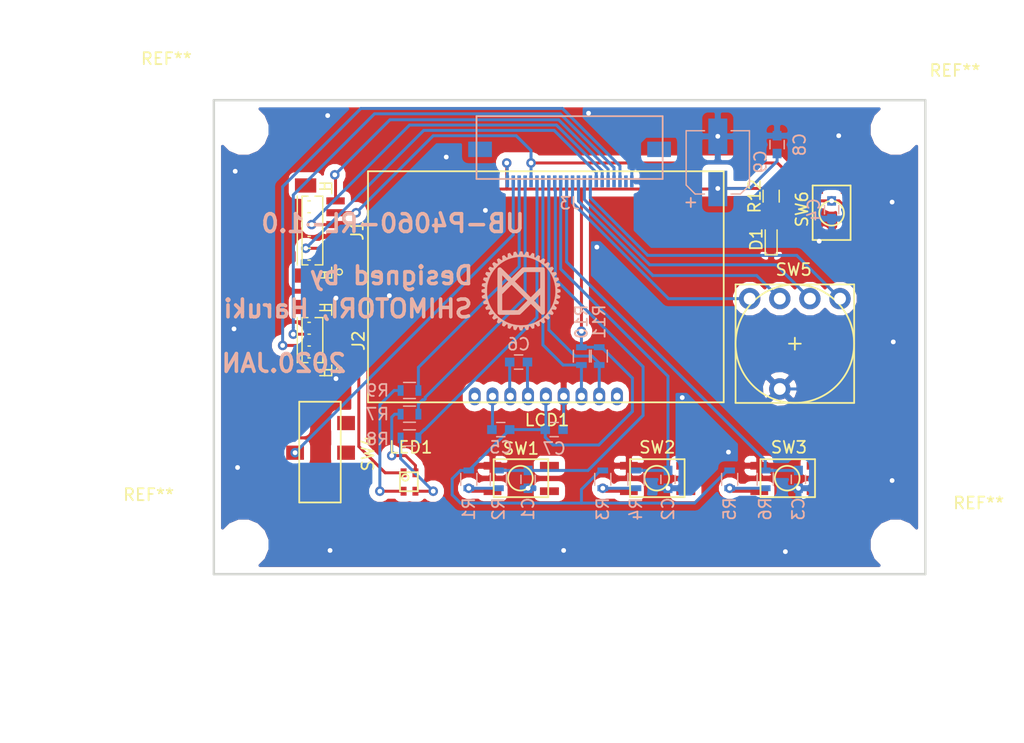
<source format=kicad_pcb>
(kicad_pcb (version 20171130) (host pcbnew "(5.0.0)")

  (general
    (thickness 0.8)
    (drawings 24)
    (tracks 285)
    (zones 0)
    (modules 38)
    (nets 36)
  )

  (page A4)
  (layers
    (0 F.Cu signal)
    (31 B.Cu signal)
    (32 B.Adhes user)
    (33 F.Adhes user)
    (34 B.Paste user)
    (35 F.Paste user)
    (36 B.SilkS user)
    (37 F.SilkS user)
    (38 B.Mask user)
    (39 F.Mask user)
    (40 Dwgs.User user)
    (41 Cmts.User user)
    (42 Eco1.User user)
    (43 Eco2.User user)
    (44 Edge.Cuts user)
    (45 Margin user)
    (46 B.CrtYd user)
    (47 F.CrtYd user)
    (48 B.Fab user)
    (49 F.Fab user)
  )

  (setup
    (last_trace_width 0.25)
    (trace_clearance 0.2)
    (zone_clearance 0.508)
    (zone_45_only no)
    (trace_min 0.2)
    (segment_width 0.2)
    (edge_width 0.15)
    (via_size 0.8)
    (via_drill 0.4)
    (via_min_size 0.4)
    (via_min_drill 0.3)
    (uvia_size 0.3)
    (uvia_drill 0.1)
    (uvias_allowed no)
    (uvia_min_size 0.2)
    (uvia_min_drill 0.1)
    (pcb_text_width 0.3)
    (pcb_text_size 1.5 1.5)
    (mod_edge_width 0.15)
    (mod_text_size 1 1)
    (mod_text_width 0.15)
    (pad_size 1.524 1.524)
    (pad_drill 0.762)
    (pad_to_mask_clearance 0.2)
    (aux_axis_origin 116.2 113.5)
    (visible_elements 7FFFFFFF)
    (pcbplotparams
      (layerselection 0x010fc_ffffffff)
      (usegerberextensions false)
      (usegerberattributes false)
      (usegerberadvancedattributes false)
      (creategerberjobfile false)
      (excludeedgelayer true)
      (linewidth 0.100000)
      (plotframeref false)
      (viasonmask false)
      (mode 1)
      (useauxorigin false)
      (hpglpennumber 1)
      (hpglpenspeed 20)
      (hpglpendiameter 15.000000)
      (psnegative false)
      (psa4output false)
      (plotreference true)
      (plotvalue true)
      (plotinvisibletext false)
      (padsonsilk false)
      (subtractmaskfromsilk false)
      (outputformat 1)
      (mirror false)
      (drillshape 1)
      (scaleselection 1)
      (outputdirectory ""))
  )

  (net 0 "")
  (net 1 T_SW1)
  (net 2 GND)
  (net 3 T_SW2)
  (net 4 T_SW3)
  (net 5 NRST)
  (net 6 "Net-(C5-Pad1)")
  (net 7 +3V3)
  (net 8 "Net-(C6-Pad2)")
  (net 9 "Net-(C6-Pad1)")
  (net 10 "Net-(D1-Pad2)")
  (net 11 SWCLK)
  (net 12 UART_RX)
  (net 13 POWER_SW)
  (net 14 "Net-(LCD1-Pad1)")
  (net 15 "Net-(LED1-Pad2)")
  (net 16 "Net-(R1-Pad2)")
  (net 17 "Net-(R3-Pad2)")
  (net 18 "Net-(R5-Pad2)")
  (net 19 LED2_R)
  (net 20 LED2_G)
  (net 21 "Net-(LED1-Pad4)")
  (net 22 LED2_B)
  (net 23 "Net-(LED1-Pad3)")
  (net 24 I2C_SDA_LCD)
  (net 25 I2C_SCL_LCD)
  (net 26 "Net-(SW4-Pad1)")
  (net 27 R_SW1)
  (net 28 R_SW4)
  (net 29 R_SW2)
  (net 30 SWO)
  (net 31 SWDIO)
  (net 32 UART_TX)
  (net 33 R_SW8)
  (net 34 "Net-(LCD1-Pad9)")
  (net 35 "Net-(J3-Pad2)")

  (net_class Default "これはデフォルトのネット クラスです。"
    (clearance 0.2)
    (trace_width 0.25)
    (via_dia 0.8)
    (via_drill 0.4)
    (uvia_dia 0.3)
    (uvia_drill 0.1)
    (add_net +3V3)
    (add_net GND)
    (add_net I2C_SCL_LCD)
    (add_net I2C_SDA_LCD)
    (add_net LED2_B)
    (add_net LED2_G)
    (add_net LED2_R)
    (add_net NRST)
    (add_net "Net-(C5-Pad1)")
    (add_net "Net-(C6-Pad1)")
    (add_net "Net-(C6-Pad2)")
    (add_net "Net-(D1-Pad2)")
    (add_net "Net-(J3-Pad2)")
    (add_net "Net-(LCD1-Pad1)")
    (add_net "Net-(LCD1-Pad9)")
    (add_net "Net-(LED1-Pad2)")
    (add_net "Net-(LED1-Pad3)")
    (add_net "Net-(LED1-Pad4)")
    (add_net "Net-(R1-Pad2)")
    (add_net "Net-(R3-Pad2)")
    (add_net "Net-(R5-Pad2)")
    (add_net "Net-(SW4-Pad1)")
    (add_net POWER_SW)
    (add_net R_SW1)
    (add_net R_SW2)
    (add_net R_SW4)
    (add_net R_SW8)
    (add_net SWCLK)
    (add_net SWDIO)
    (add_net SWO)
    (add_net T_SW1)
    (add_net T_SW2)
    (add_net T_SW3)
    (add_net UART_RX)
    (add_net UART_TX)
  )

  (module Mounting_Holes:MountingHole_3.2mm_M3 (layer F.Cu) (tedit 56D1B4CB) (tstamp 5E229D5A)
    (at 173.7 76)
    (descr "Mounting Hole 3.2mm, no annular, M3")
    (tags "mounting hole 3.2mm no annular m3")
    (attr virtual)
    (fp_text reference REF** (at 5 -5) (layer F.SilkS)
      (effects (font (size 1 1) (thickness 0.15)))
    )
    (fp_text value MountingHole_3.2mm_M3 (at 0 4.2) (layer F.Fab)
      (effects (font (size 1 1) (thickness 0.15)))
    )
    (fp_circle (center 0 0) (end 3.45 0) (layer F.CrtYd) (width 0.05))
    (fp_circle (center 0 0) (end 3.2 0) (layer Cmts.User) (width 0.15))
    (fp_text user %R (at 0.3 0) (layer F.Fab)
      (effects (font (size 1 1) (thickness 0.15)))
    )
    (pad 1 np_thru_hole circle (at 0 0) (size 3.2 3.2) (drill 3.2) (layers *.Cu *.Mask))
  )

  (module Mounting_Holes:MountingHole_3.2mm_M3 (layer F.Cu) (tedit 56D1B4CB) (tstamp 5E229D5A)
    (at 173.7 111)
    (descr "Mounting Hole 3.2mm, no annular, M3")
    (tags "mounting hole 3.2mm no annular m3")
    (attr virtual)
    (fp_text reference REF** (at 7 -3.5) (layer F.SilkS)
      (effects (font (size 1 1) (thickness 0.15)))
    )
    (fp_text value MountingHole_3.2mm_M3 (at 0 4.2) (layer F.Fab)
      (effects (font (size 1 1) (thickness 0.15)))
    )
    (fp_circle (center 0 0) (end 3.45 0) (layer F.CrtYd) (width 0.05))
    (fp_circle (center 0 0) (end 3.2 0) (layer Cmts.User) (width 0.15))
    (fp_text user %R (at 0.3 0) (layer F.Fab)
      (effects (font (size 1 1) (thickness 0.15)))
    )
    (pad 1 np_thru_hole circle (at 0 0) (size 3.2 3.2) (drill 3.2) (layers *.Cu *.Mask))
  )

  (module Mounting_Holes:MountingHole_3.2mm_M3 (layer F.Cu) (tedit 56D1B4CB) (tstamp 5E229D5A)
    (at 118.7 111)
    (descr "Mounting Hole 3.2mm, no annular, M3")
    (tags "mounting hole 3.2mm no annular m3")
    (attr virtual)
    (fp_text reference REF** (at -8 -4.2) (layer F.SilkS)
      (effects (font (size 1 1) (thickness 0.15)))
    )
    (fp_text value MountingHole_3.2mm_M3 (at 0 4.2) (layer F.Fab)
      (effects (font (size 1 1) (thickness 0.15)))
    )
    (fp_circle (center 0 0) (end 3.45 0) (layer F.CrtYd) (width 0.05))
    (fp_circle (center 0 0) (end 3.2 0) (layer Cmts.User) (width 0.15))
    (fp_text user %R (at 0.3 0) (layer F.Fab)
      (effects (font (size 1 1) (thickness 0.15)))
    )
    (pad 1 np_thru_hole circle (at 0 0) (size 3.2 3.2) (drill 3.2) (layers *.Cu *.Mask))
  )

  (module Footprint:FR01SC16P (layer F.Cu) (tedit 5E216E9F) (tstamp 5E2440B7)
    (at 165.2 90.25)
    (path /5DF8E597)
    (fp_text reference SW5 (at -0.1 -2.45) (layer F.SilkS)
      (effects (font (size 1 1) (thickness 0.15)))
    )
    (fp_text value FR01SC16P-S (at 0 11.5) (layer F.Fab)
      (effects (font (size 1 1) (thickness 0.15)))
    )
    (fp_line (start 0 3.3) (end 0 4.3) (layer F.SilkS) (width 0.15))
    (fp_line (start 0.5 3.8) (end -0.5 3.8) (layer F.SilkS) (width 0.15))
    (fp_circle (center 0 3.8) (end 4 6.8) (layer F.SilkS) (width 0.15))
    (fp_line (start -5 8.8) (end -5 -1.2) (layer F.SilkS) (width 0.15))
    (fp_line (start 5 8.8) (end -5 8.8) (layer F.SilkS) (width 0.15))
    (fp_line (start 5 -1.2) (end 5 8.8) (layer F.SilkS) (width 0.15))
    (fp_line (start -5 -1.2) (end 5 -1.2) (layer F.SilkS) (width 0.15))
    (pad C thru_hole circle (at -1.27 7.62) (size 1.8 1.8) (drill 1) (layers *.Cu *.Mask)
      (net 2 GND))
    (pad 8 thru_hole circle (at 3.81 0) (size 1.8 1.8) (drill 1) (layers *.Cu *.Mask)
      (net 33 R_SW8))
    (pad 1 thru_hole circle (at -3.81 0) (size 1.8 1.8) (drill 1) (layers *.Cu *.Mask)
      (net 27 R_SW1))
    (pad 2 thru_hole circle (at -1.27 0) (size 1.8 1.8) (drill 1) (layers *.Cu *.Mask)
      (net 29 R_SW2))
    (pad 4 thru_hole circle (at 1.27 0) (size 1.8 1.8) (drill 1) (layers *.Cu *.Mask)
      (net 28 R_SW4))
  )

  (module Capacitors_SMD:C_0603 (layer B.Cu) (tedit 59958EE7) (tstamp 5E243EAD)
    (at 142.7 105.5 90)
    (descr "Capacitor SMD 0603, reflow soldering, AVX (see smccp.pdf)")
    (tags "capacitor 0603")
    (path /5E46D34B)
    (attr smd)
    (fp_text reference C1 (at -2.5 0 90) (layer B.SilkS)
      (effects (font (size 1 1) (thickness 0.15)) (justify mirror))
    )
    (fp_text value 0.1u (at 0 -1.5 90) (layer B.Fab)
      (effects (font (size 1 1) (thickness 0.15)) (justify mirror))
    )
    (fp_line (start 1.4 -0.65) (end -1.4 -0.65) (layer B.CrtYd) (width 0.05))
    (fp_line (start 1.4 -0.65) (end 1.4 0.65) (layer B.CrtYd) (width 0.05))
    (fp_line (start -1.4 0.65) (end -1.4 -0.65) (layer B.CrtYd) (width 0.05))
    (fp_line (start -1.4 0.65) (end 1.4 0.65) (layer B.CrtYd) (width 0.05))
    (fp_line (start 0.35 -0.6) (end -0.35 -0.6) (layer B.SilkS) (width 0.12))
    (fp_line (start -0.35 0.6) (end 0.35 0.6) (layer B.SilkS) (width 0.12))
    (fp_line (start -0.8 0.4) (end 0.8 0.4) (layer B.Fab) (width 0.1))
    (fp_line (start 0.8 0.4) (end 0.8 -0.4) (layer B.Fab) (width 0.1))
    (fp_line (start 0.8 -0.4) (end -0.8 -0.4) (layer B.Fab) (width 0.1))
    (fp_line (start -0.8 -0.4) (end -0.8 0.4) (layer B.Fab) (width 0.1))
    (fp_text user %R (at 0 0 90) (layer B.Fab)
      (effects (font (size 0.3 0.3) (thickness 0.075)) (justify mirror))
    )
    (pad 2 smd rect (at 0.75 0 90) (size 0.8 0.75) (layers B.Cu B.Paste B.Mask)
      (net 1 T_SW1))
    (pad 1 smd rect (at -0.75 0 90) (size 0.8 0.75) (layers B.Cu B.Paste B.Mask)
      (net 2 GND))
    (model Capacitors_SMD.3dshapes/C_0603.wrl
      (at (xyz 0 0 0))
      (scale (xyz 1 1 1))
      (rotate (xyz 0 0 0))
    )
  )

  (module Capacitors_SMD:C_0603 (layer B.Cu) (tedit 59958EE7) (tstamp 5E243EBE)
    (at 154.5 105.5 90)
    (descr "Capacitor SMD 0603, reflow soldering, AVX (see smccp.pdf)")
    (tags "capacitor 0603")
    (path /5E4833BD)
    (attr smd)
    (fp_text reference C2 (at -2.5 0 90) (layer B.SilkS)
      (effects (font (size 1 1) (thickness 0.15)) (justify mirror))
    )
    (fp_text value 0.1u (at 0 -1.5 90) (layer B.Fab)
      (effects (font (size 1 1) (thickness 0.15)) (justify mirror))
    )
    (fp_text user %R (at 0 0 90) (layer B.Fab)
      (effects (font (size 0.3 0.3) (thickness 0.075)) (justify mirror))
    )
    (fp_line (start -0.8 -0.4) (end -0.8 0.4) (layer B.Fab) (width 0.1))
    (fp_line (start 0.8 -0.4) (end -0.8 -0.4) (layer B.Fab) (width 0.1))
    (fp_line (start 0.8 0.4) (end 0.8 -0.4) (layer B.Fab) (width 0.1))
    (fp_line (start -0.8 0.4) (end 0.8 0.4) (layer B.Fab) (width 0.1))
    (fp_line (start -0.35 0.6) (end 0.35 0.6) (layer B.SilkS) (width 0.12))
    (fp_line (start 0.35 -0.6) (end -0.35 -0.6) (layer B.SilkS) (width 0.12))
    (fp_line (start -1.4 0.65) (end 1.4 0.65) (layer B.CrtYd) (width 0.05))
    (fp_line (start -1.4 0.65) (end -1.4 -0.65) (layer B.CrtYd) (width 0.05))
    (fp_line (start 1.4 -0.65) (end 1.4 0.65) (layer B.CrtYd) (width 0.05))
    (fp_line (start 1.4 -0.65) (end -1.4 -0.65) (layer B.CrtYd) (width 0.05))
    (pad 1 smd rect (at -0.75 0 90) (size 0.8 0.75) (layers B.Cu B.Paste B.Mask)
      (net 2 GND))
    (pad 2 smd rect (at 0.75 0 90) (size 0.8 0.75) (layers B.Cu B.Paste B.Mask)
      (net 3 T_SW2))
    (model Capacitors_SMD.3dshapes/C_0603.wrl
      (at (xyz 0 0 0))
      (scale (xyz 1 1 1))
      (rotate (xyz 0 0 0))
    )
  )

  (module Capacitors_SMD:C_0603 (layer B.Cu) (tedit 59958EE7) (tstamp 5E243ECF)
    (at 165.5 105.5 90)
    (descr "Capacitor SMD 0603, reflow soldering, AVX (see smccp.pdf)")
    (tags "capacitor 0603")
    (path /5E486145)
    (attr smd)
    (fp_text reference C3 (at -2.5 0 90) (layer B.SilkS)
      (effects (font (size 1 1) (thickness 0.15)) (justify mirror))
    )
    (fp_text value 0.1u (at 0 -1.5 90) (layer B.Fab)
      (effects (font (size 1 1) (thickness 0.15)) (justify mirror))
    )
    (fp_text user %R (at 0 0 90) (layer B.Fab)
      (effects (font (size 0.3 0.3) (thickness 0.075)) (justify mirror))
    )
    (fp_line (start -0.8 -0.4) (end -0.8 0.4) (layer B.Fab) (width 0.1))
    (fp_line (start 0.8 -0.4) (end -0.8 -0.4) (layer B.Fab) (width 0.1))
    (fp_line (start 0.8 0.4) (end 0.8 -0.4) (layer B.Fab) (width 0.1))
    (fp_line (start -0.8 0.4) (end 0.8 0.4) (layer B.Fab) (width 0.1))
    (fp_line (start -0.35 0.6) (end 0.35 0.6) (layer B.SilkS) (width 0.12))
    (fp_line (start 0.35 -0.6) (end -0.35 -0.6) (layer B.SilkS) (width 0.12))
    (fp_line (start -1.4 0.65) (end 1.4 0.65) (layer B.CrtYd) (width 0.05))
    (fp_line (start -1.4 0.65) (end -1.4 -0.65) (layer B.CrtYd) (width 0.05))
    (fp_line (start 1.4 -0.65) (end 1.4 0.65) (layer B.CrtYd) (width 0.05))
    (fp_line (start 1.4 -0.65) (end -1.4 -0.65) (layer B.CrtYd) (width 0.05))
    (pad 1 smd rect (at -0.75 0 90) (size 0.8 0.75) (layers B.Cu B.Paste B.Mask)
      (net 2 GND))
    (pad 2 smd rect (at 0.75 0 90) (size 0.8 0.75) (layers B.Cu B.Paste B.Mask)
      (net 4 T_SW3))
    (model Capacitors_SMD.3dshapes/C_0603.wrl
      (at (xyz 0 0 0))
      (scale (xyz 1 1 1))
      (rotate (xyz 0 0 0))
    )
  )

  (module Capacitors_SMD:C_0603 (layer B.Cu) (tedit 59958EE7) (tstamp 5E243EE0)
    (at 168.3 82.75 270)
    (descr "Capacitor SMD 0603, reflow soldering, AVX (see smccp.pdf)")
    (tags "capacitor 0603")
    (path /5DF9F190)
    (attr smd)
    (fp_text reference C4 (at 0 1.5 270) (layer B.SilkS)
      (effects (font (size 1 1) (thickness 0.15)) (justify mirror))
    )
    (fp_text value 0.1u (at 0 -1.5 270) (layer B.Fab)
      (effects (font (size 1 1) (thickness 0.15)) (justify mirror))
    )
    (fp_line (start 1.4 -0.65) (end -1.4 -0.65) (layer B.CrtYd) (width 0.05))
    (fp_line (start 1.4 -0.65) (end 1.4 0.65) (layer B.CrtYd) (width 0.05))
    (fp_line (start -1.4 0.65) (end -1.4 -0.65) (layer B.CrtYd) (width 0.05))
    (fp_line (start -1.4 0.65) (end 1.4 0.65) (layer B.CrtYd) (width 0.05))
    (fp_line (start 0.35 -0.6) (end -0.35 -0.6) (layer B.SilkS) (width 0.12))
    (fp_line (start -0.35 0.6) (end 0.35 0.6) (layer B.SilkS) (width 0.12))
    (fp_line (start -0.8 0.4) (end 0.8 0.4) (layer B.Fab) (width 0.1))
    (fp_line (start 0.8 0.4) (end 0.8 -0.4) (layer B.Fab) (width 0.1))
    (fp_line (start 0.8 -0.4) (end -0.8 -0.4) (layer B.Fab) (width 0.1))
    (fp_line (start -0.8 -0.4) (end -0.8 0.4) (layer B.Fab) (width 0.1))
    (fp_text user %R (at 0 0 270) (layer B.Fab)
      (effects (font (size 0.3 0.3) (thickness 0.075)) (justify mirror))
    )
    (pad 2 smd rect (at 0.75 0 270) (size 0.8 0.75) (layers B.Cu B.Paste B.Mask)
      (net 2 GND))
    (pad 1 smd rect (at -0.75 0 270) (size 0.8 0.75) (layers B.Cu B.Paste B.Mask)
      (net 5 NRST))
    (model Capacitors_SMD.3dshapes/C_0603.wrl
      (at (xyz 0 0 0))
      (scale (xyz 1 1 1))
      (rotate (xyz 0 0 0))
    )
  )

  (module Capacitors_SMD:C_0603 (layer B.Cu) (tedit 59958EE7) (tstamp 5E243EF1)
    (at 140.4 101.3)
    (descr "Capacitor SMD 0603, reflow soldering, AVX (see smccp.pdf)")
    (tags "capacitor 0603")
    (path /5DF8E5BA)
    (attr smd)
    (fp_text reference C5 (at 0 1.5) (layer B.SilkS)
      (effects (font (size 1 1) (thickness 0.15)) (justify mirror))
    )
    (fp_text value 1u (at 0 -1.5) (layer B.Fab)
      (effects (font (size 1 1) (thickness 0.15)) (justify mirror))
    )
    (fp_text user %R (at 0 0) (layer B.Fab)
      (effects (font (size 0.3 0.3) (thickness 0.075)) (justify mirror))
    )
    (fp_line (start -0.8 -0.4) (end -0.8 0.4) (layer B.Fab) (width 0.1))
    (fp_line (start 0.8 -0.4) (end -0.8 -0.4) (layer B.Fab) (width 0.1))
    (fp_line (start 0.8 0.4) (end 0.8 -0.4) (layer B.Fab) (width 0.1))
    (fp_line (start -0.8 0.4) (end 0.8 0.4) (layer B.Fab) (width 0.1))
    (fp_line (start -0.35 0.6) (end 0.35 0.6) (layer B.SilkS) (width 0.12))
    (fp_line (start 0.35 -0.6) (end -0.35 -0.6) (layer B.SilkS) (width 0.12))
    (fp_line (start -1.4 0.65) (end 1.4 0.65) (layer B.CrtYd) (width 0.05))
    (fp_line (start -1.4 0.65) (end -1.4 -0.65) (layer B.CrtYd) (width 0.05))
    (fp_line (start 1.4 -0.65) (end 1.4 0.65) (layer B.CrtYd) (width 0.05))
    (fp_line (start 1.4 -0.65) (end -1.4 -0.65) (layer B.CrtYd) (width 0.05))
    (pad 1 smd rect (at -0.75 0) (size 0.8 0.75) (layers B.Cu B.Paste B.Mask)
      (net 6 "Net-(C5-Pad1)"))
    (pad 2 smd rect (at 0.75 0) (size 0.8 0.75) (layers B.Cu B.Paste B.Mask)
      (net 7 +3V3))
    (model Capacitors_SMD.3dshapes/C_0603.wrl
      (at (xyz 0 0 0))
      (scale (xyz 1 1 1))
      (rotate (xyz 0 0 0))
    )
  )

  (module Capacitors_SMD:C_0603 (layer B.Cu) (tedit 59958EE7) (tstamp 5E243F02)
    (at 141.9 95.6 180)
    (descr "Capacitor SMD 0603, reflow soldering, AVX (see smccp.pdf)")
    (tags "capacitor 0603")
    (path /5DF8E5B3)
    (attr smd)
    (fp_text reference C6 (at 0 1.5 180) (layer B.SilkS)
      (effects (font (size 1 1) (thickness 0.15)) (justify mirror))
    )
    (fp_text value 1u (at 0 -1.5 180) (layer B.Fab)
      (effects (font (size 1 1) (thickness 0.15)) (justify mirror))
    )
    (fp_line (start 1.4 -0.65) (end -1.4 -0.65) (layer B.CrtYd) (width 0.05))
    (fp_line (start 1.4 -0.65) (end 1.4 0.65) (layer B.CrtYd) (width 0.05))
    (fp_line (start -1.4 0.65) (end -1.4 -0.65) (layer B.CrtYd) (width 0.05))
    (fp_line (start -1.4 0.65) (end 1.4 0.65) (layer B.CrtYd) (width 0.05))
    (fp_line (start 0.35 -0.6) (end -0.35 -0.6) (layer B.SilkS) (width 0.12))
    (fp_line (start -0.35 0.6) (end 0.35 0.6) (layer B.SilkS) (width 0.12))
    (fp_line (start -0.8 0.4) (end 0.8 0.4) (layer B.Fab) (width 0.1))
    (fp_line (start 0.8 0.4) (end 0.8 -0.4) (layer B.Fab) (width 0.1))
    (fp_line (start 0.8 -0.4) (end -0.8 -0.4) (layer B.Fab) (width 0.1))
    (fp_line (start -0.8 -0.4) (end -0.8 0.4) (layer B.Fab) (width 0.1))
    (fp_text user %R (at 0 0 180) (layer B.Fab)
      (effects (font (size 0.3 0.3) (thickness 0.075)) (justify mirror))
    )
    (pad 2 smd rect (at 0.75 0 180) (size 0.8 0.75) (layers B.Cu B.Paste B.Mask)
      (net 8 "Net-(C6-Pad2)"))
    (pad 1 smd rect (at -0.75 0 180) (size 0.8 0.75) (layers B.Cu B.Paste B.Mask)
      (net 9 "Net-(C6-Pad1)"))
    (model Capacitors_SMD.3dshapes/C_0603.wrl
      (at (xyz 0 0 0))
      (scale (xyz 1 1 1))
      (rotate (xyz 0 0 0))
    )
  )

  (module Capacitors_SMD:C_0603 (layer B.Cu) (tedit 59958EE7) (tstamp 5E243F13)
    (at 144.9 101.3 180)
    (descr "Capacitor SMD 0603, reflow soldering, AVX (see smccp.pdf)")
    (tags "capacitor 0603")
    (path /5DF8E5C1)
    (attr smd)
    (fp_text reference C7 (at 0 -1.6 180) (layer B.SilkS)
      (effects (font (size 1 1) (thickness 0.15)) (justify mirror))
    )
    (fp_text value 0.1u (at 0 -1.5 180) (layer B.Fab)
      (effects (font (size 1 1) (thickness 0.15)) (justify mirror))
    )
    (fp_line (start 1.4 -0.65) (end -1.4 -0.65) (layer B.CrtYd) (width 0.05))
    (fp_line (start 1.4 -0.65) (end 1.4 0.65) (layer B.CrtYd) (width 0.05))
    (fp_line (start -1.4 0.65) (end -1.4 -0.65) (layer B.CrtYd) (width 0.05))
    (fp_line (start -1.4 0.65) (end 1.4 0.65) (layer B.CrtYd) (width 0.05))
    (fp_line (start 0.35 -0.6) (end -0.35 -0.6) (layer B.SilkS) (width 0.12))
    (fp_line (start -0.35 0.6) (end 0.35 0.6) (layer B.SilkS) (width 0.12))
    (fp_line (start -0.8 0.4) (end 0.8 0.4) (layer B.Fab) (width 0.1))
    (fp_line (start 0.8 0.4) (end 0.8 -0.4) (layer B.Fab) (width 0.1))
    (fp_line (start 0.8 -0.4) (end -0.8 -0.4) (layer B.Fab) (width 0.1))
    (fp_line (start -0.8 -0.4) (end -0.8 0.4) (layer B.Fab) (width 0.1))
    (fp_text user %R (at 0 0 180) (layer B.Fab)
      (effects (font (size 0.3 0.3) (thickness 0.075)) (justify mirror))
    )
    (pad 2 smd rect (at 0.75 0 180) (size 0.8 0.75) (layers B.Cu B.Paste B.Mask)
      (net 7 +3V3))
    (pad 1 smd rect (at -0.75 0 180) (size 0.8 0.75) (layers B.Cu B.Paste B.Mask)
      (net 2 GND))
    (model Capacitors_SMD.3dshapes/C_0603.wrl
      (at (xyz 0 0 0))
      (scale (xyz 1 1 1))
      (rotate (xyz 0 0 0))
    )
  )

  (module Capacitors_SMD:C_0603 (layer B.Cu) (tedit 59958EE7) (tstamp 5E243F24)
    (at 163.7 77.25 90)
    (descr "Capacitor SMD 0603, reflow soldering, AVX (see smccp.pdf)")
    (tags "capacitor 0603")
    (path /5E2300C9)
    (attr smd)
    (fp_text reference C8 (at 0 1.9 90) (layer B.SilkS)
      (effects (font (size 1 1) (thickness 0.15)) (justify mirror))
    )
    (fp_text value 0.1 (at 0 -1.5 90) (layer B.Fab)
      (effects (font (size 1 1) (thickness 0.15)) (justify mirror))
    )
    (fp_text user %R (at 0 0 90) (layer B.Fab)
      (effects (font (size 0.3 0.3) (thickness 0.075)) (justify mirror))
    )
    (fp_line (start -0.8 -0.4) (end -0.8 0.4) (layer B.Fab) (width 0.1))
    (fp_line (start 0.8 -0.4) (end -0.8 -0.4) (layer B.Fab) (width 0.1))
    (fp_line (start 0.8 0.4) (end 0.8 -0.4) (layer B.Fab) (width 0.1))
    (fp_line (start -0.8 0.4) (end 0.8 0.4) (layer B.Fab) (width 0.1))
    (fp_line (start -0.35 0.6) (end 0.35 0.6) (layer B.SilkS) (width 0.12))
    (fp_line (start 0.35 -0.6) (end -0.35 -0.6) (layer B.SilkS) (width 0.12))
    (fp_line (start -1.4 0.65) (end 1.4 0.65) (layer B.CrtYd) (width 0.05))
    (fp_line (start -1.4 0.65) (end -1.4 -0.65) (layer B.CrtYd) (width 0.05))
    (fp_line (start 1.4 -0.65) (end 1.4 0.65) (layer B.CrtYd) (width 0.05))
    (fp_line (start 1.4 -0.65) (end -1.4 -0.65) (layer B.CrtYd) (width 0.05))
    (pad 1 smd rect (at -0.75 0 90) (size 0.8 0.75) (layers B.Cu B.Paste B.Mask)
      (net 7 +3V3))
    (pad 2 smd rect (at 0.75 0 90) (size 0.8 0.75) (layers B.Cu B.Paste B.Mask)
      (net 2 GND))
    (model Capacitors_SMD.3dshapes/C_0603.wrl
      (at (xyz 0 0 0))
      (scale (xyz 1 1 1))
      (rotate (xyz 0 0 0))
    )
  )

  (module Capacitors_SMD:CP_Elec_5x5.8 (layer B.Cu) (tedit 58AA8B00) (tstamp 5E243F40)
    (at 158.7 78.75 90)
    (descr "SMT capacitor, aluminium electrolytic, 5x5.8")
    (path /5E230154)
    (attr smd)
    (fp_text reference C9 (at 0.05 3.6 90) (layer B.SilkS)
      (effects (font (size 1 1) (thickness 0.15)) (justify mirror))
    )
    (fp_text value 82u (at 0 3.92 90) (layer B.Fab)
      (effects (font (size 1 1) (thickness 0.15)) (justify mirror))
    )
    (fp_line (start 3.95 -2.76) (end -3.95 -2.76) (layer B.CrtYd) (width 0.05))
    (fp_line (start 3.95 -2.76) (end 3.95 2.77) (layer B.CrtYd) (width 0.05))
    (fp_line (start -3.95 2.77) (end -3.95 -2.76) (layer B.CrtYd) (width 0.05))
    (fp_line (start -3.95 2.77) (end 3.95 2.77) (layer B.CrtYd) (width 0.05))
    (fp_line (start -1.91 -2.67) (end 2.67 -2.67) (layer B.SilkS) (width 0.12))
    (fp_line (start -2.67 -1.91) (end -1.91 -2.67) (layer B.SilkS) (width 0.12))
    (fp_line (start -1.91 2.67) (end -2.67 1.91) (layer B.SilkS) (width 0.12))
    (fp_line (start 2.67 2.67) (end -1.91 2.67) (layer B.SilkS) (width 0.12))
    (fp_line (start -2.67 1.91) (end -2.67 1.12) (layer B.SilkS) (width 0.12))
    (fp_line (start -2.67 -1.91) (end -2.67 -1.12) (layer B.SilkS) (width 0.12))
    (fp_line (start 2.67 2.67) (end 2.67 1.12) (layer B.SilkS) (width 0.12))
    (fp_line (start 2.67 -2.67) (end 2.67 -1.12) (layer B.SilkS) (width 0.12))
    (fp_line (start 2.51 2.51) (end -1.84 2.51) (layer B.Fab) (width 0.1))
    (fp_line (start -1.84 2.51) (end -2.51 1.84) (layer B.Fab) (width 0.1))
    (fp_line (start -2.51 1.84) (end -2.51 -1.84) (layer B.Fab) (width 0.1))
    (fp_line (start -2.51 -1.84) (end -1.84 -2.51) (layer B.Fab) (width 0.1))
    (fp_line (start -1.84 -2.51) (end 2.51 -2.51) (layer B.Fab) (width 0.1))
    (fp_line (start 2.51 -2.51) (end 2.51 2.51) (layer B.Fab) (width 0.1))
    (fp_text user %R (at 0 -3.92 90) (layer B.Fab)
      (effects (font (size 1 1) (thickness 0.15)) (justify mirror))
    )
    (fp_text user + (at -3.38 -2.35 90) (layer B.SilkS)
      (effects (font (size 1 1) (thickness 0.15)) (justify mirror))
    )
    (fp_text user + (at -1.38 0.06 90) (layer B.Fab)
      (effects (font (size 1 1) (thickness 0.15)) (justify mirror))
    )
    (fp_circle (center 0 0) (end 0.1 -2.4) (layer B.Fab) (width 0.1))
    (pad 2 smd rect (at 2.2 0 270) (size 3 1.6) (layers B.Cu B.Paste B.Mask)
      (net 2 GND))
    (pad 1 smd rect (at -2.2 0 270) (size 3 1.6) (layers B.Cu B.Paste B.Mask)
      (net 7 +3V3))
    (model Capacitors_SMD.3dshapes/CP_Elec_5x5.8.wrl
      (at (xyz 0 0 0))
      (scale (xyz 1 1 1))
      (rotate (xyz 0 0 180))
    )
  )

  (module Resistors_SMD:R_0603 (layer B.Cu) (tedit 58E0A804) (tstamp 5E243FB7)
    (at 137.7 105.5 270)
    (descr "Resistor SMD 0603, reflow soldering, Vishay (see dcrcw.pdf)")
    (tags "resistor 0603")
    (path /5E469DA7)
    (attr smd)
    (fp_text reference R1 (at 2.5 0 270) (layer B.SilkS)
      (effects (font (size 1 1) (thickness 0.15)) (justify mirror))
    )
    (fp_text value 10k (at 0 -1.5 270) (layer B.Fab)
      (effects (font (size 1 1) (thickness 0.15)) (justify mirror))
    )
    (fp_text user %R (at 0 0 270) (layer B.Fab)
      (effects (font (size 0.4 0.4) (thickness 0.075)) (justify mirror))
    )
    (fp_line (start -0.8 -0.4) (end -0.8 0.4) (layer B.Fab) (width 0.1))
    (fp_line (start 0.8 -0.4) (end -0.8 -0.4) (layer B.Fab) (width 0.1))
    (fp_line (start 0.8 0.4) (end 0.8 -0.4) (layer B.Fab) (width 0.1))
    (fp_line (start -0.8 0.4) (end 0.8 0.4) (layer B.Fab) (width 0.1))
    (fp_line (start 0.5 -0.68) (end -0.5 -0.68) (layer B.SilkS) (width 0.12))
    (fp_line (start -0.5 0.68) (end 0.5 0.68) (layer B.SilkS) (width 0.12))
    (fp_line (start -1.25 0.7) (end 1.25 0.7) (layer B.CrtYd) (width 0.05))
    (fp_line (start -1.25 0.7) (end -1.25 -0.7) (layer B.CrtYd) (width 0.05))
    (fp_line (start 1.25 -0.7) (end 1.25 0.7) (layer B.CrtYd) (width 0.05))
    (fp_line (start 1.25 -0.7) (end -1.25 -0.7) (layer B.CrtYd) (width 0.05))
    (pad 1 smd rect (at -0.75 0 270) (size 0.5 0.9) (layers B.Cu B.Paste B.Mask)
      (net 7 +3V3))
    (pad 2 smd rect (at 0.75 0 270) (size 0.5 0.9) (layers B.Cu B.Paste B.Mask)
      (net 16 "Net-(R1-Pad2)"))
    (model ${KISYS3DMOD}/Resistors_SMD.3dshapes/R_0603.wrl
      (at (xyz 0 0 0))
      (scale (xyz 1 1 1))
      (rotate (xyz 0 0 0))
    )
  )

  (module Resistors_SMD:R_0603 (layer B.Cu) (tedit 58E0A804) (tstamp 5E243FC8)
    (at 140.2 105.5 270)
    (descr "Resistor SMD 0603, reflow soldering, Vishay (see dcrcw.pdf)")
    (tags "resistor 0603")
    (path /5E46D3E8)
    (attr smd)
    (fp_text reference R2 (at 2.5 0 270) (layer B.SilkS)
      (effects (font (size 1 1) (thickness 0.15)) (justify mirror))
    )
    (fp_text value 10k (at 0 -1.5 270) (layer B.Fab)
      (effects (font (size 1 1) (thickness 0.15)) (justify mirror))
    )
    (fp_line (start 1.25 -0.7) (end -1.25 -0.7) (layer B.CrtYd) (width 0.05))
    (fp_line (start 1.25 -0.7) (end 1.25 0.7) (layer B.CrtYd) (width 0.05))
    (fp_line (start -1.25 0.7) (end -1.25 -0.7) (layer B.CrtYd) (width 0.05))
    (fp_line (start -1.25 0.7) (end 1.25 0.7) (layer B.CrtYd) (width 0.05))
    (fp_line (start -0.5 0.68) (end 0.5 0.68) (layer B.SilkS) (width 0.12))
    (fp_line (start 0.5 -0.68) (end -0.5 -0.68) (layer B.SilkS) (width 0.12))
    (fp_line (start -0.8 0.4) (end 0.8 0.4) (layer B.Fab) (width 0.1))
    (fp_line (start 0.8 0.4) (end 0.8 -0.4) (layer B.Fab) (width 0.1))
    (fp_line (start 0.8 -0.4) (end -0.8 -0.4) (layer B.Fab) (width 0.1))
    (fp_line (start -0.8 -0.4) (end -0.8 0.4) (layer B.Fab) (width 0.1))
    (fp_text user %R (at 0 0 270) (layer B.Fab)
      (effects (font (size 0.4 0.4) (thickness 0.075)) (justify mirror))
    )
    (pad 2 smd rect (at 0.75 0 270) (size 0.5 0.9) (layers B.Cu B.Paste B.Mask)
      (net 16 "Net-(R1-Pad2)"))
    (pad 1 smd rect (at -0.75 0 270) (size 0.5 0.9) (layers B.Cu B.Paste B.Mask)
      (net 1 T_SW1))
    (model ${KISYS3DMOD}/Resistors_SMD.3dshapes/R_0603.wrl
      (at (xyz 0 0 0))
      (scale (xyz 1 1 1))
      (rotate (xyz 0 0 0))
    )
  )

  (module Resistors_SMD:R_0603 (layer B.Cu) (tedit 58E0A804) (tstamp 5E243FD9)
    (at 149 105.5 270)
    (descr "Resistor SMD 0603, reflow soldering, Vishay (see dcrcw.pdf)")
    (tags "resistor 0603")
    (path /5E4833B5)
    (attr smd)
    (fp_text reference R3 (at 2.5 0 270) (layer B.SilkS)
      (effects (font (size 1 1) (thickness 0.15)) (justify mirror))
    )
    (fp_text value 10k (at 0 -1.5 270) (layer B.Fab)
      (effects (font (size 1 1) (thickness 0.15)) (justify mirror))
    )
    (fp_text user %R (at 0 0 270) (layer B.Fab)
      (effects (font (size 0.4 0.4) (thickness 0.075)) (justify mirror))
    )
    (fp_line (start -0.8 -0.4) (end -0.8 0.4) (layer B.Fab) (width 0.1))
    (fp_line (start 0.8 -0.4) (end -0.8 -0.4) (layer B.Fab) (width 0.1))
    (fp_line (start 0.8 0.4) (end 0.8 -0.4) (layer B.Fab) (width 0.1))
    (fp_line (start -0.8 0.4) (end 0.8 0.4) (layer B.Fab) (width 0.1))
    (fp_line (start 0.5 -0.68) (end -0.5 -0.68) (layer B.SilkS) (width 0.12))
    (fp_line (start -0.5 0.68) (end 0.5 0.68) (layer B.SilkS) (width 0.12))
    (fp_line (start -1.25 0.7) (end 1.25 0.7) (layer B.CrtYd) (width 0.05))
    (fp_line (start -1.25 0.7) (end -1.25 -0.7) (layer B.CrtYd) (width 0.05))
    (fp_line (start 1.25 -0.7) (end 1.25 0.7) (layer B.CrtYd) (width 0.05))
    (fp_line (start 1.25 -0.7) (end -1.25 -0.7) (layer B.CrtYd) (width 0.05))
    (pad 1 smd rect (at -0.75 0 270) (size 0.5 0.9) (layers B.Cu B.Paste B.Mask)
      (net 7 +3V3))
    (pad 2 smd rect (at 0.75 0 270) (size 0.5 0.9) (layers B.Cu B.Paste B.Mask)
      (net 17 "Net-(R3-Pad2)"))
    (model ${KISYS3DMOD}/Resistors_SMD.3dshapes/R_0603.wrl
      (at (xyz 0 0 0))
      (scale (xyz 1 1 1))
      (rotate (xyz 0 0 0))
    )
  )

  (module Resistors_SMD:R_0603 (layer B.Cu) (tedit 58E0A804) (tstamp 5E243FEA)
    (at 151.8 105.5 270)
    (descr "Resistor SMD 0603, reflow soldering, Vishay (see dcrcw.pdf)")
    (tags "resistor 0603")
    (path /5E4833C4)
    (attr smd)
    (fp_text reference R4 (at 2.5 0 270) (layer B.SilkS)
      (effects (font (size 1 1) (thickness 0.15)) (justify mirror))
    )
    (fp_text value 10k (at 0 -1.5 270) (layer B.Fab)
      (effects (font (size 1 1) (thickness 0.15)) (justify mirror))
    )
    (fp_line (start 1.25 -0.7) (end -1.25 -0.7) (layer B.CrtYd) (width 0.05))
    (fp_line (start 1.25 -0.7) (end 1.25 0.7) (layer B.CrtYd) (width 0.05))
    (fp_line (start -1.25 0.7) (end -1.25 -0.7) (layer B.CrtYd) (width 0.05))
    (fp_line (start -1.25 0.7) (end 1.25 0.7) (layer B.CrtYd) (width 0.05))
    (fp_line (start -0.5 0.68) (end 0.5 0.68) (layer B.SilkS) (width 0.12))
    (fp_line (start 0.5 -0.68) (end -0.5 -0.68) (layer B.SilkS) (width 0.12))
    (fp_line (start -0.8 0.4) (end 0.8 0.4) (layer B.Fab) (width 0.1))
    (fp_line (start 0.8 0.4) (end 0.8 -0.4) (layer B.Fab) (width 0.1))
    (fp_line (start 0.8 -0.4) (end -0.8 -0.4) (layer B.Fab) (width 0.1))
    (fp_line (start -0.8 -0.4) (end -0.8 0.4) (layer B.Fab) (width 0.1))
    (fp_text user %R (at 0 0 270) (layer B.Fab)
      (effects (font (size 0.4 0.4) (thickness 0.075)) (justify mirror))
    )
    (pad 2 smd rect (at 0.75 0 270) (size 0.5 0.9) (layers B.Cu B.Paste B.Mask)
      (net 17 "Net-(R3-Pad2)"))
    (pad 1 smd rect (at -0.75 0 270) (size 0.5 0.9) (layers B.Cu B.Paste B.Mask)
      (net 3 T_SW2))
    (model ${KISYS3DMOD}/Resistors_SMD.3dshapes/R_0603.wrl
      (at (xyz 0 0 0))
      (scale (xyz 1 1 1))
      (rotate (xyz 0 0 0))
    )
  )

  (module Resistors_SMD:R_0603 (layer B.Cu) (tedit 58E0A804) (tstamp 5E243FFB)
    (at 159.7 105.5 270)
    (descr "Resistor SMD 0603, reflow soldering, Vishay (see dcrcw.pdf)")
    (tags "resistor 0603")
    (path /5E48613D)
    (attr smd)
    (fp_text reference R5 (at 2.5 0 270) (layer B.SilkS)
      (effects (font (size 1 1) (thickness 0.15)) (justify mirror))
    )
    (fp_text value 10k (at 0 -1.5 270) (layer B.Fab)
      (effects (font (size 1 1) (thickness 0.15)) (justify mirror))
    )
    (fp_text user %R (at 0 0 270) (layer B.Fab)
      (effects (font (size 0.4 0.4) (thickness 0.075)) (justify mirror))
    )
    (fp_line (start -0.8 -0.4) (end -0.8 0.4) (layer B.Fab) (width 0.1))
    (fp_line (start 0.8 -0.4) (end -0.8 -0.4) (layer B.Fab) (width 0.1))
    (fp_line (start 0.8 0.4) (end 0.8 -0.4) (layer B.Fab) (width 0.1))
    (fp_line (start -0.8 0.4) (end 0.8 0.4) (layer B.Fab) (width 0.1))
    (fp_line (start 0.5 -0.68) (end -0.5 -0.68) (layer B.SilkS) (width 0.12))
    (fp_line (start -0.5 0.68) (end 0.5 0.68) (layer B.SilkS) (width 0.12))
    (fp_line (start -1.25 0.7) (end 1.25 0.7) (layer B.CrtYd) (width 0.05))
    (fp_line (start -1.25 0.7) (end -1.25 -0.7) (layer B.CrtYd) (width 0.05))
    (fp_line (start 1.25 -0.7) (end 1.25 0.7) (layer B.CrtYd) (width 0.05))
    (fp_line (start 1.25 -0.7) (end -1.25 -0.7) (layer B.CrtYd) (width 0.05))
    (pad 1 smd rect (at -0.75 0 270) (size 0.5 0.9) (layers B.Cu B.Paste B.Mask)
      (net 7 +3V3))
    (pad 2 smd rect (at 0.75 0 270) (size 0.5 0.9) (layers B.Cu B.Paste B.Mask)
      (net 18 "Net-(R5-Pad2)"))
    (model ${KISYS3DMOD}/Resistors_SMD.3dshapes/R_0603.wrl
      (at (xyz 0 0 0))
      (scale (xyz 1 1 1))
      (rotate (xyz 0 0 0))
    )
  )

  (module Resistors_SMD:R_0603 (layer B.Cu) (tedit 58E0A804) (tstamp 5E24400C)
    (at 162.7 105.5 270)
    (descr "Resistor SMD 0603, reflow soldering, Vishay (see dcrcw.pdf)")
    (tags "resistor 0603")
    (path /5E48614C)
    (attr smd)
    (fp_text reference R6 (at 2.5 0 270) (layer B.SilkS)
      (effects (font (size 1 1) (thickness 0.15)) (justify mirror))
    )
    (fp_text value 10k (at 0 -1.5 270) (layer B.Fab)
      (effects (font (size 1 1) (thickness 0.15)) (justify mirror))
    )
    (fp_line (start 1.25 -0.7) (end -1.25 -0.7) (layer B.CrtYd) (width 0.05))
    (fp_line (start 1.25 -0.7) (end 1.25 0.7) (layer B.CrtYd) (width 0.05))
    (fp_line (start -1.25 0.7) (end -1.25 -0.7) (layer B.CrtYd) (width 0.05))
    (fp_line (start -1.25 0.7) (end 1.25 0.7) (layer B.CrtYd) (width 0.05))
    (fp_line (start -0.5 0.68) (end 0.5 0.68) (layer B.SilkS) (width 0.12))
    (fp_line (start 0.5 -0.68) (end -0.5 -0.68) (layer B.SilkS) (width 0.12))
    (fp_line (start -0.8 0.4) (end 0.8 0.4) (layer B.Fab) (width 0.1))
    (fp_line (start 0.8 0.4) (end 0.8 -0.4) (layer B.Fab) (width 0.1))
    (fp_line (start 0.8 -0.4) (end -0.8 -0.4) (layer B.Fab) (width 0.1))
    (fp_line (start -0.8 -0.4) (end -0.8 0.4) (layer B.Fab) (width 0.1))
    (fp_text user %R (at 0 0 270) (layer B.Fab)
      (effects (font (size 0.4 0.4) (thickness 0.075)) (justify mirror))
    )
    (pad 2 smd rect (at 0.75 0 270) (size 0.5 0.9) (layers B.Cu B.Paste B.Mask)
      (net 18 "Net-(R5-Pad2)"))
    (pad 1 smd rect (at -0.75 0 270) (size 0.5 0.9) (layers B.Cu B.Paste B.Mask)
      (net 4 T_SW3))
    (model ${KISYS3DMOD}/Resistors_SMD.3dshapes/R_0603.wrl
      (at (xyz 0 0 0))
      (scale (xyz 1 1 1))
      (rotate (xyz 0 0 0))
    )
  )

  (module Resistors_SMD:R_0603 (layer B.Cu) (tedit 58E0A804) (tstamp 5E24401D)
    (at 132.7 100 180)
    (descr "Resistor SMD 0603, reflow soldering, Vishay (see dcrcw.pdf)")
    (tags "resistor 0603")
    (path /5DF90828)
    (attr smd)
    (fp_text reference R7 (at 2.7 0 180) (layer B.SilkS)
      (effects (font (size 1 1) (thickness 0.15)) (justify mirror))
    )
    (fp_text value 1.2k (at 0 -1.5 180) (layer B.Fab)
      (effects (font (size 1 1) (thickness 0.15)) (justify mirror))
    )
    (fp_line (start 1.25 -0.7) (end -1.25 -0.7) (layer B.CrtYd) (width 0.05))
    (fp_line (start 1.25 -0.7) (end 1.25 0.7) (layer B.CrtYd) (width 0.05))
    (fp_line (start -1.25 0.7) (end -1.25 -0.7) (layer B.CrtYd) (width 0.05))
    (fp_line (start -1.25 0.7) (end 1.25 0.7) (layer B.CrtYd) (width 0.05))
    (fp_line (start -0.5 0.68) (end 0.5 0.68) (layer B.SilkS) (width 0.12))
    (fp_line (start 0.5 -0.68) (end -0.5 -0.68) (layer B.SilkS) (width 0.12))
    (fp_line (start -0.8 0.4) (end 0.8 0.4) (layer B.Fab) (width 0.1))
    (fp_line (start 0.8 0.4) (end 0.8 -0.4) (layer B.Fab) (width 0.1))
    (fp_line (start 0.8 -0.4) (end -0.8 -0.4) (layer B.Fab) (width 0.1))
    (fp_line (start -0.8 -0.4) (end -0.8 0.4) (layer B.Fab) (width 0.1))
    (fp_text user %R (at 0 0 180) (layer B.Fab)
      (effects (font (size 0.4 0.4) (thickness 0.075)) (justify mirror))
    )
    (pad 2 smd rect (at 0.75 0 180) (size 0.5 0.9) (layers B.Cu B.Paste B.Mask)
      (net 15 "Net-(LED1-Pad2)"))
    (pad 1 smd rect (at -0.75 0 180) (size 0.5 0.9) (layers B.Cu B.Paste B.Mask)
      (net 19 LED2_R))
    (model ${KISYS3DMOD}/Resistors_SMD.3dshapes/R_0603.wrl
      (at (xyz 0 0 0))
      (scale (xyz 1 1 1))
      (rotate (xyz 0 0 0))
    )
  )

  (module Resistors_SMD:R_0603 (layer B.Cu) (tedit 58E0A804) (tstamp 5E24402E)
    (at 132.7 102 180)
    (descr "Resistor SMD 0603, reflow soldering, Vishay (see dcrcw.pdf)")
    (tags "resistor 0603")
    (path /5DF9082F)
    (attr smd)
    (fp_text reference R8 (at 2.7 -0.1 180) (layer B.SilkS)
      (effects (font (size 1 1) (thickness 0.15)) (justify mirror))
    )
    (fp_text value 680 (at 0 -1.5 180) (layer B.Fab)
      (effects (font (size 1 1) (thickness 0.15)) (justify mirror))
    )
    (fp_text user %R (at 0 0 180) (layer B.Fab)
      (effects (font (size 0.4 0.4) (thickness 0.075)) (justify mirror))
    )
    (fp_line (start -0.8 -0.4) (end -0.8 0.4) (layer B.Fab) (width 0.1))
    (fp_line (start 0.8 -0.4) (end -0.8 -0.4) (layer B.Fab) (width 0.1))
    (fp_line (start 0.8 0.4) (end 0.8 -0.4) (layer B.Fab) (width 0.1))
    (fp_line (start -0.8 0.4) (end 0.8 0.4) (layer B.Fab) (width 0.1))
    (fp_line (start 0.5 -0.68) (end -0.5 -0.68) (layer B.SilkS) (width 0.12))
    (fp_line (start -0.5 0.68) (end 0.5 0.68) (layer B.SilkS) (width 0.12))
    (fp_line (start -1.25 0.7) (end 1.25 0.7) (layer B.CrtYd) (width 0.05))
    (fp_line (start -1.25 0.7) (end -1.25 -0.7) (layer B.CrtYd) (width 0.05))
    (fp_line (start 1.25 -0.7) (end 1.25 0.7) (layer B.CrtYd) (width 0.05))
    (fp_line (start 1.25 -0.7) (end -1.25 -0.7) (layer B.CrtYd) (width 0.05))
    (pad 1 smd rect (at -0.75 0 180) (size 0.5 0.9) (layers B.Cu B.Paste B.Mask)
      (net 20 LED2_G))
    (pad 2 smd rect (at 0.75 0 180) (size 0.5 0.9) (layers B.Cu B.Paste B.Mask)
      (net 21 "Net-(LED1-Pad4)"))
    (model ${KISYS3DMOD}/Resistors_SMD.3dshapes/R_0603.wrl
      (at (xyz 0 0 0))
      (scale (xyz 1 1 1))
      (rotate (xyz 0 0 0))
    )
  )

  (module Resistors_SMD:R_0603 (layer B.Cu) (tedit 58E0A804) (tstamp 5E24403F)
    (at 132.7 98 180)
    (descr "Resistor SMD 0603, reflow soldering, Vishay (see dcrcw.pdf)")
    (tags "resistor 0603")
    (path /5DF90836)
    (attr smd)
    (fp_text reference R9 (at 2.7 0 180) (layer B.SilkS)
      (effects (font (size 1 1) (thickness 0.15)) (justify mirror))
    )
    (fp_text value 470 (at 0 -1.5 180) (layer B.Fab)
      (effects (font (size 1 1) (thickness 0.15)) (justify mirror))
    )
    (fp_text user %R (at 0 0 180) (layer B.Fab)
      (effects (font (size 0.4 0.4) (thickness 0.075)) (justify mirror))
    )
    (fp_line (start -0.8 -0.4) (end -0.8 0.4) (layer B.Fab) (width 0.1))
    (fp_line (start 0.8 -0.4) (end -0.8 -0.4) (layer B.Fab) (width 0.1))
    (fp_line (start 0.8 0.4) (end 0.8 -0.4) (layer B.Fab) (width 0.1))
    (fp_line (start -0.8 0.4) (end 0.8 0.4) (layer B.Fab) (width 0.1))
    (fp_line (start 0.5 -0.68) (end -0.5 -0.68) (layer B.SilkS) (width 0.12))
    (fp_line (start -0.5 0.68) (end 0.5 0.68) (layer B.SilkS) (width 0.12))
    (fp_line (start -1.25 0.7) (end 1.25 0.7) (layer B.CrtYd) (width 0.05))
    (fp_line (start -1.25 0.7) (end -1.25 -0.7) (layer B.CrtYd) (width 0.05))
    (fp_line (start 1.25 -0.7) (end 1.25 0.7) (layer B.CrtYd) (width 0.05))
    (fp_line (start 1.25 -0.7) (end -1.25 -0.7) (layer B.CrtYd) (width 0.05))
    (pad 1 smd rect (at -0.75 0 180) (size 0.5 0.9) (layers B.Cu B.Paste B.Mask)
      (net 22 LED2_B))
    (pad 2 smd rect (at 0.75 0 180) (size 0.5 0.9) (layers B.Cu B.Paste B.Mask)
      (net 23 "Net-(LED1-Pad3)"))
    (model ${KISYS3DMOD}/Resistors_SMD.3dshapes/R_0603.wrl
      (at (xyz 0 0 0))
      (scale (xyz 1 1 1))
      (rotate (xyz 0 0 0))
    )
  )

  (module Resistors_SMD:R_0603 (layer B.Cu) (tedit 58E0A804) (tstamp 5E244050)
    (at 147.2 95.1 270)
    (descr "Resistor SMD 0603, reflow soldering, Vishay (see dcrcw.pdf)")
    (tags "resistor 0603")
    (path /5DF8E5E5)
    (attr smd)
    (fp_text reference R10 (at -2.9 0 270) (layer B.SilkS)
      (effects (font (size 1 1) (thickness 0.15)) (justify mirror))
    )
    (fp_text value 4.7k (at 0 -1.5 270) (layer B.Fab)
      (effects (font (size 1 1) (thickness 0.15)) (justify mirror))
    )
    (fp_line (start 1.25 -0.7) (end -1.25 -0.7) (layer B.CrtYd) (width 0.05))
    (fp_line (start 1.25 -0.7) (end 1.25 0.7) (layer B.CrtYd) (width 0.05))
    (fp_line (start -1.25 0.7) (end -1.25 -0.7) (layer B.CrtYd) (width 0.05))
    (fp_line (start -1.25 0.7) (end 1.25 0.7) (layer B.CrtYd) (width 0.05))
    (fp_line (start -0.5 0.68) (end 0.5 0.68) (layer B.SilkS) (width 0.12))
    (fp_line (start 0.5 -0.68) (end -0.5 -0.68) (layer B.SilkS) (width 0.12))
    (fp_line (start -0.8 0.4) (end 0.8 0.4) (layer B.Fab) (width 0.1))
    (fp_line (start 0.8 0.4) (end 0.8 -0.4) (layer B.Fab) (width 0.1))
    (fp_line (start 0.8 -0.4) (end -0.8 -0.4) (layer B.Fab) (width 0.1))
    (fp_line (start -0.8 -0.4) (end -0.8 0.4) (layer B.Fab) (width 0.1))
    (fp_text user %R (at 0 0 270) (layer B.Fab)
      (effects (font (size 0.4 0.4) (thickness 0.075)) (justify mirror))
    )
    (pad 2 smd rect (at 0.75 0 270) (size 0.5 0.9) (layers B.Cu B.Paste B.Mask)
      (net 24 I2C_SDA_LCD))
    (pad 1 smd rect (at -0.75 0 270) (size 0.5 0.9) (layers B.Cu B.Paste B.Mask)
      (net 7 +3V3))
    (model ${KISYS3DMOD}/Resistors_SMD.3dshapes/R_0603.wrl
      (at (xyz 0 0 0))
      (scale (xyz 1 1 1))
      (rotate (xyz 0 0 0))
    )
  )

  (module Resistors_SMD:R_0603 (layer B.Cu) (tedit 58E0A804) (tstamp 5E244061)
    (at 148.7 95.1 270)
    (descr "Resistor SMD 0603, reflow soldering, Vishay (see dcrcw.pdf)")
    (tags "resistor 0603")
    (path /5DF8E5EC)
    (attr smd)
    (fp_text reference R11 (at -2.9 0 270) (layer B.SilkS)
      (effects (font (size 1 1) (thickness 0.15)) (justify mirror))
    )
    (fp_text value 4.7k (at 0 -1.5 270) (layer B.Fab)
      (effects (font (size 1 1) (thickness 0.15)) (justify mirror))
    )
    (fp_text user %R (at 0 0 270) (layer B.Fab)
      (effects (font (size 0.4 0.4) (thickness 0.075)) (justify mirror))
    )
    (fp_line (start -0.8 -0.4) (end -0.8 0.4) (layer B.Fab) (width 0.1))
    (fp_line (start 0.8 -0.4) (end -0.8 -0.4) (layer B.Fab) (width 0.1))
    (fp_line (start 0.8 0.4) (end 0.8 -0.4) (layer B.Fab) (width 0.1))
    (fp_line (start -0.8 0.4) (end 0.8 0.4) (layer B.Fab) (width 0.1))
    (fp_line (start 0.5 -0.68) (end -0.5 -0.68) (layer B.SilkS) (width 0.12))
    (fp_line (start -0.5 0.68) (end 0.5 0.68) (layer B.SilkS) (width 0.12))
    (fp_line (start -1.25 0.7) (end 1.25 0.7) (layer B.CrtYd) (width 0.05))
    (fp_line (start -1.25 0.7) (end -1.25 -0.7) (layer B.CrtYd) (width 0.05))
    (fp_line (start 1.25 -0.7) (end 1.25 0.7) (layer B.CrtYd) (width 0.05))
    (fp_line (start 1.25 -0.7) (end -1.25 -0.7) (layer B.CrtYd) (width 0.05))
    (pad 1 smd rect (at -0.75 0 270) (size 0.5 0.9) (layers B.Cu B.Paste B.Mask)
      (net 7 +3V3))
    (pad 2 smd rect (at 0.75 0 270) (size 0.5 0.9) (layers B.Cu B.Paste B.Mask)
      (net 25 I2C_SCL_LCD))
    (model ${KISYS3DMOD}/Resistors_SMD.3dshapes/R_0603.wrl
      (at (xyz 0 0 0))
      (scale (xyz 1 1 1))
      (rotate (xyz 0 0 0))
    )
  )

  (module Resistors_SMD:R_0603 (layer F.Cu) (tedit 58E0A804) (tstamp 5E22A59D)
    (at 163.2 81.6 270)
    (descr "Resistor SMD 0603, reflow soldering, Vishay (see dcrcw.pdf)")
    (tags "resistor 0603")
    (path /5E219877)
    (attr smd)
    (fp_text reference R12 (at 0 1.4 270) (layer F.SilkS)
      (effects (font (size 1 1) (thickness 0.15)))
    )
    (fp_text value 360 (at 0 1.5 270) (layer F.Fab)
      (effects (font (size 1 1) (thickness 0.15)))
    )
    (fp_text user %R (at 0 0 270) (layer F.Fab)
      (effects (font (size 0.4 0.4) (thickness 0.075)))
    )
    (fp_line (start -0.8 0.4) (end -0.8 -0.4) (layer F.Fab) (width 0.1))
    (fp_line (start 0.8 0.4) (end -0.8 0.4) (layer F.Fab) (width 0.1))
    (fp_line (start 0.8 -0.4) (end 0.8 0.4) (layer F.Fab) (width 0.1))
    (fp_line (start -0.8 -0.4) (end 0.8 -0.4) (layer F.Fab) (width 0.1))
    (fp_line (start 0.5 0.68) (end -0.5 0.68) (layer F.SilkS) (width 0.12))
    (fp_line (start -0.5 -0.68) (end 0.5 -0.68) (layer F.SilkS) (width 0.12))
    (fp_line (start -1.25 -0.7) (end 1.25 -0.7) (layer F.CrtYd) (width 0.05))
    (fp_line (start -1.25 -0.7) (end -1.25 0.7) (layer F.CrtYd) (width 0.05))
    (fp_line (start 1.25 0.7) (end 1.25 -0.7) (layer F.CrtYd) (width 0.05))
    (fp_line (start 1.25 0.7) (end -1.25 0.7) (layer F.CrtYd) (width 0.05))
    (pad 1 smd rect (at -0.75 0 270) (size 0.5 0.9) (layers F.Cu F.Paste F.Mask)
      (net 7 +3V3))
    (pad 2 smd rect (at 0.75 0 270) (size 0.5 0.9) (layers F.Cu F.Paste F.Mask)
      (net 10 "Net-(D1-Pad2)"))
    (model ${KISYS3DMOD}/Resistors_SMD.3dshapes/R_0603.wrl
      (at (xyz 0 0 0))
      (scale (xyz 1 1 1))
      (rotate (xyz 0 0 0))
    )
  )

  (module Footprint:SKRPACE010 (layer F.Cu) (tedit 5D131F71) (tstamp 5E22BCBB)
    (at 139.7 106.5)
    (path /5E468287)
    (fp_text reference SW1 (at 2.4 -3.6) (layer F.SilkS)
      (effects (font (size 1 1) (thickness 0.15)))
    )
    (fp_text value SKRPACE010 (at 1.95 -4.05) (layer F.Fab)
      (effects (font (size 1 1) (thickness 0.15)))
    )
    (fp_circle (center 2.35597 -1.1) (end 3.35597 -0.8) (layer F.SilkS) (width 0.15))
    (fp_line (start 0.1 0.5) (end 0.1 -2.7) (layer F.SilkS) (width 0.15))
    (fp_line (start 4.7 0.5) (end 0.1 0.5) (layer F.SilkS) (width 0.15))
    (fp_line (start 4.7 -2.7) (end 4.7 0.5) (layer F.SilkS) (width 0.15))
    (fp_line (start 0.1 -2.7) (end 4.7 -2.7) (layer F.SilkS) (width 0.15))
    (pad 4 smd rect (at 4.8 -2.15) (size 1.6 0.65) (layers F.Cu F.Paste F.Mask))
    (pad 2 smd rect (at 0 -2.15) (size 1.5 0.65) (layers F.Cu F.Paste F.Mask)
      (net 2 GND))
    (pad 3 smd rect (at 4.8 0) (size 1.6 0.65) (layers F.Cu F.Paste F.Mask))
    (pad 1 smd rect (at 0 0) (size 1.5 0.65) (layers F.Cu F.Paste F.Mask)
      (net 16 "Net-(R1-Pad2)"))
  )

  (module Footprint:SKRPACE010 (layer F.Cu) (tedit 5D131F71) (tstamp 5E24408C)
    (at 151.2 106.5)
    (path /5E4833A7)
    (fp_text reference SW2 (at 2.4 -3.7) (layer F.SilkS)
      (effects (font (size 1 1) (thickness 0.15)))
    )
    (fp_text value SKRPACE010 (at 1.95 -4.05) (layer F.Fab)
      (effects (font (size 1 1) (thickness 0.15)))
    )
    (fp_line (start 0.1 -2.7) (end 4.7 -2.7) (layer F.SilkS) (width 0.15))
    (fp_line (start 4.7 -2.7) (end 4.7 0.5) (layer F.SilkS) (width 0.15))
    (fp_line (start 4.7 0.5) (end 0.1 0.5) (layer F.SilkS) (width 0.15))
    (fp_line (start 0.1 0.5) (end 0.1 -2.7) (layer F.SilkS) (width 0.15))
    (fp_circle (center 2.35597 -1.1) (end 3.35597 -0.8) (layer F.SilkS) (width 0.15))
    (pad 1 smd rect (at 0 0) (size 1.5 0.65) (layers F.Cu F.Paste F.Mask)
      (net 17 "Net-(R3-Pad2)"))
    (pad 3 smd rect (at 4.8 0) (size 1.6 0.65) (layers F.Cu F.Paste F.Mask))
    (pad 2 smd rect (at 0 -2.15) (size 1.5 0.65) (layers F.Cu F.Paste F.Mask)
      (net 2 GND))
    (pad 4 smd rect (at 4.8 -2.15) (size 1.6 0.65) (layers F.Cu F.Paste F.Mask))
  )

  (module Footprint:SKRPACE010 (layer F.Cu) (tedit 5D131F71) (tstamp 5E244099)
    (at 162.2 106.5)
    (path /5E48612F)
    (fp_text reference SW3 (at 2.5 -3.7) (layer F.SilkS)
      (effects (font (size 1 1) (thickness 0.15)))
    )
    (fp_text value SKRPACE010 (at 1.95 -4.05) (layer F.Fab)
      (effects (font (size 1 1) (thickness 0.15)))
    )
    (fp_circle (center 2.35597 -1.1) (end 3.35597 -0.8) (layer F.SilkS) (width 0.15))
    (fp_line (start 0.1 0.5) (end 0.1 -2.7) (layer F.SilkS) (width 0.15))
    (fp_line (start 4.7 0.5) (end 0.1 0.5) (layer F.SilkS) (width 0.15))
    (fp_line (start 4.7 -2.7) (end 4.7 0.5) (layer F.SilkS) (width 0.15))
    (fp_line (start 0.1 -2.7) (end 4.7 -2.7) (layer F.SilkS) (width 0.15))
    (pad 4 smd rect (at 4.8 -2.15) (size 1.6 0.65) (layers F.Cu F.Paste F.Mask))
    (pad 2 smd rect (at 0 -2.15) (size 1.5 0.65) (layers F.Cu F.Paste F.Mask)
      (net 2 GND))
    (pad 3 smd rect (at 4.8 0) (size 1.6 0.65) (layers F.Cu F.Paste F.Mask))
    (pad 1 smd rect (at 0 0) (size 1.5 0.65) (layers F.Cu F.Paste F.Mask)
      (net 18 "Net-(R5-Pad2)"))
  )

  (module Footprint:SSSS213202 (layer F.Cu) (tedit 5E007C5A) (tstamp 5E2440A7)
    (at 125.2 103.25 90)
    (path /5DFA2551)
    (fp_text reference SW4 (at -0.05 4 90) (layer F.SilkS)
      (effects (font (size 1 1) (thickness 0.15)))
    )
    (fp_text value SSSS213202 (at 0 -4.1 90) (layer F.Fab)
      (effects (font (size 1 1) (thickness 0.15)))
    )
    (fp_line (start -4.2 1.7) (end -4.2 -1.8) (layer F.SilkS) (width 0.15))
    (fp_line (start 4.3 1.7) (end -4.2 1.7) (layer F.SilkS) (width 0.15))
    (fp_line (start 4.3 -1.8) (end 4.3 1.7) (layer F.SilkS) (width 0.15))
    (fp_line (start -4.2 -1.8) (end 4.3 -1.8) (layer F.SilkS) (width 0.15))
    (pad "" smd rect (at 0 2.15 90) (size 1.2 1.5) (layers F.Cu F.Paste F.Mask))
    (pad 2 smd rect (at 0 -2.15 90) (size 1.2 1.5) (layers F.Cu F.Paste F.Mask)
      (net 13 POWER_SW))
    (pad 3 smd rect (at -2.5 -2.15 90) (size 1.2 1.5) (layers F.Cu F.Paste F.Mask)
      (net 2 GND))
    (pad 1 smd rect (at 2.5 -2.15 90) (size 1.2 1.5) (layers F.Cu F.Paste F.Mask)
      (net 26 "Net-(SW4-Pad1)"))
    (pad "" smd rect (at -2.5 2.15 90) (size 1.2 1.5) (layers F.Cu F.Paste F.Mask))
    (pad "" smd rect (at 2.5 2.15 90) (size 1.2 1.5) (layers F.Cu F.Paste F.Mask))
  )

  (module Footprint:SKRPACE010 (layer F.Cu) (tedit 5D131F71) (tstamp 5E2440C4)
    (at 169.4 85.4 90)
    (path /5DF9F189)
    (fp_text reference SW6 (at 2.7 -3.6 90) (layer F.SilkS)
      (effects (font (size 1 1) (thickness 0.15)))
    )
    (fp_text value SKRPACE010 (at 1.95 -4.05 90) (layer F.Fab)
      (effects (font (size 1 1) (thickness 0.15)))
    )
    (fp_line (start 0.1 -2.7) (end 4.7 -2.7) (layer F.SilkS) (width 0.15))
    (fp_line (start 4.7 -2.7) (end 4.7 0.5) (layer F.SilkS) (width 0.15))
    (fp_line (start 4.7 0.5) (end 0.1 0.5) (layer F.SilkS) (width 0.15))
    (fp_line (start 0.1 0.5) (end 0.1 -2.7) (layer F.SilkS) (width 0.15))
    (fp_circle (center 2.35597 -1.1) (end 3.35597 -0.8) (layer F.SilkS) (width 0.15))
    (pad 1 smd rect (at 0 0 90) (size 1.5 0.65) (layers F.Cu F.Paste F.Mask)
      (net 5 NRST))
    (pad 3 smd rect (at 4.8 0 90) (size 1.6 0.65) (layers F.Cu F.Paste F.Mask))
    (pad 2 smd rect (at 0 -2.15 90) (size 1.5 0.65) (layers F.Cu F.Paste F.Mask)
      (net 2 GND))
    (pad 4 smd rect (at 4.8 -2.15 90) (size 1.6 0.65) (layers F.Cu F.Paste F.Mask))
  )

  (module LEDs:LED_0603 (layer F.Cu) (tedit 57FE93A5) (tstamp 5E24D637)
    (at 163.2 85.25 90)
    (descr "LED 0603 smd package")
    (tags "LED led 0603 SMD smd SMT smt smdled SMDLED smtled SMTLED")
    (path /5E2198FC)
    (attr smd)
    (fp_text reference D1 (at 0 -1.25 90) (layer F.SilkS)
      (effects (font (size 1 1) (thickness 0.15)))
    )
    (fp_text value LED (at 0 1.35 90) (layer F.Fab)
      (effects (font (size 1 1) (thickness 0.15)))
    )
    (fp_line (start -1.45 -0.65) (end 1.45 -0.65) (layer F.CrtYd) (width 0.05))
    (fp_line (start -1.45 0.65) (end -1.45 -0.65) (layer F.CrtYd) (width 0.05))
    (fp_line (start 1.45 0.65) (end -1.45 0.65) (layer F.CrtYd) (width 0.05))
    (fp_line (start 1.45 -0.65) (end 1.45 0.65) (layer F.CrtYd) (width 0.05))
    (fp_line (start -1.3 -0.5) (end 0.8 -0.5) (layer F.SilkS) (width 0.12))
    (fp_line (start -1.3 0.5) (end 0.8 0.5) (layer F.SilkS) (width 0.12))
    (fp_line (start -0.8 0.4) (end -0.8 -0.4) (layer F.Fab) (width 0.1))
    (fp_line (start -0.8 -0.4) (end 0.8 -0.4) (layer F.Fab) (width 0.1))
    (fp_line (start 0.8 -0.4) (end 0.8 0.4) (layer F.Fab) (width 0.1))
    (fp_line (start 0.8 0.4) (end -0.8 0.4) (layer F.Fab) (width 0.1))
    (fp_line (start 0.15 -0.2) (end 0.15 0.2) (layer F.Fab) (width 0.1))
    (fp_line (start 0.15 0.2) (end -0.15 0) (layer F.Fab) (width 0.1))
    (fp_line (start -0.15 0) (end 0.15 -0.2) (layer F.Fab) (width 0.1))
    (fp_line (start -0.2 -0.2) (end -0.2 0.2) (layer F.Fab) (width 0.1))
    (fp_line (start -1.3 -0.5) (end -1.3 0.5) (layer F.SilkS) (width 0.12))
    (pad 1 smd rect (at -0.8 0 270) (size 0.8 0.8) (layers F.Cu F.Paste F.Mask)
      (net 2 GND))
    (pad 2 smd rect (at 0.8 0 270) (size 0.8 0.8) (layers F.Cu F.Paste F.Mask)
      (net 10 "Net-(D1-Pad2)"))
    (model ${KISYS3DMOD}/LEDs.3dshapes/LED_0603.wrl
      (at (xyz 0 0 0))
      (scale (xyz 1 1 1))
      (rotate (xyz 0 0 180))
    )
  )

  (module Connectors_JST:JST_SH_BM06B-SRSS-TB_06x1.00mm_Straight (layer F.Cu) (tedit 56B07435) (tstamp 5E24D64B)
    (at 125.2 84.5 90)
    (descr http://www.jst-mfg.com/product/pdf/eng/eSH.pdf)
    (tags "connector jst sh")
    (path /5DF9DC6C)
    (attr smd)
    (fp_text reference J1 (at 0 3.1 90) (layer F.SilkS)
      (effects (font (size 1 1) (thickness 0.15)))
    )
    (fp_text value SH (at 0 3.5 90) (layer F.Fab)
      (effects (font (size 1 1) (thickness 0.15)))
    )
    (fp_line (start 4.9 2.55) (end -4.9 2.55) (layer F.CrtYd) (width 0.05))
    (fp_line (start 4.9 -2.7) (end 4.9 2.55) (layer F.CrtYd) (width 0.05))
    (fp_line (start -4.9 -2.7) (end 4.9 -2.7) (layer F.CrtYd) (width 0.05))
    (fp_line (start -4.9 2.55) (end -4.9 -2.7) (layer F.CrtYd) (width 0.05))
    (fp_line (start 2.5 -1.0625) (end 2.5 -0.8625) (layer F.SilkS) (width 0.12))
    (fp_line (start 1.5 -1.0625) (end 1.5 -0.8625) (layer F.SilkS) (width 0.12))
    (fp_line (start 0.5 -1.0625) (end 0.5 -0.8625) (layer F.SilkS) (width 0.12))
    (fp_line (start -0.5 -1.0625) (end -0.5 -0.8625) (layer F.SilkS) (width 0.12))
    (fp_line (start -1.5 -1.0625) (end -1.5 -0.8625) (layer F.SilkS) (width 0.12))
    (fp_line (start -2.5 -1.0625) (end -2.5 -0.8625) (layer F.SilkS) (width 0.12))
    (fp_line (start 2.9 0.1875) (end 2.9 -0.4625) (layer F.SilkS) (width 0.12))
    (fp_line (start -2.9 0.1875) (end 2.9 0.1875) (layer F.SilkS) (width 0.12))
    (fp_line (start -2.9 -0.4625) (end -2.9 0.1875) (layer F.SilkS) (width 0.12))
    (fp_line (start 2.9 -1.5625) (end 2.9 -1.0625) (layer F.SilkS) (width 0.12))
    (fp_line (start -2.9 -1.5625) (end 2.9 -1.5625) (layer F.SilkS) (width 0.12))
    (fp_line (start -2.9 -1.0625) (end -2.9 -1.5625) (layer F.SilkS) (width 0.12))
    (fp_line (start 4 0.3375) (end 3.5 0.3375) (layer F.SilkS) (width 0.12))
    (fp_line (start 4 0.3375) (end 4 0.3375) (layer F.SilkS) (width 0.12))
    (fp_line (start 3.5 0.3375) (end 4 0.3375) (layer F.SilkS) (width 0.12))
    (fp_line (start 3.5 0.3375) (end 3.5 0.3375) (layer F.SilkS) (width 0.12))
    (fp_line (start 3.5 0.9375) (end 3.5 0.9375) (layer F.SilkS) (width 0.12))
    (fp_line (start 3.5 -0.0625) (end 3.5 0.9375) (layer F.SilkS) (width 0.12))
    (fp_line (start 3.5 -0.0625) (end 3.5 -0.0625) (layer F.SilkS) (width 0.12))
    (fp_line (start 3.5 0.9375) (end 3.5 -0.0625) (layer F.SilkS) (width 0.12))
    (fp_line (start 4 0.9375) (end 3.1 0.9375) (layer F.SilkS) (width 0.12))
    (fp_line (start 4 -0.0625) (end 4 0.9375) (layer F.SilkS) (width 0.12))
    (fp_line (start -4 0.3375) (end -3.5 0.3375) (layer F.SilkS) (width 0.12))
    (fp_line (start -4 0.3375) (end -4 0.3375) (layer F.SilkS) (width 0.12))
    (fp_line (start -3.5 0.3375) (end -4 0.3375) (layer F.SilkS) (width 0.12))
    (fp_line (start -3.5 0.3375) (end -3.5 0.3375) (layer F.SilkS) (width 0.12))
    (fp_line (start -3.5 0.9375) (end -3.5 0.9375) (layer F.SilkS) (width 0.12))
    (fp_line (start -3.5 -0.0625) (end -3.5 0.9375) (layer F.SilkS) (width 0.12))
    (fp_line (start -3.5 -0.0625) (end -3.5 -0.0625) (layer F.SilkS) (width 0.12))
    (fp_line (start -3.5 0.9375) (end -3.5 -0.0625) (layer F.SilkS) (width 0.12))
    (fp_line (start -4 0.9375) (end -3.1 0.9375) (layer F.SilkS) (width 0.12))
    (fp_line (start -4 -0.0625) (end -4 0.9375) (layer F.SilkS) (width 0.12))
    (fp_line (start -2.9 -1.9625) (end 2.9 -1.9625) (layer F.SilkS) (width 0.12))
    (fp_circle (center -3.5 1.5875) (end -3.25 1.5875) (layer F.SilkS) (width 0.12))
    (pad "" smd rect (at 3.8 -1.2625 90) (size 1.2 1.8) (layers F.Cu F.Paste F.Mask))
    (pad "" smd rect (at -3.8 -1.2625 90) (size 1.2 1.8) (layers F.Cu F.Paste F.Mask))
    (pad 6 smd rect (at 2.5 1.2625 90) (size 0.6 1.55) (layers F.Cu F.Paste F.Mask)
      (net 30 SWO))
    (pad 5 smd rect (at 1.5 1.2625 90) (size 0.6 1.55) (layers F.Cu F.Paste F.Mask)
      (net 5 NRST))
    (pad 4 smd rect (at 0.5 1.2625 90) (size 0.6 1.55) (layers F.Cu F.Paste F.Mask)
      (net 31 SWDIO))
    (pad 3 smd rect (at -0.5 1.2625 90) (size 0.6 1.55) (layers F.Cu F.Paste F.Mask)
      (net 2 GND))
    (pad 2 smd rect (at -1.5 1.2625 90) (size 0.6 1.55) (layers F.Cu F.Paste F.Mask)
      (net 11 SWCLK))
    (pad 1 smd rect (at -2.5 1.2625 90) (size 0.6 1.55) (layers F.Cu F.Paste F.Mask)
      (net 7 +3V3))
  )

  (module Connectors_JST:JST_SH_BM04B-SRSS-TB_04x1.00mm_Straight (layer F.Cu) (tedit 56B07435) (tstamp 5E24D67C)
    (at 125.2 93.75 90)
    (descr http://www.jst-mfg.com/product/pdf/eng/eSH.pdf)
    (tags "connector jst sh")
    (path /5DF9DC65)
    (attr smd)
    (fp_text reference J2 (at -0.05 3.2 90) (layer F.SilkS)
      (effects (font (size 1 1) (thickness 0.15)))
    )
    (fp_text value SH (at 0 3.5 90) (layer F.Fab)
      (effects (font (size 1 1) (thickness 0.15)))
    )
    (fp_line (start 3.9 2.55) (end -3.9 2.55) (layer F.CrtYd) (width 0.05))
    (fp_line (start 3.9 -2.7) (end 3.9 2.55) (layer F.CrtYd) (width 0.05))
    (fp_line (start -3.9 -2.7) (end 3.9 -2.7) (layer F.CrtYd) (width 0.05))
    (fp_line (start -3.9 2.55) (end -3.9 -2.7) (layer F.CrtYd) (width 0.05))
    (fp_line (start 1.5 -1.0625) (end 1.5 -0.8625) (layer F.SilkS) (width 0.12))
    (fp_line (start 0.5 -1.0625) (end 0.5 -0.8625) (layer F.SilkS) (width 0.12))
    (fp_line (start -0.5 -1.0625) (end -0.5 -0.8625) (layer F.SilkS) (width 0.12))
    (fp_line (start -1.5 -1.0625) (end -1.5 -0.8625) (layer F.SilkS) (width 0.12))
    (fp_line (start 1.9 0.1875) (end 1.9 -0.4625) (layer F.SilkS) (width 0.12))
    (fp_line (start -1.9 0.1875) (end 1.9 0.1875) (layer F.SilkS) (width 0.12))
    (fp_line (start -1.9 -0.4625) (end -1.9 0.1875) (layer F.SilkS) (width 0.12))
    (fp_line (start 1.9 -1.5625) (end 1.9 -1.0625) (layer F.SilkS) (width 0.12))
    (fp_line (start -1.9 -1.5625) (end 1.9 -1.5625) (layer F.SilkS) (width 0.12))
    (fp_line (start -1.9 -1.0625) (end -1.9 -1.5625) (layer F.SilkS) (width 0.12))
    (fp_line (start 3 0.3375) (end 2.5 0.3375) (layer F.SilkS) (width 0.12))
    (fp_line (start 3 0.3375) (end 3 0.3375) (layer F.SilkS) (width 0.12))
    (fp_line (start 2.5 0.3375) (end 3 0.3375) (layer F.SilkS) (width 0.12))
    (fp_line (start 2.5 0.3375) (end 2.5 0.3375) (layer F.SilkS) (width 0.12))
    (fp_line (start 2.5 0.9375) (end 2.5 0.9375) (layer F.SilkS) (width 0.12))
    (fp_line (start 2.5 -0.0625) (end 2.5 0.9375) (layer F.SilkS) (width 0.12))
    (fp_line (start 2.5 -0.0625) (end 2.5 -0.0625) (layer F.SilkS) (width 0.12))
    (fp_line (start 2.5 0.9375) (end 2.5 -0.0625) (layer F.SilkS) (width 0.12))
    (fp_line (start 3 0.9375) (end 2.1 0.9375) (layer F.SilkS) (width 0.12))
    (fp_line (start 3 -0.0625) (end 3 0.9375) (layer F.SilkS) (width 0.12))
    (fp_line (start -3 0.3375) (end -2.5 0.3375) (layer F.SilkS) (width 0.12))
    (fp_line (start -3 0.3375) (end -3 0.3375) (layer F.SilkS) (width 0.12))
    (fp_line (start -2.5 0.3375) (end -3 0.3375) (layer F.SilkS) (width 0.12))
    (fp_line (start -2.5 0.3375) (end -2.5 0.3375) (layer F.SilkS) (width 0.12))
    (fp_line (start -2.5 0.9375) (end -2.5 0.9375) (layer F.SilkS) (width 0.12))
    (fp_line (start -2.5 -0.0625) (end -2.5 0.9375) (layer F.SilkS) (width 0.12))
    (fp_line (start -2.5 -0.0625) (end -2.5 -0.0625) (layer F.SilkS) (width 0.12))
    (fp_line (start -2.5 0.9375) (end -2.5 -0.0625) (layer F.SilkS) (width 0.12))
    (fp_line (start -3 0.9375) (end -2.1 0.9375) (layer F.SilkS) (width 0.12))
    (fp_line (start -3 -0.0625) (end -3 0.9375) (layer F.SilkS) (width 0.12))
    (fp_line (start -1.9 -1.9625) (end 1.9 -1.9625) (layer F.SilkS) (width 0.12))
    (fp_circle (center -2.5 1.5875) (end -2.25 1.5875) (layer F.SilkS) (width 0.12))
    (pad "" smd rect (at 2.8 -1.2625 90) (size 1.2 1.8) (layers F.Cu F.Paste F.Mask))
    (pad "" smd rect (at -2.8 -1.2625 90) (size 1.2 1.8) (layers F.Cu F.Paste F.Mask))
    (pad 4 smd rect (at 1.5 1.2625 90) (size 0.6 1.55) (layers F.Cu F.Paste F.Mask)
      (net 2 GND))
    (pad 3 smd rect (at 0.5 1.2625 90) (size 0.6 1.55) (layers F.Cu F.Paste F.Mask)
      (net 32 UART_TX))
    (pad 2 smd rect (at -0.5 1.2625 90) (size 0.6 1.55) (layers F.Cu F.Paste F.Mask)
      (net 12 UART_RX))
    (pad 1 smd rect (at -1.5 1.2625 90) (size 0.6 1.55) (layers F.Cu F.Paste F.Mask)
      (net 7 +3V3))
  )

  (module Footprint:Molex_FFC_22 (layer B.Cu) (tedit 5E200A2E) (tstamp 5E24D6A9)
    (at 147.7 79.75)
    (path /5E253522)
    (fp_text reference J3 (at -1.5 2.45) (layer B.SilkS)
      (effects (font (size 1 1) (thickness 0.15)) (justify mirror))
    )
    (fp_text value FFC (at 0.45 -6.6) (layer B.Fab)
      (effects (font (size 1 1) (thickness 0.15)) (justify mirror))
    )
    (fp_line (start 6.35 0.4) (end 6.35 -4.9) (layer B.SilkS) (width 0.15))
    (fp_line (start 6.35 0.4) (end -9.35 0.4) (layer B.SilkS) (width 0.15))
    (fp_line (start -9.35 0.4) (end -9.35 -4.9) (layer B.SilkS) (width 0.15))
    (fp_line (start -9.35 -4.9) (end 6.35 -4.9) (layer B.SilkS) (width 0.15))
    (pad 9 smd rect (at -0.25 0.6) (size 0.3 1) (layers B.Cu B.Paste B.Mask)
      (net 28 R_SW4))
    (pad 5 smd rect (at 1.75 0.6) (size 0.3 1) (layers B.Cu B.Paste B.Mask)
      (net 30 SWO))
    (pad 2 smd rect (at 3.25 0.6) (size 0.3 1) (layers B.Cu B.Paste B.Mask)
      (net 35 "Net-(J3-Pad2)"))
    (pad 10 smd rect (at -0.75 0.6) (size 0.3 1) (layers B.Cu B.Paste B.Mask)
      (net 29 R_SW2))
    (pad 1 smd rect (at 3.75 0.6) (size 0.3 1) (layers B.Cu B.Paste B.Mask)
      (net 2 GND))
    (pad 8 smd rect (at 0.25 0.6) (size 0.3 1) (layers B.Cu B.Paste B.Mask)
      (net 33 R_SW8))
    (pad 4 smd rect (at 2.25 0.6) (size 0.3 1) (layers B.Cu B.Paste B.Mask)
      (net 32 UART_TX))
    (pad 3 smd rect (at 2.75 0.6) (size 0.3 1) (layers B.Cu B.Paste B.Mask)
      (net 12 UART_RX))
    (pad 6 smd rect (at 1.25 0.6) (size 0.3 1) (layers B.Cu B.Paste B.Mask)
      (net 31 SWDIO))
    (pad "" smd rect (at 6.05 -2.1) (size 2 1.3) (layers B.Cu B.Paste B.Mask))
    (pad 7 smd rect (at 0.75 0.6) (size 0.3 1) (layers B.Cu B.Paste B.Mask)
      (net 11 SWCLK))
    (pad "" smd rect (at -9.05 -2.1) (size 2 1.3) (layers B.Cu B.Paste B.Mask))
    (pad 11 smd rect (at -1.25 0.6) (size 0.3 1) (layers B.Cu B.Paste B.Mask)
      (net 27 R_SW1))
    (pad 12 smd rect (at -1.75 0.6) (size 0.3 1) (layers B.Cu B.Paste B.Mask)
      (net 4 T_SW3))
    (pad 13 smd rect (at -2.25 0.6) (size 0.3 1) (layers B.Cu B.Paste B.Mask)
      (net 3 T_SW2))
    (pad 14 smd rect (at -2.75 0.6) (size 0.3 1) (layers B.Cu B.Paste B.Mask)
      (net 1 T_SW1))
    (pad 15 smd rect (at -3.25 0.6) (size 0.3 1) (layers B.Cu B.Paste B.Mask)
      (net 25 I2C_SCL_LCD))
    (pad 16 smd rect (at -3.75 0.6) (size 0.3 1) (layers B.Cu B.Paste B.Mask)
      (net 24 I2C_SDA_LCD))
    (pad 22 smd rect (at -6.75 0.6) (size 0.3 1) (layers B.Cu B.Paste B.Mask)
      (net 7 +3V3))
    (pad 17 smd rect (at -4.25 0.6) (size 0.3 1) (layers B.Cu B.Paste B.Mask)
      (net 20 LED2_G))
    (pad 20 smd rect (at -5.75 0.6) (size 0.3 1) (layers B.Cu B.Paste B.Mask)
      (net 22 LED2_B))
    (pad 19 smd rect (at -5.25 0.6) (size 0.3 1) (layers B.Cu B.Paste B.Mask)
      (net 19 LED2_R))
    (pad 18 smd rect (at -4.75 0.6) (size 0.3 1) (layers B.Cu B.Paste B.Mask)
      (net 5 NRST))
    (pad 21 smd rect (at -6.25 0.6) (size 0.3 1) (layers B.Cu B.Paste B.Mask)
      (net 13 POWER_SW))
  )

  (module Footprint:AQM0802A (layer F.Cu) (tedit 5B656258) (tstamp 5E24D6C8)
    (at 137.2 100)
    (path /5DF8E59E)
    (fp_text reference LCD1 (at 7.1 0.5) (layer F.SilkS)
      (effects (font (size 1 1) (thickness 0.15)))
    )
    (fp_text value AQM0802A (at 7.8 -11.7) (layer F.Fab)
      (effects (font (size 1 1) (thickness 0.15)))
    )
    (fp_line (start -8 -1) (end 22 -1) (layer F.SilkS) (width 0.15))
    (fp_line (start -8 -20.5) (end -8 -1) (layer F.SilkS) (width 0.15))
    (fp_line (start 22 -20.5) (end -8 -20.5) (layer F.SilkS) (width 0.15))
    (fp_line (start 22 -1) (end 22 -20.5) (layer F.SilkS) (width 0.15))
    (pad 9 thru_hole oval (at 13 -1.5) (size 1 1.5) (drill 0.6) (layers *.Cu *.Mask)
      (net 34 "Net-(LCD1-Pad9)"))
    (pad 8 thru_hole oval (at 11.5 -1.5) (size 1 1.5) (drill 0.6) (layers *.Cu *.Mask)
      (net 25 I2C_SCL_LCD))
    (pad 7 thru_hole oval (at 10 -1.5) (size 1 1.5) (drill 0.6) (layers *.Cu *.Mask)
      (net 24 I2C_SDA_LCD))
    (pad 6 thru_hole oval (at 8.5 -1.5) (size 1 1.5) (drill 0.6) (layers *.Cu *.Mask)
      (net 2 GND))
    (pad 5 thru_hole oval (at 7 -1.5) (size 1 1.5) (drill 0.6) (layers *.Cu *.Mask)
      (net 7 +3V3))
    (pad 4 thru_hole oval (at 5.5 -1.5) (size 1 1.5) (drill 0.6) (layers *.Cu *.Mask)
      (net 9 "Net-(C6-Pad1)"))
    (pad 3 thru_hole oval (at 4 -1.5) (size 1 1.5) (drill 0.6) (layers *.Cu *.Mask)
      (net 8 "Net-(C6-Pad2)"))
    (pad 2 thru_hole oval (at 2.5 -1.5) (size 1 1.5) (drill 0.6) (layers *.Cu *.Mask)
      (net 6 "Net-(C5-Pad1)"))
    (pad 1 thru_hole oval (at 1 -1.5) (size 1 1.5) (drill 0.6) (layers *.Cu *.Mask)
      (net 14 "Net-(LCD1-Pad1)"))
  )

  (module Footprint:OSTB0603C1C-A (layer F.Cu) (tedit 5E1EC045) (tstamp 5E24D6D8)
    (at 132.2 106.5 90)
    (path /5DF9084A)
    (fp_text reference LED1 (at 3.7 0.6 180) (layer F.SilkS)
      (effects (font (size 1 1) (thickness 0.15)))
    )
    (fp_text value OSTB0603C1C-A (at 0.78 -1.56 90) (layer F.Fab)
      (effects (font (size 1 1) (thickness 0.15)))
    )
    (fp_line (start 0 -0.3) (end 1.6 -0.3) (layer F.SilkS) (width 0.15))
    (fp_line (start 1.6 -0.3) (end 1.6 1.2) (layer F.SilkS) (width 0.15))
    (fp_line (start 1.6 1.2) (end 0 1.2) (layer F.SilkS) (width 0.15))
    (fp_line (start 0 1.2) (end 0 -0.3) (layer F.SilkS) (width 0.15))
    (fp_circle (center 1.15 0.15) (end 1.4 0.25) (layer F.SilkS) (width 0.15))
    (pad 3 smd rect (at 0 0 90) (size 0.75 0.5) (layers F.Cu F.Paste F.Mask)
      (net 23 "Net-(LED1-Pad3)"))
    (pad 1 smd rect (at 1.55 0 90) (size 0.75 0.5) (layers F.Cu F.Paste F.Mask)
      (net 7 +3V3))
    (pad 2 smd rect (at 1.55 1 90) (size 0.75 0.5) (layers F.Cu F.Paste F.Mask)
      (net 15 "Net-(LED1-Pad2)"))
    (pad 4 smd rect (at 0 1 90) (size 0.75 0.5) (layers F.Cu F.Paste F.Mask)
      (net 21 "Net-(LED1-Pad4)"))
  )

  (module Mounting_Holes:MountingHole_3.2mm_M3 (layer F.Cu) (tedit 56D1B4CB) (tstamp 5E229D51)
    (at 118.7 76)
    (descr "Mounting Hole 3.2mm, no annular, M3")
    (tags "mounting hole 3.2mm no annular m3")
    (attr virtual)
    (fp_text reference REF** (at -6.5 -6) (layer F.SilkS)
      (effects (font (size 1 1) (thickness 0.15)))
    )
    (fp_text value MountingHole_3.2mm_M3 (at 0 4.2) (layer F.Fab)
      (effects (font (size 1 1) (thickness 0.15)))
    )
    (fp_text user %R (at 0.3 0) (layer F.Fab)
      (effects (font (size 1 1) (thickness 0.15)))
    )
    (fp_circle (center 0 0) (end 3.2 0) (layer Cmts.User) (width 0.15))
    (fp_circle (center 0 0) (end 3.45 0) (layer F.CrtYd) (width 0.05))
    (pad 1 np_thru_hole circle (at 0 0) (size 3.2 3.2) (drill 3.2) (layers *.Cu *.Mask))
  )

  (module sh:sh_2000 (layer B.Cu) (tedit 0) (tstamp 5E2AFDDC)
    (at 142.1 89.6)
    (fp_text reference G*** (at 0 0) (layer B.SilkS) hide
      (effects (font (size 1.524 1.524) (thickness 0.3)) (justify mirror))
    )
    (fp_text value LOGO (at 0.75 0) (layer B.SilkS) hide
      (effects (font (size 1.524 1.524) (thickness 0.3)) (justify mirror))
    )
    (fp_poly (pts (xy -0.846278 2.012796) (xy -0.70778 2.01235) (xy -0.578249 2.01164) (xy -0.459895 2.01069)
      (xy -0.354931 2.009528) (xy -0.265567 2.008179) (xy -0.194013 2.006669) (xy -0.142481 2.005025)
      (xy -0.113181 2.003274) (xy -0.10795 2.002489) (xy -0.089994 1.991764) (xy -0.057286 1.965206)
      (xy -0.009391 1.922405) (xy 0.054124 1.862954) (xy 0.133695 1.786443) (xy 0.229756 1.692462)
      (xy 0.342744 1.580603) (xy 0.38123 1.542276) (xy 0.832311 1.092524) (xy 1.27023 1.531345)
      (xy 1.358214 1.619185) (xy 1.441689 1.701901) (xy 1.518765 1.777664) (xy 1.58755 1.844643)
      (xy 1.646154 1.901008) (xy 1.692684 1.944927) (xy 1.72525 1.974571) (xy 1.74196 1.988109)
      (xy 1.742444 1.988383) (xy 1.791685 2.003285) (xy 1.849834 2.004966) (xy 1.904153 1.993495)
      (xy 1.917966 1.987413) (xy 1.948881 1.964408) (xy 1.979961 1.93087) (xy 1.987185 1.920965)
      (xy 2.019299 1.873704) (xy 2.019299 0.012729) (xy 2.01929 -0.241407) (xy 2.019252 -0.471381)
      (xy 2.019169 -0.678433) (xy 2.019027 -0.863801) (xy 2.01881 -1.028724) (xy 2.018503 -1.17444)
      (xy 2.01809 -1.302188) (xy 2.017556 -1.413206) (xy 2.016886 -1.508734) (xy 2.016065 -1.59001)
      (xy 2.015076 -1.658272) (xy 2.013906 -1.71476) (xy 2.012538 -1.760711) (xy 2.010957 -1.797365)
      (xy 2.009148 -1.825961) (xy 2.007096 -1.847736) (xy 2.004785 -1.86393) (xy 2.002199 -1.875782)
      (xy 1.999325 -1.884529) (xy 1.996145 -1.891411) (xy 1.995737 -1.892181) (xy 1.965403 -1.930138)
      (xy 1.921996 -1.962569) (xy 1.917539 -1.965008) (xy 1.862904 -1.9939) (xy 1.013167 -1.9939)
      (xy 0.824182 -1.993737) (xy 0.659831 -1.99324) (xy 0.51935 -1.992397) (xy 0.401975 -1.991196)
      (xy 0.306941 -1.989624) (xy 0.233484 -1.987669) (xy 0.180841 -1.98532) (xy 0.148247 -1.982563)
      (xy 0.13569 -1.979868) (xy 0.121419 -1.968328) (xy 0.091064 -1.940578) (xy 0.046464 -1.898399)
      (xy -0.010539 -1.843576) (xy -0.078104 -1.777889) (xy -0.154388 -1.703123) (xy -0.237551 -1.621061)
      (xy -0.325751 -1.533484) (xy -0.339639 -1.519646) (xy -0.787227 -1.073457) (xy -1.234989 -1.52026)
      (xy -1.324034 -1.608676) (xy -1.408611 -1.691816) (xy -1.486846 -1.767895) (xy -1.556862 -1.835126)
      (xy -1.616782 -1.891725) (xy -1.664733 -1.935906) (xy -1.698837 -1.965884) (xy -1.717218 -1.979873)
      (xy -1.718502 -1.980481) (xy -1.776534 -1.992938) (xy -1.834622 -1.984428) (xy -1.875781 -1.967481)
      (xy -1.923846 -1.933625) (xy -1.955156 -1.887282) (xy -1.958722 -1.879637) (xy -1.961947 -1.87133)
      (xy -1.964848 -1.861111) (xy -1.967442 -1.847726) (xy -1.969746 -1.829922) (xy -1.971777 -1.806448)
      (xy -1.973553 -1.776051) (xy -1.97509 -1.737478) (xy -1.976406 -1.689478) (xy -1.977518 -1.630797)
      (xy -1.978444 -1.560185) (xy -1.979199 -1.476387) (xy -1.979803 -1.378152) (xy -1.980012 -1.327073)
      (xy -1.5875 -1.327073) (xy -1.324014 -1.063586) (xy -1.060527 -0.8001) (xy -1.060588 -0.800039)
      (xy -0.51426 -0.800039) (xy -0.114331 -1.200119) (xy 0.285598 -1.6002) (xy 1.6256 -1.6002)
      (xy 1.6256 -0.260198) (xy 1.225519 0.139731) (xy 0.825439 0.53966) (xy 0.15559 -0.13019)
      (xy -0.51426 -0.800039) (xy -1.060588 -0.800039) (xy -1.324014 -0.536613) (xy -1.5875 -0.273126)
      (xy -1.5875 -1.327073) (xy -1.980012 -1.327073) (xy -1.980271 -1.264227) (xy -1.98062 -1.13336)
      (xy -1.980869 -0.984299) (xy -1.981034 -0.815791) (xy -1.981133 -0.626584) (xy -1.981182 -0.415425)
      (xy -1.981199 -0.181063) (xy -1.9812 0.011616) (xy -1.981236 0.269097) (xy -1.981302 0.502399)
      (xy -1.981343 0.712744) (xy -1.9813 0.901353) (xy -1.981115 1.069448) (xy -1.98073 1.218249)
      (xy -1.980088 1.348978) (xy -1.979131 1.462857) (xy -1.977801 1.561106) (xy -1.976447 1.6256)
      (xy -1.5875 1.6256) (xy -1.5875 0.273199) (xy -1.190701 -0.12375) (xy -1.108021 -0.20632)
      (xy -1.030887 -0.283077) (xy -0.961143 -0.352207) (xy -0.900632 -0.411896) (xy -0.851196 -0.460332)
      (xy -0.814677 -0.495698) (xy -0.792919 -0.516183) (xy -0.787431 -0.5207) (xy -0.777629 -0.511942)
      (xy -0.751298 -0.486601) (xy -0.70985 -0.446074) (xy -0.654695 -0.39176) (xy -0.587245 -0.325055)
      (xy -0.50891 -0.247358) (xy -0.421102 -0.160065) (xy -0.325232 -0.064576) (xy -0.22271 0.037712)
      (xy -0.114949 0.145402) (xy -0.114315 0.146036) (xy 0.55233 0.812771) (xy 0.545724 0.81938)
      (xy 1.104897 0.81938) (xy 1.361957 0.56209) (xy 1.427958 0.49614) (xy 1.487916 0.436441)
      (xy 1.539549 0.385246) (xy 1.580581 0.344807) (xy 1.60873 0.317376) (xy 1.621717 0.305207)
      (xy 1.622308 0.3048) (xy 1.62302 0.317057) (xy 1.623678 0.352049) (xy 1.624267 0.407113)
      (xy 1.624769 0.479586) (xy 1.625168 0.566804) (xy 1.625445 0.666102) (xy 1.625586 0.774818)
      (xy 1.6256 0.822209) (xy 1.6256 1.339618) (xy 1.365248 1.079499) (xy 1.104897 0.81938)
      (xy 0.545724 0.81938) (xy -0.260202 1.625601) (xy -0.923851 1.6256) (xy -1.5875 1.6256)
      (xy -1.976447 1.6256) (xy -1.97604 1.644947) (xy -1.973791 1.715601) (xy -1.970995 1.77429)
      (xy -1.967595 1.822235) (xy -1.963533 1.860656) (xy -1.958752 1.890777) (xy -1.953192 1.913817)
      (xy -1.946797 1.930998) (xy -1.939509 1.943542) (xy -1.93127 1.952669) (xy -1.922022 1.959601)
      (xy -1.911708 1.96556) (xy -1.900269 1.971766) (xy -1.888073 1.979159) (xy -1.837015 2.01295)
      (xy -0.991533 2.01295) (xy -0.846278 2.012796)) (layer B.SilkS) (width 0.01))
    (fp_poly (pts (xy 0.154665 3.184525) (xy 0.199218 3.04165) (xy 0.245362 3.037727) (xy 0.291506 3.033803)
      (xy 0.358198 3.167902) (xy 0.387814 3.227069) (xy 0.41053 3.266784) (xy 0.431408 3.289999)
      (xy 0.455508 3.29967) (xy 0.487893 3.29875) (xy 0.533623 3.290193) (xy 0.558655 3.284901)
      (xy 0.628361 3.27025) (xy 0.6509 3.125089) (xy 0.660145 3.067524) (xy 0.668363 3.019954)
      (xy 0.674627 2.98753) (xy 0.677895 2.975472) (xy 0.691967 2.969244) (xy 0.720004 2.960221)
      (xy 0.721924 2.959667) (xy 0.739047 2.955601) (xy 0.753379 2.956775) (xy 0.768481 2.966296)
      (xy 0.787916 2.987268) (xy 0.815243 3.022796) (xy 0.851786 3.072897) (xy 0.942075 3.197477)
      (xy 1.033012 3.169856) (xy 1.12395 3.142235) (xy 1.13665 2.829547) (xy 1.17475 2.813275)
      (xy 1.191369 2.807024) (xy 1.20593 2.80618) (xy 1.222494 2.813259) (xy 1.245125 2.830777)
      (xy 1.277887 2.861251) (xy 1.32214 2.904536) (xy 1.43143 3.012068) (xy 1.522344 2.966284)
      (xy 1.568028 2.942291) (xy 1.594643 2.924883) (xy 1.606359 2.9104) (xy 1.607348 2.895176)
      (xy 1.606732 2.892176) (xy 1.601947 2.867504) (xy 1.594558 2.824979) (xy 1.585807 2.771855)
      (xy 1.581248 2.7432) (xy 1.572695 2.687434) (xy 1.568459 2.651235) (xy 1.568911 2.629083)
      (xy 1.574418 2.615455) (xy 1.585349 2.604829) (xy 1.59077 2.600608) (xy 1.61645 2.584315)
      (xy 1.633463 2.578383) (xy 1.648819 2.585371) (xy 1.679904 2.604578) (xy 1.722104 2.633011)
      (xy 1.767736 2.665444) (xy 1.887796 2.752787) (xy 1.961728 2.69748) (xy 1.998633 2.669683)
      (xy 2.026953 2.647999) (xy 2.041075 2.636731) (xy 2.041497 2.636337) (xy 2.040002 2.622734)
      (xy 2.031596 2.590057) (xy 2.017664 2.543242) (xy 2.000057 2.488623) (xy 1.952782 2.346746)
      (xy 1.984189 2.315338) (xy 2.015596 2.283931) (xy 2.155055 2.353872) (xy 2.294513 2.423813)
      (xy 2.437531 2.280795) (xy 2.365388 2.143538) (xy 2.293245 2.006282) (xy 2.356002 1.943525)
      (xy 2.500043 1.988637) (xy 2.556484 2.005729) (xy 2.603531 2.018872) (xy 2.636254 2.026765)
      (xy 2.649712 2.028121) (xy 2.666062 2.008785) (xy 2.68911 1.978119) (xy 2.714212 1.942782)
      (xy 2.736721 1.909433) (xy 2.751992 1.884731) (xy 2.7559 1.875923) (xy 2.748787 1.861459)
      (xy 2.729521 1.831363) (xy 2.701207 1.790312) (xy 2.67335 1.751663) (xy 2.639862 1.704591)
      (xy 2.612958 1.664017) (xy 2.595757 1.634826) (xy 2.591082 1.622872) (xy 2.598542 1.601359)
      (xy 2.613307 1.578055) (xy 2.621016 1.568198) (xy 2.629125 1.561208) (xy 2.641048 1.55727)
      (xy 2.660196 1.556571) (xy 2.689982 1.559294) (xy 2.73382 1.565625) (xy 2.795122 1.57575)
      (xy 2.877301 1.589854) (xy 2.898775 1.593553) (xy 2.917125 1.5948) (xy 2.931767 1.588218)
      (xy 2.946837 1.569468) (xy 2.966471 1.534209) (xy 2.979233 1.509148) (xy 3.024767 1.418731)
      (xy 2.916506 1.309441) (xy 2.808245 1.20015) (xy 2.825742 1.159273) (xy 2.843239 1.118395)
      (xy 2.997634 1.114823) (xy 3.152028 1.11125) (xy 3.180747 1.020602) (xy 3.209467 0.929954)
      (xy 3.090785 0.84501) (xy 3.043371 0.810643) (xy 3.004116 0.781375) (xy 2.977342 0.760484)
      (xy 2.967465 0.751508) (xy 2.967271 0.73445) (xy 2.97317 0.704931) (xy 2.973564 0.703464)
      (xy 2.978854 0.686613) (xy 2.986926 0.67462) (xy 3.002293 0.665681) (xy 3.029468 0.657996)
      (xy 3.072965 0.649762) (xy 3.132722 0.639919) (xy 3.197592 0.629383) (xy 3.24201 0.619979)
      (xy 3.270415 0.607783) (xy 3.287247 0.588866) (xy 3.296945 0.559302) (xy 3.303949 0.515164)
      (xy 3.308042 0.484834) (xy 3.316666 0.422129) (xy 3.182333 0.350074) (xy 3.125598 0.319315)
      (xy 3.087602 0.297158) (xy 3.064594 0.280393) (xy 3.052826 0.265811) (xy 3.048548 0.250204)
      (xy 3.048 0.235116) (xy 3.047999 0.192213) (xy 3.341033 0.095769) (xy 3.337391 -0.00506)
      (xy 3.33375 -0.105888) (xy 3.19405 -0.152359) (xy 3.05435 -0.198829) (xy 3.050437 -0.244979)
      (xy 3.046524 -0.291128) (xy 3.177437 -0.356572) (xy 3.229484 -0.382734) (xy 3.272506 -0.404631)
      (xy 3.301816 -0.419858) (xy 3.312656 -0.425922) (xy 3.313022 -0.439437) (xy 3.309824 -0.470311)
      (xy 3.304233 -0.510947) (xy 3.297421 -0.553751) (xy 3.290558 -0.591125) (xy 3.284817 -0.615475)
      (xy 3.282646 -0.620487) (xy 3.268615 -0.624717) (xy 3.234749 -0.631971) (xy 3.186284 -0.641193)
      (xy 3.134248 -0.650351) (xy 3.077314 -0.660289) (xy 3.030451 -0.66897) (xy 2.998809 -0.675407)
      (xy 2.987585 -0.678481) (xy 2.981777 -0.692103) (xy 2.972956 -0.71988) (xy 2.972366 -0.721924)
      (xy 2.968302 -0.739037) (xy 2.969472 -0.753363) (xy 2.978982 -0.76846) (xy 2.999934 -0.787885)
      (xy 3.035433 -0.815196) (xy 3.085762 -0.851907) (xy 3.210508 -0.942316) (xy 3.147304 -1.1303)
      (xy 2.843573 -1.1303) (xy 2.808245 -1.21285) (xy 3.024767 -1.43143) (xy 2.980081 -1.520163)
      (xy 2.935396 -1.608897) (xy 2.785689 -1.585085) (xy 2.635983 -1.561273) (xy 2.613673 -1.590261)
      (xy 2.597224 -1.616091) (xy 2.591082 -1.633463) (xy 2.598069 -1.64883) (xy 2.617269 -1.679912)
      (xy 2.645682 -1.722081) (xy 2.677732 -1.767172) (xy 2.764665 -1.886667) (xy 2.725179 -1.938103)
      (xy 2.697695 -1.974697) (xy 2.673718 -2.007937) (xy 2.666133 -2.018998) (xy 2.646573 -2.048457)
      (xy 2.503009 -2.000619) (xy 2.359445 -1.952782) (xy 2.328037 -1.984189) (xy 2.29663 -2.015596)
      (xy 2.366571 -2.155055) (xy 2.436512 -2.294513) (xy 2.294148 -2.436877) (xy 2.157329 -2.364613)
      (xy 2.02051 -2.29235) (xy 1.954274 -2.357952) (xy 2.000588 -2.501214) (xy 2.017788 -2.557752)
      (xy 2.030248 -2.605363) (xy 2.036783 -2.638992) (xy 2.036276 -2.653534) (xy 2.012293 -2.672277)
      (xy 1.979122 -2.696212) (xy 1.943367 -2.720838) (xy 1.911631 -2.741656) (xy 1.890517 -2.754166)
      (xy 1.886039 -2.7559) (xy 1.872657 -2.74881) (xy 1.843487 -2.729602) (xy 1.803082 -2.701366)
      (xy 1.764362 -2.67335) (xy 1.71729 -2.639862) (xy 1.676716 -2.612958) (xy 1.647525 -2.595757)
      (xy 1.635571 -2.591082) (xy 1.614068 -2.598587) (xy 1.591047 -2.613307) (xy 1.578172 -2.624254)
      (xy 1.570817 -2.636259) (xy 1.568621 -2.654849) (xy 1.571219 -2.685552) (xy 1.578249 -2.733893)
      (xy 1.581673 -2.7559) (xy 1.590569 -2.811628) (xy 1.598719 -2.860433) (xy 1.604895 -2.895058)
      (xy 1.606879 -2.904875) (xy 1.607227 -2.920626) (xy 1.59754 -2.935027) (xy 1.573644 -2.951739)
      (xy 1.531362 -2.974421) (xy 1.522344 -2.978983) (xy 1.43143 -3.024767) (xy 1.320673 -2.914524)
      (xy 1.209916 -2.80428) (xy 1.1303 -2.845452) (xy 1.1303 -3.147304) (xy 1.036744 -3.178759)
      (xy 0.943189 -3.210215) (xy 0.857976 -3.091158) (xy 0.823555 -3.043667) (xy 0.794231 -3.004329)
      (xy 0.773276 -2.97746) (xy 0.764207 -2.967465) (xy 0.747181 -2.967292) (xy 0.717547 -2.973188)
      (xy 0.71551 -2.973733) (xy 0.701259 -2.97743) (xy 0.690493 -2.981947) (xy 0.682119 -2.990751)
      (xy 0.675044 -3.007309) (xy 0.668171 -3.035091) (xy 0.660407 -3.077565) (xy 0.650659 -3.138198)
      (xy 0.637996 -3.219402) (xy 0.628077 -3.282854) (xy 0.534571 -3.299599) (xy 0.48823 -3.306386)
      (xy 0.451824 -3.308913) (xy 0.4323 -3.306748) (xy 0.431262 -3.305997) (xy 0.421619 -3.291128)
      (xy 0.403035 -3.258801) (xy 0.37835 -3.21406) (xy 0.355285 -3.171147) (xy 0.289111 -3.046644)
      (xy 0.243091 -3.050497) (xy 0.19707 -3.05435) (xy 0.153009 -3.197225) (xy 0.108947 -3.3401)
      (xy 0.006848 -3.340064) (xy -0.09525 -3.340028) (xy -0.139881 -3.197189) (xy -0.184511 -3.05435)
      (xy -0.230462 -3.050497) (xy -0.276412 -3.046644) (xy -0.342586 -3.171147) (xy -0.370174 -3.222359)
      (xy -0.394019 -3.265338) (xy -0.411278 -3.295042) (xy -0.418563 -3.305997) (xy -0.434974 -3.308898)
      (xy -0.469303 -3.307044) (xy -0.514604 -3.300865) (xy -0.521872 -3.299599) (xy -0.615378 -3.282854)
      (xy -0.625297 -3.219402) (xy -0.638084 -3.137403) (xy -0.647805 -3.076994) (xy -0.655552 -3.034704)
      (xy -0.662421 -3.007068) (xy -0.669505 -2.990615) (xy -0.6779 -2.981879) (xy -0.688698 -2.977391)
      (xy -0.702811 -2.973733) (xy -0.732852 -2.967502) (xy -0.751025 -2.967245) (xy -0.751508 -2.967465)
      (xy -0.761889 -2.979074) (xy -0.783646 -3.007117) (xy -0.813506 -3.047279) (xy -0.845277 -3.091158)
      (xy -0.93049 -3.210215) (xy -1.024045 -3.178759) (xy -1.1176 -3.147304) (xy -1.1176 -2.845452)
      (xy -1.157409 -2.824866) (xy -1.197217 -2.80428) (xy -1.307974 -2.914524) (xy -1.418731 -3.024767)
      (xy -1.509645 -2.978983) (xy -1.555356 -2.954967) (xy -1.581994 -2.937524) (xy -1.593734 -2.922993)
      (xy -1.594752 -2.907716) (xy -1.59418 -2.904875) (xy -1.589472 -2.8802) (xy -1.582168 -2.837671)
      (xy -1.573497 -2.784543) (xy -1.568974 -2.7559) (xy -1.560486 -2.700113) (xy -1.556302 -2.663891)
      (xy -1.556786 -2.641707) (xy -1.562302 -2.628035) (xy -1.573212 -2.617347) (xy -1.578348 -2.613307)
      (xy -1.604728 -2.59691) (xy -1.622872 -2.591082) (xy -1.63924 -2.598118) (xy -1.670955 -2.617389)
      (xy -1.71313 -2.645776) (xy -1.751663 -2.67335) (xy -1.797925 -2.706724) (xy -1.836724 -2.73363)
      (xy -1.863507 -2.750976) (xy -1.87334 -2.7559) (xy -1.886791 -2.749137) (xy -1.914118 -2.731851)
      (xy -1.948719 -2.708539) (xy -1.983988 -2.683701) (xy -2.013323 -2.661838) (xy -2.023577 -2.653534)
      (xy -2.024036 -2.638619) (xy -2.017404 -2.604745) (xy -2.004865 -2.556964) (xy -1.987889 -2.501214)
      (xy -1.941575 -2.357952) (xy -2.007811 -2.29235) (xy -2.14463 -2.364613) (xy -2.281449 -2.436877)
      (xy -2.423813 -2.294513) (xy -2.353872 -2.155055) (xy -2.283931 -2.015596) (xy -2.315338 -1.984189)
      (xy -2.346746 -1.952782) (xy -2.49031 -2.000619) (xy -2.633874 -2.048457) (xy -2.653434 -2.018998)
      (xy -2.672988 -1.991149) (xy -2.699886 -1.954688) (xy -2.71248 -1.938103) (xy -2.751966 -1.886667)
      (xy -2.665033 -1.767172) (xy -2.630745 -1.718847) (xy -2.602882 -1.677307) (xy -2.584444 -1.64718)
      (xy -2.578383 -1.633463) (xy -2.585769 -1.613712) (xy -2.600974 -1.590261) (xy -2.623284 -1.561273)
      (xy -2.77299 -1.585085) (xy -2.922697 -1.608897) (xy -2.967382 -1.520163) (xy -3.012068 -1.43143)
      (xy -2.795546 -1.21285) (xy -2.830874 -1.1303) (xy -3.134605 -1.1303) (xy -3.197809 -0.942316)
      (xy -3.073063 -0.851907) (xy -3.020777 -0.813745) (xy -2.986001 -0.786866) (xy -2.965631 -0.767713)
      (xy -2.956564 -0.752728) (xy -2.955696 -0.738352) (xy -2.959667 -0.721924) (xy -2.968558 -0.693587)
      (xy -2.974671 -0.678733) (xy -2.974886 -0.678481) (xy -2.988191 -0.674947) (xy -3.021406 -0.668269)
      (xy -3.069382 -0.659435) (xy -3.121549 -0.650351) (xy -3.178708 -0.640255) (xy -3.226003 -0.631176)
      (xy -3.258198 -0.624166) (xy -3.269947 -0.620487) (xy -3.274629 -0.606024) (xy -3.281048 -0.574546)
      (xy -3.288033 -0.533648) (xy -3.294412 -0.490926) (xy -3.299013 -0.453976) (xy -3.300665 -0.430394)
      (xy -3.299957 -0.425922) (xy -3.287555 -0.419031) (xy -3.257095 -0.40324) (xy -3.213262 -0.380954)
      (xy -3.164738 -0.356572) (xy -3.033825 -0.291128) (xy -3.037738 -0.244979) (xy -3.04165 -0.198829)
      (xy -3.18135 -0.152359) (xy -3.32105 -0.105888) (xy -3.324692 -0.00506) (xy -3.324874 0)
      (xy -2.862865 0) (xy -2.861323 -0.138668) (xy -2.856763 -0.258198) (xy -2.848378 -0.364753)
      (xy -2.835363 -0.464497) (xy -2.81691 -0.563594) (xy -2.792212 -0.66821) (xy -2.760465 -0.784508)
      (xy -2.760027 -0.786038) (xy -2.674712 -1.039112) (xy -2.567658 -1.280732) (xy -2.440124 -1.509775)
      (xy -2.293368 -1.72512) (xy -2.128648 -1.925647) (xy -1.947221 -2.110236) (xy -1.750347 -2.277764)
      (xy -1.539282 -2.427111) (xy -1.315285 -2.557156) (xy -1.079613 -2.666778) (xy -0.833525 -2.754856)
      (xy -0.578279 -2.820269) (xy -0.45085 -2.843612) (xy -0.37392 -2.855635) (xy -0.310141 -2.864681)
      (xy -0.25382 -2.871093) (xy -0.199261 -2.875213) (xy -0.140771 -2.877385) (xy -0.072656 -2.877949)
      (xy 0.01078 -2.87725) (xy 0.0889 -2.876067) (xy 0.19423 -2.873529) (xy 0.281663 -2.869335)
      (xy 0.358682 -2.862851) (xy 0.43277 -2.853442) (xy 0.51141 -2.840471) (xy 0.51435 -2.839942)
      (xy 0.779678 -2.77976) (xy 1.034166 -2.697429) (xy 1.276828 -2.594051) (xy 1.506682 -2.470729)
      (xy 1.722744 -2.328564) (xy 1.92403 -2.16866) (xy 2.109557 -1.992117) (xy 2.27834 -1.800038)
      (xy 2.429397 -1.593525) (xy 2.561743 -1.373681) (xy 2.674395 -1.141607) (xy 2.76637 -0.898405)
      (xy 2.836684 -0.645179) (xy 2.884353 -0.383029) (xy 2.905972 -0.160184) (xy 2.909559 0.110639)
      (xy 2.888383 0.377516) (xy 2.84294 0.639144) (xy 2.773729 0.894223) (xy 2.681249 1.141451)
      (xy 2.565997 1.379526) (xy 2.428471 1.607148) (xy 2.269169 1.823016) (xy 2.088589 2.025827)
      (xy 2.05733 2.0574) (xy 1.855221 2.241076) (xy 1.640028 2.403158) (xy 1.41272 2.543211)
      (xy 1.174269 2.660798) (xy 0.925645 2.755483) (xy 0.667819 2.82683) (xy 0.401762 2.874402)
      (xy 0.195537 2.894333) (xy -0.071702 2.898603) (xy -0.334452 2.878582) (xy -0.591424 2.835178)
      (xy -0.841328 2.769298) (xy -1.082873 2.681849) (xy -1.31477 2.573738) (xy -1.535729 2.445873)
      (xy -1.74446 2.29916) (xy -1.939673 2.134507) (xy -2.120077 1.952821) (xy -2.284383 1.75501)
      (xy -2.4313 1.54198) (xy -2.559539 1.314638) (xy -2.66781 1.073893) (xy -2.754823 0.820651)
      (xy -2.755262 0.81915) (xy -2.789592 0.695182) (xy -2.816221 0.582065) (xy -2.835973 0.473527)
      (xy -2.849673 0.363294) (xy -2.858144 0.245094) (xy -2.86221 0.112653) (xy -2.862865 0)
      (xy -3.324874 0) (xy -3.328334 0.095769) (xy -3.0353 0.192213) (xy -3.0353 0.235116)
      (xy -3.036321 0.253783) (xy -3.041883 0.268901) (xy -3.055736 0.28368) (xy -3.081629 0.301327)
      (xy -3.123311 0.325051) (xy -3.169634 0.350074) (xy -3.303967 0.422129) (xy -3.295343 0.484834)
      (xy -3.287978 0.538195) (xy -3.280248 0.574921) (xy -3.267715 0.598938) (xy -3.245939 0.614173)
      (xy -3.210481 0.624553) (xy -3.156902 0.634005) (xy -3.120023 0.639919) (xy -3.057082 0.65031)
      (xy -3.014702 0.65846) (xy -2.988372 0.666169) (xy -2.973576 0.675242) (xy -2.965801 0.687478)
      (xy -2.960865 0.703464) (xy -2.954721 0.733274) (xy -2.954602 0.751164) (xy -2.954766 0.751508)
      (xy -2.966377 0.761893) (xy -2.994415 0.783648) (xy -3.034556 0.813493) (xy -3.078086 0.84501)
      (xy -3.196768 0.929954) (xy -3.168048 1.020602) (xy -3.139329 1.11125) (xy -2.984935 1.114823)
      (xy -2.83054 1.118395) (xy -2.813043 1.159273) (xy -2.795546 1.20015) (xy -2.903807 1.309441)
      (xy -3.012068 1.418731) (xy -2.966534 1.509148) (xy -2.943085 1.554245) (xy -2.92626 1.580674)
      (xy -2.911922 1.592773) (xy -2.895936 1.594881) (xy -2.886076 1.593553) (xy -2.798786 1.578538)
      (xy -2.733133 1.567544) (xy -2.685703 1.560384) (xy -2.653085 1.556874) (xy -2.631865 1.556828)
      (xy -2.61863 1.560061) (xy -2.609967 1.566388) (xy -2.602464 1.575623) (xy -2.600608 1.578055)
      (xy -2.584252 1.604568) (xy -2.578383 1.622872) (xy -2.585421 1.639196) (xy -2.604715 1.670918)
      (xy -2.633167 1.7132) (xy -2.661892 1.753354) (xy -2.696996 1.803602) (xy -2.722863 1.845512)
      (xy -2.737045 1.874863) (xy -2.738651 1.885837) (xy -2.727667 1.905495) (xy -2.707359 1.935587)
      (xy -2.682531 1.969689) (xy -2.65799 2.001378) (xy -2.638542 2.024228) (xy -2.629365 2.031928)
      (xy -2.615246 2.028301) (xy -2.582008 2.0185) (xy -2.534733 2.004055) (xy -2.48285 1.987864)
      (xy -2.34315 1.943874) (xy -2.280546 2.006282) (xy -2.352689 2.143538) (xy -2.424832 2.280795)
      (xy -2.281814 2.423813) (xy -2.142356 2.353872) (xy -2.002897 2.283931) (xy -1.97149 2.315338)
      (xy -1.940083 2.346746) (xy -1.987358 2.488623) (xy -2.00535 2.544481) (xy -2.019166 2.591018)
      (xy -2.027424 2.623298) (xy -2.028798 2.636337) (xy -2.016437 2.646302) (xy -1.989307 2.667122)
      (xy -1.953019 2.694493) (xy -1.949029 2.69748) (xy -1.875097 2.752787) (xy -1.755037 2.665444)
      (xy -1.706599 2.631069) (xy -1.664945 2.603112) (xy -1.634687 2.584565) (xy -1.620764 2.578383)
      (xy -1.600947 2.585774) (xy -1.578071 2.600608) (xy -1.565065 2.611515) (xy -1.557618 2.623406)
      (xy -1.555362 2.641803) (xy -1.557928 2.672228) (xy -1.564946 2.720204) (xy -1.568549 2.7432)
      (xy -1.577517 2.798925) (xy -1.585751 2.847728) (xy -1.592011 2.882355) (xy -1.594033 2.892176)
      (xy -1.594487 2.907903) (xy -1.58494 2.922252) (xy -1.561222 2.938886) (xy -1.519162 2.961468)
      (xy -1.509645 2.966284) (xy -1.418731 3.012068) (xy -1.309441 2.904536) (xy -1.263278 2.859411)
      (xy -1.23111 2.829634) (xy -1.208872 2.812688) (xy -1.192501 2.806057) (xy -1.177935 2.807226)
      (xy -1.16205 2.813275) (xy -1.12395 2.829547) (xy -1.11125 3.142235) (xy -0.929376 3.197477)
      (xy -0.839087 3.072897) (xy -0.800955 3.020652) (xy -0.774101 2.985916) (xy -0.754964 2.965582)
      (xy -0.739983 2.956547) (xy -0.725597 2.955704) (xy -0.709225 2.959667) (xy -0.680679 2.968737)
      (xy -0.665457 2.975243) (xy -0.665196 2.975472) (xy -0.661605 2.989042) (xy -0.65519 3.022581)
      (xy -0.646879 3.07094) (xy -0.638201 3.125089) (xy -0.615662 3.27025) (xy -0.545956 3.284901)
      (xy -0.49293 3.295833) (xy -0.455426 3.300399) (xy -0.428383 3.295646) (xy -0.40674 3.278617)
      (xy -0.385435 3.246361) (xy -0.359406 3.195921) (xy -0.345499 3.167902) (xy -0.278807 3.033803)
      (xy -0.23209 3.037727) (xy -0.185373 3.04165) (xy -0.097461 3.3274) (xy 0.110111 3.3274)
      (xy 0.154665 3.184525)) (layer B.SilkS) (width 0.01))
  )

  (gr_text 2020.JAN (at 122.1 95.7) (layer B.SilkS)
    (effects (font (size 1.5 1.5) (thickness 0.3)) (justify mirror))
  )
  (gr_text "SHIMOTORI, Haruki" (at 127.5 91.1) (layer B.SilkS)
    (effects (font (size 1.5 1.5) (thickness 0.3)) (justify mirror))
  )
  (gr_text "Designed by \n" (at 130.6 88.3) (layer B.SilkS)
    (effects (font (size 1.5 1.5) (thickness 0.3)) (justify mirror))
  )
  (gr_text UB-P4060-RL-1.0 (at 131.3 83.9) (layer B.SilkS)
    (effects (font (size 1.5 1.5) (thickness 0.3)) (justify mirror))
  )
  (dimension 50 (width 0.3) (layer F.Fab)
    (gr_text "50.000 mm" (at 146.2 122.6) (layer F.Fab)
      (effects (font (size 1.5 1.5) (thickness 0.3)))
    )
    (feature1 (pts (xy 171.2 108.5) (xy 171.2 121.086421)))
    (feature2 (pts (xy 121.2 108.5) (xy 121.2 121.086421)))
    (crossbar (pts (xy 121.2 120.5) (xy 171.2 120.5)))
    (arrow1a (pts (xy 171.2 120.5) (xy 170.073496 121.086421)))
    (arrow1b (pts (xy 171.2 120.5) (xy 170.073496 119.913579)))
    (arrow2a (pts (xy 121.2 120.5) (xy 122.326504 121.086421)))
    (arrow2b (pts (xy 121.2 120.5) (xy 122.326504 119.913579)))
  )
  (dimension 30 (width 0.3) (layer F.Fab)
    (gr_text "30.000 mm" (at 108.9 93.5 270) (layer F.Fab)
      (effects (font (size 1.5 1.5) (thickness 0.3)))
    )
    (feature1 (pts (xy 121.2 108.5) (xy 110.413579 108.5)))
    (feature2 (pts (xy 121.2 78.5) (xy 110.413579 78.5)))
    (crossbar (pts (xy 111 78.5) (xy 111 108.5)))
    (arrow1a (pts (xy 111 108.5) (xy 110.413579 107.373496)))
    (arrow1b (pts (xy 111 108.5) (xy 111.586421 107.373496)))
    (arrow2a (pts (xy 111 78.5) (xy 110.413579 79.626504)))
    (arrow2b (pts (xy 111 78.5) (xy 111.586421 79.626504)))
  )
  (dimension 35 (width 0.3) (layer F.Fab)
    (gr_text "35.000 mm" (at 182.6 93.5 270) (layer F.Fab)
      (effects (font (size 1.5 1.5) (thickness 0.3)))
    )
    (feature1 (pts (xy 173.75 111) (xy 181.086421 111)))
    (feature2 (pts (xy 173.75 76) (xy 181.086421 76)))
    (crossbar (pts (xy 180.5 76) (xy 180.5 111)))
    (arrow1a (pts (xy 180.5 111) (xy 179.913579 109.873496)))
    (arrow1b (pts (xy 180.5 111) (xy 181.086421 109.873496)))
    (arrow2a (pts (xy 180.5 76) (xy 179.913579 77.126504)))
    (arrow2b (pts (xy 180.5 76) (xy 181.086421 77.126504)))
  )
  (dimension 55 (width 0.3) (layer F.Fab)
    (gr_text "55.000 mm" (at 146.25 66.150001) (layer F.Fab)
      (effects (font (size 1.5 1.5) (thickness 0.3)))
    )
    (feature1 (pts (xy 118.75 76) (xy 118.75 67.66358)))
    (feature2 (pts (xy 173.75 76) (xy 173.75 67.66358)))
    (crossbar (pts (xy 173.75 68.250001) (xy 118.75 68.250001)))
    (arrow1a (pts (xy 118.75 68.250001) (xy 119.876504 67.66358)))
    (arrow1b (pts (xy 118.75 68.250001) (xy 119.876504 68.836422)))
    (arrow2a (pts (xy 173.75 68.250001) (xy 172.623496 67.66358)))
    (arrow2b (pts (xy 173.75 68.250001) (xy 172.623496 68.836422)))
  )
  (dimension 60 (width 0.3) (layer F.Fab)
    (gr_text "60.000 mm" (at 146.2 129.1) (layer F.Fab)
      (effects (font (size 1.5 1.5) (thickness 0.3)))
    )
    (feature1 (pts (xy 176.2 113.5) (xy 176.2 127.586421)))
    (feature2 (pts (xy 116.2 113.5) (xy 116.2 127.586421)))
    (crossbar (pts (xy 116.2 127) (xy 176.2 127)))
    (arrow1a (pts (xy 176.2 127) (xy 175.073496 127.586421)))
    (arrow1b (pts (xy 176.2 127) (xy 175.073496 126.413579)))
    (arrow2a (pts (xy 116.2 127) (xy 117.326504 127.586421)))
    (arrow2b (pts (xy 116.2 127) (xy 117.326504 126.413579)))
  )
  (dimension 40 (width 0.3) (layer F.Fab)
    (gr_text "40.000 mm" (at 103.700001 93.5 270) (layer F.Fab)
      (effects (font (size 1.5 1.5) (thickness 0.3)))
    )
    (feature1 (pts (xy 116.2 113.5) (xy 105.21358 113.5)))
    (feature2 (pts (xy 116.2 73.5) (xy 105.21358 73.5)))
    (crossbar (pts (xy 105.800001 73.5) (xy 105.800001 113.5)))
    (arrow1a (pts (xy 105.800001 113.5) (xy 105.21358 112.373496)))
    (arrow1b (pts (xy 105.800001 113.5) (xy 106.386422 112.373496)))
    (arrow2a (pts (xy 105.800001 73.5) (xy 105.21358 74.626504)))
    (arrow2b (pts (xy 105.800001 73.5) (xy 106.386422 74.626504)))
  )
  (gr_line (start 121.2 78.5) (end 171.2 78.5) (layer F.Adhes) (width 0.2))
  (gr_line (start 121.2 108.5) (end 121.2 78.5) (layer F.Adhes) (width 0.2))
  (gr_line (start 171.2 108.5) (end 121.2 108.5) (layer F.Adhes) (width 0.2))
  (gr_line (start 171.2 78.5) (end 171.2 108.5) (layer F.Adhes) (width 0.2))
  (gr_line (start 116.2 93.5) (end 176.2 93.5) (layer F.Fab) (width 0.2))
  (gr_line (start 146.2 73.5) (end 146.2 113.5) (layer F.Fab) (width 0.2))
  (gr_line (start 116.2 113.5) (end 176.2 113.5) (layer Edge.Cuts) (width 0.2))
  (gr_line (start 116.2 73.5) (end 116.2 113.5) (layer Edge.Cuts) (width 0.2))
  (gr_line (start 176.2 113.5) (end 176.2 73.5) (layer Edge.Cuts) (width 0.2))
  (gr_circle (center 118.7 111) (end 118.7 109.7) (layer Edge.Cuts) (width 0.2))
  (gr_line (start 176.2 73.5) (end 116.2 73.5) (layer Edge.Cuts) (width 0.2))
  (gr_circle (center 118.7 76) (end 118.7 74.7) (layer Edge.Cuts) (width 0.2))
  (gr_circle (center 173.7 76) (end 173.7 74.7) (layer Edge.Cuts) (width 0.2))
  (gr_circle (center 173.7 111) (end 173.7 109.7) (layer Edge.Cuts) (width 0.2))

  (segment (start 140.2 104.75) (end 142.7 104.75) (width 0.25) (layer B.Cu) (net 1))
  (segment (start 147.75 104.75) (end 142.7 104.75) (width 0.25) (layer B.Cu) (net 1))
  (segment (start 144.95 81.1) (end 145 81.15) (width 0.25) (layer B.Cu) (net 1))
  (segment (start 144.95 80.35) (end 144.95 81.1) (width 0.25) (layer B.Cu) (net 1))
  (segment (start 145 81.15) (end 145 88.6) (width 0.25) (layer B.Cu) (net 1))
  (segment (start 145 88.6) (end 152.4 96) (width 0.25) (layer B.Cu) (net 1))
  (segment (start 152.4 96) (end 152.4 100.1) (width 0.25) (layer B.Cu) (net 1))
  (segment (start 152.4 100.1) (end 147.75 104.75) (width 0.25) (layer B.Cu) (net 1))
  (segment (start 157.65 76.55) (end 158.7 76.55) (width 0.25) (layer B.Cu) (net 2))
  (segment (start 152.614998 76.55) (end 157.65 76.55) (width 0.25) (layer B.Cu) (net 2))
  (segment (start 151.45 77.714998) (end 152.614998 76.55) (width 0.25) (layer B.Cu) (net 2))
  (segment (start 151.45 80.35) (end 151.45 77.714998) (width 0.25) (layer B.Cu) (net 2))
  (segment (start 163.65 76.55) (end 163.7 76.5) (width 0.25) (layer B.Cu) (net 2))
  (segment (start 158.7 76.55) (end 163.65 76.55) (width 0.25) (layer B.Cu) (net 2))
  (segment (start 145.7 101.25) (end 145.65 101.3) (width 0.25) (layer B.Cu) (net 2))
  (segment (start 145.7 98.5) (end 145.7 101.25) (width 0.25) (layer B.Cu) (net 2))
  (via (at 167.25 85.4) (size 0.8) (drill 0.4) (layers F.Cu B.Cu) (net 2))
  (segment (start 168.3 83.5) (end 168.3 84.35) (width 0.25) (layer B.Cu) (net 2))
  (segment (start 168.3 84.35) (end 167.25 85.4) (width 0.25) (layer B.Cu) (net 2))
  (segment (start 166.6 86.05) (end 167.25 85.4) (width 0.25) (layer F.Cu) (net 2))
  (segment (start 163.2 86.05) (end 166.6 86.05) (width 0.25) (layer F.Cu) (net 2))
  (segment (start 171.1 78.7) (end 171.1 84.5) (width 0.25) (layer B.Cu) (net 2))
  (segment (start 163.7 76.5) (end 168.9 76.5) (width 0.25) (layer B.Cu) (net 2))
  (segment (start 168.9 76.5) (end 171.1 78.7) (width 0.25) (layer B.Cu) (net 2))
  (segment (start 145.7 99.5) (end 146.6 100.4) (width 0.25) (layer F.Cu) (net 2))
  (segment (start 145.7 98.5) (end 145.7 99.5) (width 0.25) (layer F.Cu) (net 2))
  (segment (start 161.4 100.4) (end 163.93 97.87) (width 0.25) (layer F.Cu) (net 2))
  (segment (start 146.6 100.4) (end 161.4 100.4) (width 0.25) (layer F.Cu) (net 2))
  (segment (start 122.95 92.25) (end 126.4625 92.25) (width 0.25) (layer F.Cu) (net 2))
  (segment (start 122.3 92.25) (end 122.95 92.25) (width 0.25) (layer F.Cu) (net 2))
  (segment (start 122.3 86.1) (end 122.3 92.25) (width 0.25) (layer F.Cu) (net 2))
  (segment (start 126.4625 85) (end 123.4 85) (width 0.25) (layer F.Cu) (net 2))
  (segment (start 123.4 85) (end 122.3 86.1) (width 0.25) (layer F.Cu) (net 2))
  (segment (start 122.2 92.3) (end 122.4 92.3) (width 0.25) (layer F.Cu) (net 2))
  (segment (start 120.3 94.2) (end 122.2 92.3) (width 0.25) (layer F.Cu) (net 2))
  (segment (start 120.3 104) (end 120.3 94.2) (width 0.25) (layer F.Cu) (net 2))
  (segment (start 123.05 105.75) (end 122.05 105.75) (width 0.25) (layer F.Cu) (net 2))
  (segment (start 122.05 105.75) (end 120.3 104) (width 0.25) (layer F.Cu) (net 2))
  (via (at 158.7 76.55) (size 0.8) (drill 0.4) (layers F.Cu B.Cu) (net 2))
  (segment (start 157.65 76.55) (end 157.6 76.6) (width 0.25) (layer F.Cu) (net 2))
  (segment (start 158.7 76.55) (end 157.65 76.55) (width 0.25) (layer F.Cu) (net 2))
  (segment (start 157.6 76.6) (end 136.4 76.6) (width 0.25) (layer F.Cu) (net 2))
  (segment (start 128 85) (end 126.4625 85) (width 0.25) (layer F.Cu) (net 2))
  (segment (start 136.4 76.6) (end 128 85) (width 0.25) (layer F.Cu) (net 2))
  (segment (start 146.6 100.4) (end 142.65 104.35) (width 0.25) (layer F.Cu) (net 2))
  (segment (start 151.2 104.35) (end 151.2 100.5) (width 0.25) (layer F.Cu) (net 2))
  (segment (start 161.4 102.975) (end 161.4 100.4) (width 0.25) (layer F.Cu) (net 2))
  (segment (start 162.2 103.775) (end 161.4 102.975) (width 0.25) (layer F.Cu) (net 2))
  (segment (start 162.2 104.35) (end 162.2 103.775) (width 0.25) (layer F.Cu) (net 2))
  (via (at 142.7 106.25) (size 0.8) (drill 0.4) (layers F.Cu B.Cu) (net 2))
  (segment (start 141.6 105.15) (end 142.7 106.25) (width 0.25) (layer F.Cu) (net 2))
  (segment (start 141.6 104.35) (end 141.6 105.15) (width 0.25) (layer F.Cu) (net 2))
  (segment (start 142.65 104.35) (end 141.6 104.35) (width 0.25) (layer F.Cu) (net 2))
  (segment (start 141.6 104.35) (end 139.7 104.35) (width 0.25) (layer F.Cu) (net 2))
  (via (at 154.5 106.25) (size 0.8) (drill 0.4) (layers F.Cu B.Cu) (net 2))
  (segment (start 151.2 104.35) (end 152.6 104.35) (width 0.25) (layer F.Cu) (net 2))
  (segment (start 152.6 104.35) (end 154.5 106.25) (width 0.25) (layer F.Cu) (net 2))
  (via (at 165.5 106.25) (size 0.8) (drill 0.4) (layers F.Cu B.Cu) (net 2))
  (segment (start 164.525 106.25) (end 165.5 106.25) (width 0.25) (layer F.Cu) (net 2))
  (segment (start 162.625 104.35) (end 164.525 106.25) (width 0.25) (layer F.Cu) (net 2))
  (segment (start 162.2 104.35) (end 162.625 104.35) (width 0.25) (layer F.Cu) (net 2))
  (segment (start 167.03 97.87) (end 163.93 97.87) (width 0.25) (layer B.Cu) (net 2))
  (segment (start 171.1 93.8) (end 167.03 97.87) (width 0.25) (layer B.Cu) (net 2))
  (segment (start 168.3 83.5) (end 171.1 83.5) (width 0.25) (layer B.Cu) (net 2))
  (segment (start 171.1 83.5) (end 171.1 93.8) (width 0.25) (layer B.Cu) (net 2))
  (via (at 155.7 98.6) (size 0.8) (drill 0.4) (layers F.Cu B.Cu) (net 2))
  (via (at 148.5 85.9) (size 0.8) (drill 0.4) (layers F.Cu B.Cu) (net 2))
  (via (at 139.1 82.8) (size 0.8) (drill 0.4) (layers F.Cu B.Cu) (net 2))
  (via (at 135.8 78.3) (size 0.8) (drill 0.4) (layers F.Cu B.Cu) (net 2))
  (via (at 125.8 74.8) (size 0.8) (drill 0.4) (layers F.Cu B.Cu) (net 2))
  (via (at 147.8 74.6) (size 0.8) (drill 0.4) (layers F.Cu B.Cu) (net 2))
  (segment (start 168.9 76.5) (end 168.9 76.5) (width 0.25) (layer B.Cu) (net 2) (tstamp 5E256DC6))
  (via (at 168.9 76.5) (size 0.8) (drill 0.4) (layers F.Cu B.Cu) (net 2))
  (via (at 173.4 82.1) (size 0.8) (drill 0.4) (layers F.Cu B.Cu) (net 2))
  (via (at 173.5 93.9) (size 0.8) (drill 0.4) (layers F.Cu B.Cu) (net 2))
  (via (at 173.4 105.6) (size 0.8) (drill 0.4) (layers F.Cu B.Cu) (net 2))
  (via (at 164.4 111.6) (size 0.8) (drill 0.4) (layers F.Cu B.Cu) (net 2))
  (via (at 145.7 111.5) (size 0.8) (drill 0.4) (layers F.Cu B.Cu) (net 2))
  (via (at 126 111.5) (size 0.8) (drill 0.4) (layers F.Cu B.Cu) (net 2))
  (via (at 118.2 104.5) (size 0.8) (drill 0.4) (layers F.Cu B.Cu) (net 2))
  (via (at 118 79.5) (size 0.8) (drill 0.4) (layers F.Cu B.Cu) (net 2))
  (via (at 117.9 92.8) (size 0.8) (drill 0.4) (layers F.Cu B.Cu) (net 2))
  (via (at 131 90) (size 0.8) (drill 0.4) (layers F.Cu B.Cu) (net 2))
  (via (at 159.6 103.2) (size 0.8) (drill 0.4) (layers F.Cu B.Cu) (net 2))
  (via (at 126.5 90.2) (size 0.8) (drill 0.4) (layers F.Cu B.Cu) (net 2))
  (via (at 126.5 97) (size 0.8) (drill 0.4) (layers F.Cu B.Cu) (net 2))
  (segment (start 151.45 80.35) (end 151.95 80.35) (width 0.25) (layer B.Cu) (net 2))
  (segment (start 154.5 104.75) (end 151.8 104.75) (width 0.25) (layer B.Cu) (net 3))
  (segment (start 154.5 104.75) (end 154.5 96.8) (width 0.25) (layer B.Cu) (net 3))
  (segment (start 145.45 87.75) (end 145.45 80.35) (width 0.25) (layer B.Cu) (net 3))
  (segment (start 154.5 96.8) (end 145.45 87.75) (width 0.25) (layer B.Cu) (net 3))
  (segment (start 165.5 104.75) (end 162.7 104.75) (width 0.25) (layer B.Cu) (net 4))
  (segment (start 145.95 80.35) (end 145.95 87.15) (width 0.25) (layer B.Cu) (net 4))
  (segment (start 162.7 103.9) (end 162.7 104.75) (width 0.25) (layer B.Cu) (net 4))
  (segment (start 145.95 87.15) (end 162.7 103.9) (width 0.25) (layer B.Cu) (net 4))
  (via (at 128.2 83) (size 0.8) (drill 0.4) (layers F.Cu B.Cu) (net 5))
  (segment (start 128.2 83) (end 126.4625 83) (width 0.25) (layer F.Cu) (net 5))
  (segment (start 142.95 80.35) (end 142.95 78.8) (width 0.25) (layer B.Cu) (net 5))
  (via (at 142.95 78.8) (size 0.8) (drill 0.4) (layers F.Cu B.Cu) (net 5))
  (via (at 168.3 82) (size 0.8) (drill 0.4) (layers F.Cu B.Cu) (net 5))
  (segment (start 166.939998 82) (end 168.3 82) (width 0.25) (layer F.Cu) (net 5))
  (segment (start 163.739998 78.8) (end 166.939998 82) (width 0.25) (layer F.Cu) (net 5))
  (segment (start 142.95 78.8) (end 163.739998 78.8) (width 0.25) (layer F.Cu) (net 5))
  (segment (start 169.4 84.4) (end 169.4 85.4) (width 0.25) (layer F.Cu) (net 5))
  (segment (start 169.4 82.475) (end 169.4 84.4) (width 0.25) (layer F.Cu) (net 5))
  (segment (start 168.925 82) (end 169.4 82.475) (width 0.25) (layer F.Cu) (net 5))
  (segment (start 168.3 82) (end 168.925 82) (width 0.25) (layer F.Cu) (net 5))
  (segment (start 128.599999 82.600001) (end 128.2 83) (width 0.25) (layer B.Cu) (net 5))
  (segment (start 134.7 76.5) (end 128.599999 82.600001) (width 0.25) (layer B.Cu) (net 5))
  (segment (start 141.7 76.5) (end 134.7 76.5) (width 0.25) (layer B.Cu) (net 5))
  (segment (start 142.95 78.8) (end 142.95 77.75) (width 0.25) (layer B.Cu) (net 5))
  (segment (start 142.95 77.75) (end 141.7 76.5) (width 0.25) (layer B.Cu) (net 5))
  (segment (start 139.7 101.25) (end 139.65 101.3) (width 0.25) (layer B.Cu) (net 6))
  (segment (start 139.7 98.5) (end 139.7 101.25) (width 0.25) (layer B.Cu) (net 6))
  (segment (start 147.2 94.35) (end 148.7 94.35) (width 0.25) (layer B.Cu) (net 7))
  (segment (start 144.2 101.25) (end 144.15 101.3) (width 0.25) (layer B.Cu) (net 7))
  (segment (start 144.2 98.5) (end 144.2 101.25) (width 0.25) (layer B.Cu) (net 7))
  (segment (start 143.5 101.3) (end 141.15 101.3) (width 0.25) (layer B.Cu) (net 7))
  (segment (start 144.15 101.3) (end 143.5 101.3) (width 0.25) (layer B.Cu) (net 7))
  (segment (start 159.75 80.95) (end 158.7 80.95) (width 0.25) (layer B.Cu) (net 7))
  (segment (start 161.4 80.95) (end 159.75 80.95) (width 0.25) (layer B.Cu) (net 7))
  (segment (start 163.7 78.65) (end 161.4 80.95) (width 0.25) (layer B.Cu) (net 7))
  (segment (start 163.7 78) (end 163.7 78.65) (width 0.25) (layer B.Cu) (net 7))
  (via (at 140.9 78.8) (size 0.8) (drill 0.4) (layers F.Cu B.Cu) (net 7))
  (segment (start 140.95 80.35) (end 140.95 78.85) (width 0.25) (layer B.Cu) (net 7))
  (segment (start 140.95 78.85) (end 140.9 78.8) (width 0.25) (layer B.Cu) (net 7))
  (via (at 158.7 80.95) (size 0.8) (drill 0.4) (layers F.Cu B.Cu) (net 7))
  (segment (start 163.1 80.95) (end 163.2 80.85) (width 0.25) (layer F.Cu) (net 7))
  (segment (start 158.7 80.95) (end 163.1 80.95) (width 0.25) (layer F.Cu) (net 7))
  (segment (start 128.4 87) (end 126.4625 87) (width 0.25) (layer F.Cu) (net 7))
  (segment (start 134.4 81) (end 128.4 87) (width 0.25) (layer F.Cu) (net 7))
  (segment (start 140.9 78.8) (end 140.9 81) (width 0.25) (layer F.Cu) (net 7))
  (segment (start 140.9 81) (end 134.4 81) (width 0.25) (layer F.Cu) (net 7))
  (segment (start 158.65 81) (end 158.7 80.95) (width 0.25) (layer F.Cu) (net 7))
  (segment (start 126.5125 95.2) (end 126.4625 95.25) (width 0.25) (layer F.Cu) (net 7))
  (segment (start 127.5375 95.2) (end 126.5125 95.2) (width 0.25) (layer F.Cu) (net 7))
  (segment (start 128.4 87) (end 128.4 94.3375) (width 0.25) (layer F.Cu) (net 7))
  (segment (start 128.4 94.3375) (end 127.5375 95.2) (width 0.25) (layer F.Cu) (net 7))
  (segment (start 128.425001 94.362501) (end 128.425001 102.725001) (width 0.25) (layer F.Cu) (net 7))
  (segment (start 128.4 94.3375) (end 128.425001 94.362501) (width 0.25) (layer F.Cu) (net 7))
  (segment (start 130.65 104.95) (end 132.2 104.95) (width 0.25) (layer F.Cu) (net 7))
  (segment (start 128.425001 102.725001) (end 130.65 104.95) (width 0.25) (layer F.Cu) (net 7))
  (via (at 147.2 93) (size 0.8) (drill 0.4) (layers F.Cu B.Cu) (net 7))
  (segment (start 147.2 81) (end 147.2 93) (width 0.25) (layer F.Cu) (net 7))
  (segment (start 140.9 81) (end 147.2 81) (width 0.25) (layer F.Cu) (net 7))
  (segment (start 147.2 81) (end 158.65 81) (width 0.25) (layer F.Cu) (net 7))
  (segment (start 147.2 93) (end 147.2 94.35) (width 0.25) (layer B.Cu) (net 7))
  (segment (start 141.15 101.3) (end 137.7 104.75) (width 0.25) (layer B.Cu) (net 7))
  (segment (start 148.8 104.75) (end 149 104.75) (width 0.25) (layer B.Cu) (net 7))
  (segment (start 147.2 107.5) (end 147.2 106.35) (width 0.25) (layer B.Cu) (net 7))
  (segment (start 147.2 106.35) (end 148.8 104.75) (width 0.25) (layer B.Cu) (net 7))
  (segment (start 159.5 104.75) (end 159.7 104.75) (width 0.25) (layer B.Cu) (net 7))
  (segment (start 137.7 104.75) (end 137 104.75) (width 0.25) (layer B.Cu) (net 7))
  (segment (start 136.3 105.45) (end 136.3 106.8) (width 0.25) (layer B.Cu) (net 7))
  (segment (start 137 104.75) (end 136.3 105.45) (width 0.25) (layer B.Cu) (net 7))
  (segment (start 136.3 106.8) (end 137 107.5) (width 0.25) (layer B.Cu) (net 7))
  (segment (start 137 107.5) (end 156.75 107.5) (width 0.25) (layer B.Cu) (net 7))
  (segment (start 156.75 107.5) (end 159.5 104.75) (width 0.25) (layer B.Cu) (net 7))
  (segment (start 144.15 101.95) (end 144.15 101.3) (width 0.25) (layer B.Cu) (net 7))
  (segment (start 148.9 94.35) (end 151.5 96.95) (width 0.25) (layer B.Cu) (net 7))
  (segment (start 148.7 94.35) (end 148.9 94.35) (width 0.25) (layer B.Cu) (net 7))
  (segment (start 151.5 96.95) (end 151.5 99.76359) (width 0.25) (layer B.Cu) (net 7))
  (segment (start 151.5 99.76359) (end 148.66359 102.6) (width 0.25) (layer B.Cu) (net 7))
  (segment (start 148.66359 102.6) (end 144.8 102.6) (width 0.25) (layer B.Cu) (net 7))
  (segment (start 144.8 102.6) (end 144.15 101.95) (width 0.25) (layer B.Cu) (net 7))
  (segment (start 141.15 98.45) (end 141.2 98.5) (width 0.25) (layer B.Cu) (net 8))
  (segment (start 141.15 95.6) (end 141.15 98.45) (width 0.25) (layer B.Cu) (net 8))
  (segment (start 142.65 98.45) (end 142.7 98.5) (width 0.25) (layer B.Cu) (net 9))
  (segment (start 142.65 95.6) (end 142.65 98.45) (width 0.25) (layer B.Cu) (net 9))
  (segment (start 163.2 82.35) (end 163.2 84.45) (width 0.25) (layer F.Cu) (net 10))
  (via (at 123.95 86) (size 0.8) (drill 0.4) (layers F.Cu B.Cu) (net 11))
  (segment (start 123.95 86) (end 126.4625 86) (width 0.25) (layer F.Cu) (net 11))
  (segment (start 124.349999 85.600001) (end 123.95 86) (width 0.25) (layer B.Cu) (net 11))
  (segment (start 133.900011 76.049989) (end 124.349999 85.600001) (width 0.25) (layer B.Cu) (net 11))
  (segment (start 144.899989 76.049989) (end 133.900011 76.049989) (width 0.25) (layer B.Cu) (net 11))
  (segment (start 148.45 80.35) (end 148.45 79.6) (width 0.25) (layer B.Cu) (net 11))
  (segment (start 148.45 79.6) (end 144.899989 76.049989) (width 0.25) (layer B.Cu) (net 11))
  (via (at 122 94.2) (size 0.8) (drill 0.4) (layers F.Cu B.Cu) (net 12))
  (segment (start 126.4125 94.2) (end 126.4625 94.25) (width 0.25) (layer F.Cu) (net 12))
  (segment (start 122 94.2) (end 126.4125 94.2) (width 0.25) (layer F.Cu) (net 12))
  (segment (start 122 80.8) (end 122 94.2) (width 0.25) (layer B.Cu) (net 12))
  (segment (start 128.6 74.2) (end 122 80.8) (width 0.25) (layer B.Cu) (net 12))
  (segment (start 145.6 74.2) (end 128.6 74.2) (width 0.25) (layer B.Cu) (net 12))
  (segment (start 150.45 80.35) (end 150.45 79.05) (width 0.25) (layer B.Cu) (net 12))
  (segment (start 150.45 79.05) (end 145.6 74.2) (width 0.25) (layer B.Cu) (net 12))
  (via (at 123.05 103.25) (size 0.8) (drill 0.4) (layers F.Cu B.Cu) (net 13))
  (segment (start 141.45 80.35) (end 141.45 84.85) (width 0.25) (layer B.Cu) (net 13))
  (segment (start 141.45 84.85) (end 123.05 103.25) (width 0.25) (layer B.Cu) (net 13))
  (segment (start 131.45 100) (end 131.2 100.25) (width 0.25) (layer B.Cu) (net 15))
  (segment (start 131.95 100) (end 131.45 100) (width 0.25) (layer B.Cu) (net 15))
  (via (at 131.2 103.5) (size 0.8) (drill 0.4) (layers F.Cu B.Cu) (net 15))
  (segment (start 131.2 100.25) (end 131.2 103.5) (width 0.25) (layer B.Cu) (net 15))
  (segment (start 133.2 104.325) (end 133.2 104.95) (width 0.25) (layer F.Cu) (net 15))
  (segment (start 132.375 103.5) (end 133.2 104.325) (width 0.25) (layer F.Cu) (net 15))
  (segment (start 131.2 103.5) (end 132.375 103.5) (width 0.25) (layer F.Cu) (net 15))
  (segment (start 137.7 106.25) (end 140.2 106.25) (width 0.25) (layer B.Cu) (net 16))
  (via (at 137.7 106.25) (size 0.8) (drill 0.4) (layers F.Cu B.Cu) (net 16))
  (segment (start 137.95 106.5) (end 137.7 106.25) (width 0.25) (layer F.Cu) (net 16))
  (segment (start 139.7 106.5) (end 137.95 106.5) (width 0.25) (layer F.Cu) (net 16))
  (segment (start 151.8 106.25) (end 149 106.25) (width 0.25) (layer B.Cu) (net 17))
  (via (at 149 106.25) (size 0.8) (drill 0.4) (layers F.Cu B.Cu) (net 17))
  (segment (start 149.25 106.5) (end 149 106.25) (width 0.25) (layer F.Cu) (net 17))
  (segment (start 151.2 106.5) (end 149.25 106.5) (width 0.25) (layer F.Cu) (net 17))
  (segment (start 159.7 106.25) (end 162.7 106.25) (width 0.25) (layer B.Cu) (net 18))
  (via (at 159.7 106.25) (size 0.8) (drill 0.4) (layers F.Cu B.Cu) (net 18))
  (segment (start 159.95 106.5) (end 159.7 106.25) (width 0.25) (layer F.Cu) (net 18))
  (segment (start 162.2 106.5) (end 159.95 106.5) (width 0.25) (layer F.Cu) (net 18))
  (segment (start 133.45 99.15) (end 133.45 100) (width 0.25) (layer B.Cu) (net 19))
  (segment (start 142.45 90.15) (end 134.025001 98.574999) (width 0.25) (layer B.Cu) (net 19))
  (segment (start 142.45 80.35) (end 142.45 90.15) (width 0.25) (layer B.Cu) (net 19))
  (segment (start 134.025001 98.574999) (end 134.025001 98.710001) (width 0.25) (layer B.Cu) (net 19))
  (segment (start 134.025001 98.710001) (end 133.960001 98.775001) (width 0.25) (layer B.Cu) (net 19))
  (segment (start 133.960001 98.775001) (end 133.824999 98.775001) (width 0.25) (layer B.Cu) (net 19))
  (segment (start 133.824999 98.775001) (end 133.45 99.15) (width 0.25) (layer B.Cu) (net 19))
  (segment (start 133.45 101.8) (end 133.45 102) (width 0.25) (layer B.Cu) (net 20))
  (segment (start 133.95 101.3) (end 133.45 101.8) (width 0.25) (layer B.Cu) (net 20))
  (segment (start 133.98326 101.3) (end 133.95 101.3) (width 0.25) (layer B.Cu) (net 20))
  (segment (start 143.45 91.83326) (end 133.98326 101.3) (width 0.25) (layer B.Cu) (net 20))
  (segment (start 143.45 80.35) (end 143.45 91.83326) (width 0.25) (layer B.Cu) (net 20))
  (via (at 134.7 106.5) (size 0.8) (drill 0.4) (layers F.Cu B.Cu) (net 21))
  (segment (start 131.95 102) (end 131.95 103.75) (width 0.25) (layer B.Cu) (net 21))
  (segment (start 131.95 103.75) (end 134.7 106.5) (width 0.25) (layer B.Cu) (net 21))
  (segment (start 134.7 106.5) (end 133.2 106.5) (width 0.25) (layer F.Cu) (net 21))
  (segment (start 133.45 96.05) (end 133.45 98) (width 0.25) (layer B.Cu) (net 22))
  (segment (start 141.95 80.35) (end 141.95 87.55) (width 0.25) (layer B.Cu) (net 22))
  (segment (start 141.95 87.55) (end 133.45 96.05) (width 0.25) (layer B.Cu) (net 22))
  (via (at 130.2 106.5) (size 0.8) (drill 0.4) (layers F.Cu B.Cu) (net 23))
  (segment (start 130.2 106.5) (end 132.2 106.5) (width 0.25) (layer F.Cu) (net 23))
  (segment (start 130.2 99.2) (end 130.2 106.5) (width 0.25) (layer B.Cu) (net 23))
  (segment (start 131.95 98) (end 131.4 98) (width 0.25) (layer B.Cu) (net 23))
  (segment (start 131.4 98) (end 130.2 99.2) (width 0.25) (layer B.Cu) (net 23))
  (segment (start 147.2 96.35) (end 147.2 98.5) (width 0.25) (layer B.Cu) (net 24))
  (segment (start 147.2 95.85) (end 147.2 96.35) (width 0.25) (layer B.Cu) (net 24))
  (segment (start 143.95 81.1) (end 143.95 80.35) (width 0.25) (layer B.Cu) (net 24))
  (segment (start 143.95 94.15) (end 143.95 81.1) (width 0.25) (layer B.Cu) (net 24))
  (segment (start 147.2 95.85) (end 145.65 95.85) (width 0.25) (layer B.Cu) (net 24))
  (segment (start 145.65 95.85) (end 143.95 94.15) (width 0.25) (layer B.Cu) (net 24))
  (segment (start 148.7 95.85) (end 148.7 98.5) (width 0.25) (layer B.Cu) (net 25))
  (segment (start 148.7 95.7) (end 148.7 95.85) (width 0.25) (layer B.Cu) (net 25))
  (segment (start 148.1 95.1) (end 148.7 95.7) (width 0.25) (layer B.Cu) (net 25))
  (segment (start 146.664998 95.1) (end 148.1 95.1) (width 0.25) (layer B.Cu) (net 25))
  (segment (start 144.45 80.35) (end 144.45 92.885002) (width 0.25) (layer B.Cu) (net 25))
  (segment (start 144.45 92.885002) (end 146.664998 95.1) (width 0.25) (layer B.Cu) (net 25))
  (segment (start 146.45 82.159232) (end 146.45 81.1) (width 0.25) (layer B.Cu) (net 27))
  (segment (start 146.45 81.1) (end 146.45 80.35) (width 0.25) (layer B.Cu) (net 27))
  (segment (start 161.39 90.25) (end 154.540768 90.25) (width 0.25) (layer B.Cu) (net 27))
  (segment (start 154.540768 90.25) (end 146.45 82.159232) (width 0.25) (layer B.Cu) (net 27))
  (segment (start 147.45 81.1) (end 147.45 80.35) (width 0.25) (layer B.Cu) (net 28))
  (segment (start 147.45 81.886411) (end 147.45 81.1) (width 0.25) (layer B.Cu) (net 28))
  (segment (start 152.963589 87.4) (end 147.45 81.886411) (width 0.25) (layer B.Cu) (net 28))
  (segment (start 166.47 90.25) (end 163.62 87.4) (width 0.25) (layer B.Cu) (net 28))
  (segment (start 163.62 87.4) (end 152.963589 87.4) (width 0.25) (layer B.Cu) (net 28))
  (segment (start 163.030001 89.350001) (end 163.93 90.25) (width 0.25) (layer B.Cu) (net 29))
  (segment (start 161.98 88.3) (end 163.030001 89.350001) (width 0.25) (layer B.Cu) (net 29))
  (segment (start 153.227178 88.3) (end 161.98 88.3) (width 0.25) (layer B.Cu) (net 29))
  (segment (start 146.95 80.35) (end 146.95 82.022822) (width 0.25) (layer B.Cu) (net 29))
  (segment (start 146.95 82.022822) (end 153.227178 88.3) (width 0.25) (layer B.Cu) (net 29))
  (segment (start 126.4625 82) (end 126.4625 79.8625) (width 0.25) (layer F.Cu) (net 30))
  (segment (start 126.4625 79.8625) (end 126.4 79.8) (width 0.25) (layer F.Cu) (net 30))
  (via (at 126.4 79.8) (size 0.8) (drill 0.4) (layers F.Cu B.Cu) (net 30))
  (segment (start 131.050033 75.149967) (end 126.4 79.8) (width 0.25) (layer B.Cu) (net 30))
  (segment (start 145.277147 75.149967) (end 131.050033 75.149967) (width 0.25) (layer B.Cu) (net 30))
  (segment (start 149.45 80.35) (end 149.45 79.32282) (width 0.25) (layer B.Cu) (net 30))
  (segment (start 149.45 79.32282) (end 145.277147 75.149967) (width 0.25) (layer B.Cu) (net 30))
  (via (at 124.45 84) (size 0.8) (drill 0.4) (layers F.Cu B.Cu) (net 31))
  (segment (start 124.45 84) (end 126.4625 84) (width 0.25) (layer F.Cu) (net 31))
  (segment (start 124.45 83.95) (end 124.45 84) (width 0.25) (layer B.Cu) (net 31))
  (segment (start 148.95 79.45923) (end 145.090748 75.599978) (width 0.25) (layer B.Cu) (net 31))
  (segment (start 148.95 80.35) (end 148.95 79.45923) (width 0.25) (layer B.Cu) (net 31))
  (segment (start 145.090748 75.599978) (end 132.700022 75.599978) (width 0.25) (layer B.Cu) (net 31))
  (segment (start 132.700022 75.599978) (end 124.5 83.8) (width 0.25) (layer B.Cu) (net 31))
  (segment (start 124.5 83.8) (end 124.5 83.9) (width 0.25) (layer B.Cu) (net 31))
  (segment (start 124.5 83.9) (end 124.45 83.95) (width 0.25) (layer B.Cu) (net 31))
  (via (at 122.9 93.25) (size 0.8) (drill 0.4) (layers F.Cu B.Cu) (net 32))
  (segment (start 122.9 93.25) (end 126.4625 93.25) (width 0.25) (layer F.Cu) (net 32))
  (segment (start 122.9 92.684315) (end 122.9 93.25) (width 0.25) (layer B.Cu) (net 32))
  (segment (start 122.9 81.5) (end 122.9 92.684315) (width 0.25) (layer B.Cu) (net 32))
  (segment (start 129.749989 74.650011) (end 122.9 81.5) (width 0.25) (layer B.Cu) (net 32))
  (segment (start 145.413601 74.650011) (end 129.749989 74.650011) (width 0.25) (layer B.Cu) (net 32))
  (segment (start 149.95 80.35) (end 149.95 79.18641) (width 0.25) (layer B.Cu) (net 32))
  (segment (start 149.95 79.18641) (end 145.413601 74.650011) (width 0.25) (layer B.Cu) (net 32))
  (segment (start 165.36 86.6) (end 169.01 90.25) (width 0.25) (layer B.Cu) (net 33))
  (segment (start 152.799999 86.6) (end 165.36 86.6) (width 0.25) (layer B.Cu) (net 33))
  (segment (start 147.95 80.35) (end 147.95 81.750001) (width 0.25) (layer B.Cu) (net 33))
  (segment (start 147.95 81.750001) (end 152.799999 86.6) (width 0.25) (layer B.Cu) (net 33))

  (zone (net 2) (net_name GND) (layer F.Cu) (tstamp 5E2AF302) (hatch edge 0.508)
    (connect_pads (clearance 0.508))
    (min_thickness 0.254)
    (fill yes (arc_segments 16) (thermal_gap 0.508) (thermal_bridge_width 0.508))
    (polygon
      (pts
        (xy 176.2 113.5) (xy 116.2 113.5) (xy 116.2 73.5) (xy 176.2 73.5)
      )
    )
    (filled_polygon
      (pts
        (xy 171.805259 74.733974) (xy 171.465 75.555431) (xy 171.465 76.444569) (xy 171.805259 77.266026) (xy 172.433974 77.894741)
        (xy 173.255431 78.235) (xy 174.144569 78.235) (xy 174.966026 77.894741) (xy 175.465001 77.395766) (xy 175.465 109.604233)
        (xy 174.966026 109.105259) (xy 174.144569 108.765) (xy 173.255431 108.765) (xy 172.433974 109.105259) (xy 171.805259 109.733974)
        (xy 171.465 110.555431) (xy 171.465 111.444569) (xy 171.805259 112.266026) (xy 172.304233 112.765) (xy 120.095767 112.765)
        (xy 120.594741 112.266026) (xy 120.935 111.444569) (xy 120.935 110.555431) (xy 120.594741 109.733974) (xy 119.966026 109.105259)
        (xy 119.144569 108.765) (xy 118.255431 108.765) (xy 117.433974 109.105259) (xy 116.935 109.604233) (xy 116.935 106.03575)
        (xy 121.665 106.03575) (xy 121.665 106.476309) (xy 121.761673 106.709698) (xy 121.940301 106.888327) (xy 122.17369 106.985)
        (xy 122.76425 106.985) (xy 122.923 106.82625) (xy 122.923 105.877) (xy 123.177 105.877) (xy 123.177 106.82625)
        (xy 123.33575 106.985) (xy 123.92631 106.985) (xy 124.159699 106.888327) (xy 124.338327 106.709698) (xy 124.435 106.476309)
        (xy 124.435 106.03575) (xy 124.27625 105.877) (xy 123.177 105.877) (xy 122.923 105.877) (xy 121.82375 105.877)
        (xy 121.665 106.03575) (xy 116.935 106.03575) (xy 116.935 105.023691) (xy 121.665 105.023691) (xy 121.665 105.46425)
        (xy 121.82375 105.623) (xy 122.923 105.623) (xy 122.923 104.67375) (xy 123.177 104.67375) (xy 123.177 105.623)
        (xy 124.27625 105.623) (xy 124.435 105.46425) (xy 124.435 105.023691) (xy 124.338327 104.790302) (xy 124.159699 104.611673)
        (xy 123.92631 104.515) (xy 123.33575 104.515) (xy 123.177 104.67375) (xy 122.923 104.67375) (xy 122.76425 104.515)
        (xy 122.17369 104.515) (xy 121.940301 104.611673) (xy 121.761673 104.790302) (xy 121.665 105.023691) (xy 116.935 105.023691)
        (xy 116.935 102.65) (xy 121.65256 102.65) (xy 121.65256 103.85) (xy 121.701843 104.097765) (xy 121.842191 104.307809)
        (xy 122.052235 104.448157) (xy 122.3 104.49744) (xy 123.8 104.49744) (xy 124.047765 104.448157) (xy 124.257809 104.307809)
        (xy 124.398157 104.097765) (xy 124.44744 103.85) (xy 124.44744 102.65) (xy 124.398157 102.402235) (xy 124.257809 102.192191)
        (xy 124.047765 102.051843) (xy 123.8 102.00256) (xy 122.3 102.00256) (xy 122.052235 102.051843) (xy 121.842191 102.192191)
        (xy 121.701843 102.402235) (xy 121.65256 102.65) (xy 116.935 102.65) (xy 116.935 100.15) (xy 121.65256 100.15)
        (xy 121.65256 101.35) (xy 121.701843 101.597765) (xy 121.842191 101.807809) (xy 122.052235 101.948157) (xy 122.3 101.99744)
        (xy 123.8 101.99744) (xy 124.047765 101.948157) (xy 124.257809 101.807809) (xy 124.398157 101.597765) (xy 124.44744 101.35)
        (xy 124.44744 100.15) (xy 124.398157 99.902235) (xy 124.257809 99.692191) (xy 124.047765 99.551843) (xy 123.8 99.50256)
        (xy 122.3 99.50256) (xy 122.052235 99.551843) (xy 121.842191 99.692191) (xy 121.701843 99.902235) (xy 121.65256 100.15)
        (xy 116.935 100.15) (xy 116.935 93.994126) (xy 120.965 93.994126) (xy 120.965 94.405874) (xy 121.122569 94.78628)
        (xy 121.41372 95.077431) (xy 121.794126 95.235) (xy 122.205874 95.235) (xy 122.58628 95.077431) (xy 122.703711 94.96)
        (xy 125.04006 94.96) (xy 125.04006 95.342851) (xy 124.8375 95.30256) (xy 123.0375 95.30256) (xy 122.789735 95.351843)
        (xy 122.579691 95.492191) (xy 122.439343 95.702235) (xy 122.39006 95.95) (xy 122.39006 97.15) (xy 122.439343 97.397765)
        (xy 122.579691 97.607809) (xy 122.789735 97.748157) (xy 123.0375 97.79744) (xy 124.8375 97.79744) (xy 125.085265 97.748157)
        (xy 125.295309 97.607809) (xy 125.435657 97.397765) (xy 125.48494 97.15) (xy 125.48494 96.157149) (xy 125.6875 96.19744)
        (xy 127.2375 96.19744) (xy 127.485265 96.148157) (xy 127.665001 96.02806) (xy 127.665002 99.50256) (xy 126.6 99.50256)
        (xy 126.352235 99.551843) (xy 126.142191 99.692191) (xy 126.001843 99.902235) (xy 125.95256 100.15) (xy 125.95256 101.35)
        (xy 125.973 101.45276) (xy 125.973 102.54724) (xy 125.95256 102.65) (xy 125.95256 103.85) (xy 125.973 103.95276)
        (xy 125.973 105.04724) (xy 125.95256 105.15) (xy 125.95256 106.35) (xy 126.001843 106.597765) (xy 126.142191 106.807809)
        (xy 126.352235 106.948157) (xy 126.6 106.99744) (xy 128.1 106.99744) (xy 128.347765 106.948157) (xy 128.379428 106.927)
        (xy 129.256593 106.927) (xy 129.322569 107.08628) (xy 129.61372 107.377431) (xy 129.994126 107.535) (xy 130.405874 107.535)
        (xy 130.78628 107.377431) (xy 130.903711 107.26) (xy 131.443541 107.26) (xy 131.492191 107.332809) (xy 131.702235 107.473157)
        (xy 131.95 107.52244) (xy 132.45 107.52244) (xy 132.697765 107.473157) (xy 132.7 107.471664) (xy 132.702235 107.473157)
        (xy 132.95 107.52244) (xy 133.45 107.52244) (xy 133.697765 107.473157) (xy 133.907809 107.332809) (xy 133.956459 107.26)
        (xy 133.996289 107.26) (xy 134.11372 107.377431) (xy 134.494126 107.535) (xy 134.905874 107.535) (xy 135.28628 107.377431)
        (xy 135.577431 107.08628) (xy 135.735 106.705874) (xy 135.735 106.294126) (xy 135.631447 106.044126) (xy 136.665 106.044126)
        (xy 136.665 106.455874) (xy 136.822569 106.83628) (xy 137.11372 107.127431) (xy 137.494126 107.285) (xy 137.905874 107.285)
        (xy 137.936682 107.272239) (xy 137.949999 107.274888) (xy 138.024846 107.26) (xy 138.47695 107.26) (xy 138.492191 107.282809)
        (xy 138.702235 107.423157) (xy 138.95 107.47244) (xy 140.45 107.47244) (xy 140.697765 107.423157) (xy 140.907809 107.282809)
        (xy 141.048157 107.072765) (xy 141.09744 106.825) (xy 141.09744 106.175) (xy 143.05256 106.175) (xy 143.05256 106.825)
        (xy 143.101843 107.072765) (xy 143.242191 107.282809) (xy 143.452235 107.423157) (xy 143.7 107.47244) (xy 145.3 107.47244)
        (xy 145.547765 107.423157) (xy 145.757809 107.282809) (xy 145.898157 107.072765) (xy 145.94744 106.825) (xy 145.94744 106.175)
        (xy 145.921408 106.044126) (xy 147.965 106.044126) (xy 147.965 106.455874) (xy 148.122569 106.83628) (xy 148.41372 107.127431)
        (xy 148.794126 107.285) (xy 149.205874 107.285) (xy 149.236682 107.272239) (xy 149.249999 107.274888) (xy 149.324846 107.26)
        (xy 149.97695 107.26) (xy 149.992191 107.282809) (xy 150.202235 107.423157) (xy 150.45 107.47244) (xy 151.95 107.47244)
        (xy 152.197765 107.423157) (xy 152.407809 107.282809) (xy 152.548157 107.072765) (xy 152.59744 106.825) (xy 152.59744 106.175)
        (xy 154.55256 106.175) (xy 154.55256 106.825) (xy 154.601843 107.072765) (xy 154.742191 107.282809) (xy 154.952235 107.423157)
        (xy 155.2 107.47244) (xy 156.8 107.47244) (xy 157.047765 107.423157) (xy 157.257809 107.282809) (xy 157.398157 107.072765)
        (xy 157.44744 106.825) (xy 157.44744 106.175) (xy 157.421408 106.044126) (xy 158.665 106.044126) (xy 158.665 106.455874)
        (xy 158.822569 106.83628) (xy 159.11372 107.127431) (xy 159.494126 107.285) (xy 159.905874 107.285) (xy 159.936682 107.272239)
        (xy 159.949999 107.274888) (xy 160.024846 107.26) (xy 160.97695 107.26) (xy 160.992191 107.282809) (xy 161.202235 107.423157)
        (xy 161.45 107.47244) (xy 162.95 107.47244) (xy 163.197765 107.423157) (xy 163.407809 107.282809) (xy 163.548157 107.072765)
        (xy 163.59744 106.825) (xy 163.59744 106.175) (xy 165.55256 106.175) (xy 165.55256 106.825) (xy 165.601843 107.072765)
        (xy 165.742191 107.282809) (xy 165.952235 107.423157) (xy 166.2 107.47244) (xy 167.8 107.47244) (xy 168.047765 107.423157)
        (xy 168.257809 107.282809) (xy 168.398157 107.072765) (xy 168.44744 106.825) (xy 168.44744 106.175) (xy 168.398157 105.927235)
        (xy 168.257809 105.717191) (xy 168.047765 105.576843) (xy 167.8 105.52756) (xy 166.2 105.52756) (xy 165.952235 105.576843)
        (xy 165.742191 105.717191) (xy 165.601843 105.927235) (xy 165.55256 106.175) (xy 163.59744 106.175) (xy 163.548157 105.927235)
        (xy 163.407809 105.717191) (xy 163.197765 105.576843) (xy 162.95 105.52756) (xy 161.45 105.52756) (xy 161.202235 105.576843)
        (xy 160.992191 105.717191) (xy 160.97695 105.74) (xy 160.609027 105.74) (xy 160.577431 105.66372) (xy 160.28628 105.372569)
        (xy 159.905874 105.215) (xy 159.494126 105.215) (xy 159.11372 105.372569) (xy 158.822569 105.66372) (xy 158.665 106.044126)
        (xy 157.421408 106.044126) (xy 157.398157 105.927235) (xy 157.257809 105.717191) (xy 157.047765 105.576843) (xy 156.8 105.52756)
        (xy 155.2 105.52756) (xy 154.952235 105.576843) (xy 154.742191 105.717191) (xy 154.601843 105.927235) (xy 154.55256 106.175)
        (xy 152.59744 106.175) (xy 152.548157 105.927235) (xy 152.407809 105.717191) (xy 152.197765 105.576843) (xy 151.95 105.52756)
        (xy 150.45 105.52756) (xy 150.202235 105.576843) (xy 149.992191 105.717191) (xy 149.97695 105.74) (xy 149.909027 105.74)
        (xy 149.877431 105.66372) (xy 149.58628 105.372569) (xy 149.205874 105.215) (xy 148.794126 105.215) (xy 148.41372 105.372569)
        (xy 148.122569 105.66372) (xy 147.965 106.044126) (xy 145.921408 106.044126) (xy 145.898157 105.927235) (xy 145.757809 105.717191)
        (xy 145.547765 105.576843) (xy 145.3 105.52756) (xy 143.7 105.52756) (xy 143.452235 105.576843) (xy 143.242191 105.717191)
        (xy 143.101843 105.927235) (xy 143.05256 106.175) (xy 141.09744 106.175) (xy 141.048157 105.927235) (xy 140.907809 105.717191)
        (xy 140.697765 105.576843) (xy 140.45 105.52756) (xy 138.95 105.52756) (xy 138.702235 105.576843) (xy 138.575342 105.661631)
        (xy 138.28628 105.372569) (xy 137.905874 105.215) (xy 137.494126 105.215) (xy 137.11372 105.372569) (xy 136.822569 105.66372)
        (xy 136.665 106.044126) (xy 135.631447 106.044126) (xy 135.577431 105.91372) (xy 135.28628 105.622569) (xy 134.905874 105.465)
        (xy 134.494126 105.465) (xy 134.11372 105.622569) (xy 133.996289 105.74) (xy 133.956459 105.74) (xy 133.946436 105.725)
        (xy 134.048157 105.572765) (xy 134.09744 105.325) (xy 134.09744 104.63575) (xy 138.315 104.63575) (xy 138.315 104.80131)
        (xy 138.411673 105.034699) (xy 138.590302 105.213327) (xy 138.823691 105.31) (xy 139.41425 105.31) (xy 139.573 105.15125)
        (xy 139.573 104.477) (xy 139.827 104.477) (xy 139.827 105.15125) (xy 139.98575 105.31) (xy 140.576309 105.31)
        (xy 140.809698 105.213327) (xy 140.988327 105.034699) (xy 141.085 104.80131) (xy 141.085 104.63575) (xy 140.92625 104.477)
        (xy 139.827 104.477) (xy 139.573 104.477) (xy 138.47375 104.477) (xy 138.315 104.63575) (xy 134.09744 104.63575)
        (xy 134.09744 104.575) (xy 134.048157 104.327235) (xy 133.944465 104.172051) (xy 133.915904 104.028463) (xy 133.829193 103.89869)
        (xy 138.315 103.89869) (xy 138.315 104.06425) (xy 138.47375 104.223) (xy 139.573 104.223) (xy 139.573 103.54875)
        (xy 139.827 103.54875) (xy 139.827 104.223) (xy 140.92625 104.223) (xy 141.085 104.06425) (xy 141.085 104.025)
        (xy 143.05256 104.025) (xy 143.05256 104.675) (xy 143.101843 104.922765) (xy 143.242191 105.132809) (xy 143.452235 105.273157)
        (xy 143.7 105.32244) (xy 145.3 105.32244) (xy 145.547765 105.273157) (xy 145.757809 105.132809) (xy 145.898157 104.922765)
        (xy 145.94744 104.675) (xy 145.94744 104.63575) (xy 149.815 104.63575) (xy 149.815 104.80131) (xy 149.911673 105.034699)
        (xy 150.090302 105.213327) (xy 150.323691 105.31) (xy 150.91425 105.31) (xy 151.073 105.15125) (xy 151.073 104.477)
        (xy 151.327 104.477) (xy 151.327 105.15125) (xy 151.48575 105.31) (xy 152.076309 105.31) (xy 152.309698 105.213327)
        (xy 152.488327 105.034699) (xy 152.585 104.80131) (xy 152.585 104.63575) (xy 152.42625 104.477) (xy 151.327 104.477)
        (xy 151.073 104.477) (xy 149.97375 104.477) (xy 149.815 104.63575) (xy 145.94744 104.63575) (xy 145.94744 104.025)
        (xy 145.922316 103.89869) (xy 149.815 103.89869) (xy 149.815 104.06425) (xy 149.97375 104.223) (xy 151.073 104.223)
        (xy 151.073 103.54875) (xy 151.327 103.54875) (xy 151.327 104.223) (xy 152.42625 104.223) (xy 152.585 104.06425)
        (xy 152.585 104.025) (xy 154.55256 104.025) (xy 154.55256 104.675) (xy 154.601843 104.922765) (xy 154.742191 105.132809)
        (xy 154.952235 105.273157) (xy 155.2 105.32244) (xy 156.8 105.32244) (xy 157.047765 105.273157) (xy 157.257809 105.132809)
        (xy 157.398157 104.922765) (xy 157.44744 104.675) (xy 157.44744 104.63575) (xy 160.815 104.63575) (xy 160.815 104.80131)
        (xy 160.911673 105.034699) (xy 161.090302 105.213327) (xy 161.323691 105.31) (xy 161.91425 105.31) (xy 162.073 105.15125)
        (xy 162.073 104.477) (xy 162.327 104.477) (xy 162.327 105.15125) (xy 162.48575 105.31) (xy 163.076309 105.31)
        (xy 163.309698 105.213327) (xy 163.488327 105.034699) (xy 163.585 104.80131) (xy 163.585 104.63575) (xy 163.42625 104.477)
        (xy 162.327 104.477) (xy 162.073 104.477) (xy 160.97375 104.477) (xy 160.815 104.63575) (xy 157.44744 104.63575)
        (xy 157.44744 104.025) (xy 157.422316 103.89869) (xy 160.815 103.89869) (xy 160.815 104.06425) (xy 160.97375 104.223)
        (xy 162.073 104.223) (xy 162.073 103.54875) (xy 162.327 103.54875) (xy 162.327 104.223) (xy 163.42625 104.223)
        (xy 163.585 104.06425) (xy 163.585 104.025) (xy 165.55256 104.025) (xy 165.55256 104.675) (xy 165.601843 104.922765)
        (xy 165.742191 105.132809) (xy 165.952235 105.273157) (xy 166.2 105.32244) (xy 167.8 105.32244) (xy 168.047765 105.273157)
        (xy 168.257809 105.132809) (xy 168.398157 104.922765) (xy 168.44744 104.675) (xy 168.44744 104.025) (xy 168.398157 103.777235)
        (xy 168.257809 103.567191) (xy 168.047765 103.426843) (xy 167.8 103.37756) (xy 166.2 103.37756) (xy 165.952235 103.426843)
        (xy 165.742191 103.567191) (xy 165.601843 103.777235) (xy 165.55256 104.025) (xy 163.585 104.025) (xy 163.585 103.89869)
        (xy 163.488327 103.665301) (xy 163.309698 103.486673) (xy 163.076309 103.39) (xy 162.48575 103.39) (xy 162.327 103.54875)
        (xy 162.073 103.54875) (xy 161.91425 103.39) (xy 161.323691 103.39) (xy 161.090302 103.486673) (xy 160.911673 103.665301)
        (xy 160.815 103.89869) (xy 157.422316 103.89869) (xy 157.398157 103.777235) (xy 157.257809 103.567191) (xy 157.047765 103.426843)
        (xy 156.8 103.37756) (xy 155.2 103.37756) (xy 154.952235 103.426843) (xy 154.742191 103.567191) (xy 154.601843 103.777235)
        (xy 154.55256 104.025) (xy 152.585 104.025) (xy 152.585 103.89869) (xy 152.488327 103.665301) (xy 152.309698 103.486673)
        (xy 152.076309 103.39) (xy 151.48575 103.39) (xy 151.327 103.54875) (xy 151.073 103.54875) (xy 150.91425 103.39)
        (xy 150.323691 103.39) (xy 150.090302 103.486673) (xy 149.911673 103.665301) (xy 149.815 103.89869) (xy 145.922316 103.89869)
        (xy 145.898157 103.777235) (xy 145.757809 103.567191) (xy 145.547765 103.426843) (xy 145.3 103.37756) (xy 143.7 103.37756)
        (xy 143.452235 103.426843) (xy 143.242191 103.567191) (xy 143.101843 103.777235) (xy 143.05256 104.025) (xy 141.085 104.025)
        (xy 141.085 103.89869) (xy 140.988327 103.665301) (xy 140.809698 103.486673) (xy 140.576309 103.39) (xy 139.98575 103.39)
        (xy 139.827 103.54875) (xy 139.573 103.54875) (xy 139.41425 103.39) (xy 138.823691 103.39) (xy 138.590302 103.486673)
        (xy 138.411673 103.665301) (xy 138.315 103.89869) (xy 133.829193 103.89869) (xy 133.747929 103.777071) (xy 133.684473 103.734671)
        (xy 132.965331 103.01553) (xy 132.922929 102.952071) (xy 132.671537 102.784096) (xy 132.449852 102.74) (xy 132.449847 102.74)
        (xy 132.375 102.725112) (xy 132.300153 102.74) (xy 131.903711 102.74) (xy 131.78628 102.622569) (xy 131.405874 102.465)
        (xy 130.994126 102.465) (xy 130.61372 102.622569) (xy 130.322569 102.91372) (xy 130.165 103.294126) (xy 130.165 103.390198)
        (xy 129.185001 102.4102) (xy 129.185001 98.138218) (xy 137.065 98.138218) (xy 137.065 98.861783) (xy 137.130854 99.192855)
        (xy 137.381712 99.568289) (xy 137.757146 99.819146) (xy 138.2 99.907235) (xy 138.642855 99.819146) (xy 138.950001 99.613918)
        (xy 139.257146 99.819146) (xy 139.7 99.907235) (xy 140.142855 99.819146) (xy 140.450001 99.613918) (xy 140.757146 99.819146)
        (xy 141.2 99.907235) (xy 141.642855 99.819146) (xy 141.950001 99.613918) (xy 142.257146 99.819146) (xy 142.7 99.907235)
        (xy 143.142855 99.819146) (xy 143.450001 99.613918) (xy 143.757146 99.819146) (xy 144.2 99.907235) (xy 144.642855 99.819146)
        (xy 144.950056 99.613881) (xy 145.31384 99.831586) (xy 145.398126 99.844119) (xy 145.573 99.717954) (xy 145.573 98.627)
        (xy 145.553 98.627) (xy 145.553 98.373) (xy 145.573 98.373) (xy 145.573 97.282046) (xy 145.827 97.282046)
        (xy 145.827 98.373) (xy 145.847 98.373) (xy 145.847 98.627) (xy 145.827 98.627) (xy 145.827 99.717954)
        (xy 146.001874 99.844119) (xy 146.08616 99.831586) (xy 146.449945 99.613881) (xy 146.757146 99.819146) (xy 147.2 99.907235)
        (xy 147.642855 99.819146) (xy 147.950001 99.613918) (xy 148.257146 99.819146) (xy 148.7 99.907235) (xy 149.142855 99.819146)
        (xy 149.450001 99.613918) (xy 149.757146 99.819146) (xy 150.2 99.907235) (xy 150.642855 99.819146) (xy 151.018289 99.568289)
        (xy 151.269146 99.192854) (xy 151.31742 98.950159) (xy 163.029446 98.950159) (xy 163.115852 99.206643) (xy 163.689336 99.416458)
        (xy 164.29946 99.390839) (xy 164.744148 99.206643) (xy 164.830554 98.950159) (xy 163.93 98.049605) (xy 163.029446 98.950159)
        (xy 151.31742 98.950159) (xy 151.335 98.861782) (xy 151.335 98.138217) (xy 151.269146 97.807145) (xy 151.150338 97.629336)
        (xy 162.383542 97.629336) (xy 162.409161 98.23946) (xy 162.593357 98.684148) (xy 162.849841 98.770554) (xy 163.750395 97.87)
        (xy 164.109605 97.87) (xy 165.010159 98.770554) (xy 165.266643 98.684148) (xy 165.476458 98.110664) (xy 165.450839 97.50054)
        (xy 165.266643 97.055852) (xy 165.010159 96.969446) (xy 164.109605 97.87) (xy 163.750395 97.87) (xy 162.849841 96.969446)
        (xy 162.593357 97.055852) (xy 162.383542 97.629336) (xy 151.150338 97.629336) (xy 151.018289 97.431711) (xy 150.642854 97.180854)
        (xy 150.2 97.092765) (xy 149.757145 97.180854) (xy 149.45 97.386082) (xy 149.142854 97.180854) (xy 148.7 97.092765)
        (xy 148.257145 97.180854) (xy 147.95 97.386082) (xy 147.642854 97.180854) (xy 147.2 97.092765) (xy 146.757145 97.180854)
        (xy 146.449944 97.386119) (xy 146.08616 97.168414) (xy 146.001874 97.155881) (xy 145.827 97.282046) (xy 145.573 97.282046)
        (xy 145.398126 97.155881) (xy 145.31384 97.168414) (xy 144.950055 97.386119) (xy 144.642854 97.180854) (xy 144.2 97.092765)
        (xy 143.757145 97.180854) (xy 143.45 97.386082) (xy 143.142854 97.180854) (xy 142.7 97.092765) (xy 142.257145 97.180854)
        (xy 141.95 97.386082) (xy 141.642854 97.180854) (xy 141.2 97.092765) (xy 140.757145 97.180854) (xy 140.45 97.386082)
        (xy 140.142854 97.180854) (xy 139.7 97.092765) (xy 139.257145 97.180854) (xy 138.95 97.386082) (xy 138.642854 97.180854)
        (xy 138.2 97.092765) (xy 137.757145 97.180854) (xy 137.381711 97.431711) (xy 137.130854 97.807146) (xy 137.065 98.138218)
        (xy 129.185001 98.138218) (xy 129.185001 96.789841) (xy 163.029446 96.789841) (xy 163.93 97.690395) (xy 164.830554 96.789841)
        (xy 164.744148 96.533357) (xy 164.170664 96.323542) (xy 163.56054 96.349161) (xy 163.115852 96.533357) (xy 163.029446 96.789841)
        (xy 129.185001 96.789841) (xy 129.185001 94.437349) (xy 129.199889 94.362501) (xy 129.185001 94.287653) (xy 129.185001 94.287649)
        (xy 129.16 94.161961) (xy 129.16 87.314801) (xy 134.714803 81.76) (xy 140.825148 81.76) (xy 140.9 81.774889)
        (xy 140.974852 81.76) (xy 146.44 81.76) (xy 146.440001 92.296288) (xy 146.322569 92.41372) (xy 146.165 92.794126)
        (xy 146.165 93.205874) (xy 146.322569 93.58628) (xy 146.61372 93.877431) (xy 146.994126 94.035) (xy 147.405874 94.035)
        (xy 147.78628 93.877431) (xy 148.077431 93.58628) (xy 148.235 93.205874) (xy 148.235 92.794126) (xy 148.077431 92.41372)
        (xy 147.96 92.296289) (xy 147.96 89.94467) (xy 159.855 89.94467) (xy 159.855 90.55533) (xy 160.08869 91.119507)
        (xy 160.520493 91.55131) (xy 161.08467 91.785) (xy 161.69533 91.785) (xy 162.259507 91.55131) (xy 162.66 91.150817)
        (xy 163.060493 91.55131) (xy 163.62467 91.785) (xy 164.23533 91.785) (xy 164.799507 91.55131) (xy 165.2 91.150817)
        (xy 165.600493 91.55131) (xy 166.16467 91.785) (xy 166.77533 91.785) (xy 167.339507 91.55131) (xy 167.74 91.150817)
        (xy 168.140493 91.55131) (xy 168.70467 91.785) (xy 169.31533 91.785) (xy 169.879507 91.55131) (xy 170.31131 91.119507)
        (xy 170.545 90.55533) (xy 170.545 89.94467) (xy 170.31131 89.380493) (xy 169.879507 88.94869) (xy 169.31533 88.715)
        (xy 168.70467 88.715) (xy 168.140493 88.94869) (xy 167.74 89.349183) (xy 167.339507 88.94869) (xy 166.77533 88.715)
        (xy 166.16467 88.715) (xy 165.600493 88.94869) (xy 165.2 89.349183) (xy 164.799507 88.94869) (xy 164.23533 88.715)
        (xy 163.62467 88.715) (xy 163.060493 88.94869) (xy 162.66 89.349183) (xy 162.259507 88.94869) (xy 161.69533 88.715)
        (xy 161.08467 88.715) (xy 160.520493 88.94869) (xy 160.08869 89.380493) (xy 159.855 89.94467) (xy 147.96 89.94467)
        (xy 147.96 86.33575) (xy 162.165 86.33575) (xy 162.165 86.576309) (xy 162.261673 86.809698) (xy 162.440301 86.988327)
        (xy 162.67369 87.085) (xy 162.91425 87.085) (xy 163.073 86.92625) (xy 163.073 86.177) (xy 163.327 86.177)
        (xy 163.327 86.92625) (xy 163.48575 87.085) (xy 163.72631 87.085) (xy 163.959699 86.988327) (xy 164.138327 86.809698)
        (xy 164.235 86.576309) (xy 164.235 86.33575) (xy 164.07625 86.177) (xy 163.327 86.177) (xy 163.073 86.177)
        (xy 162.32375 86.177) (xy 162.165 86.33575) (xy 147.96 86.33575) (xy 147.96 81.76) (xy 158.046289 81.76)
        (xy 158.11372 81.827431) (xy 158.494126 81.985) (xy 158.905874 81.985) (xy 159.28628 81.827431) (xy 159.403711 81.71)
        (xy 162.246882 81.71) (xy 162.151843 81.852235) (xy 162.10256 82.1) (xy 162.10256 82.6) (xy 162.151843 82.847765)
        (xy 162.292191 83.057809) (xy 162.44 83.156573) (xy 162.440001 83.526836) (xy 162.342191 83.592191) (xy 162.201843 83.802235)
        (xy 162.15256 84.05) (xy 162.15256 84.85) (xy 162.201843 85.097765) (xy 162.302927 85.249047) (xy 162.261673 85.290302)
        (xy 162.165 85.523691) (xy 162.165 85.76425) (xy 162.32375 85.923) (xy 163.073 85.923) (xy 163.073 85.903)
        (xy 163.327 85.903) (xy 163.327 85.923) (xy 164.07625 85.923) (xy 164.235 85.76425) (xy 164.235 85.68575)
        (xy 166.29 85.68575) (xy 166.29 86.276309) (xy 166.386673 86.509698) (xy 166.565301 86.688327) (xy 166.79869 86.785)
        (xy 166.96425 86.785) (xy 167.123 86.62625) (xy 167.123 85.527) (xy 167.377 85.527) (xy 167.377 86.62625)
        (xy 167.53575 86.785) (xy 167.70131 86.785) (xy 167.934699 86.688327) (xy 168.113327 86.509698) (xy 168.21 86.276309)
        (xy 168.21 85.68575) (xy 168.05125 85.527) (xy 167.377 85.527) (xy 167.123 85.527) (xy 166.44875 85.527)
        (xy 166.29 85.68575) (xy 164.235 85.68575) (xy 164.235 85.523691) (xy 164.138327 85.290302) (xy 164.097073 85.249047)
        (xy 164.198157 85.097765) (xy 164.24744 84.85) (xy 164.24744 84.523691) (xy 166.29 84.523691) (xy 166.29 85.11425)
        (xy 166.44875 85.273) (xy 167.123 85.273) (xy 167.123 84.17375) (xy 167.377 84.17375) (xy 167.377 85.273)
        (xy 168.05125 85.273) (xy 168.21 85.11425) (xy 168.21 84.523691) (xy 168.113327 84.290302) (xy 167.934699 84.111673)
        (xy 167.70131 84.015) (xy 167.53575 84.015) (xy 167.377 84.17375) (xy 167.123 84.17375) (xy 166.96425 84.015)
        (xy 166.79869 84.015) (xy 166.565301 84.111673) (xy 166.386673 84.290302) (xy 166.29 84.523691) (xy 164.24744 84.523691)
        (xy 164.24744 84.05) (xy 164.198157 83.802235) (xy 164.057809 83.592191) (xy 163.96 83.526837) (xy 163.96 83.156573)
        (xy 164.107809 83.057809) (xy 164.248157 82.847765) (xy 164.272178 82.727) (xy 166.699244 82.727) (xy 166.865146 82.76)
        (xy 166.86515 82.76) (xy 166.939997 82.774888) (xy 167.014844 82.76) (xy 167.596289 82.76) (xy 167.71372 82.877431)
        (xy 168.094126 83.035) (xy 168.505874 83.035) (xy 168.64 82.979443) (xy 168.640001 84.17695) (xy 168.617191 84.192191)
        (xy 168.476843 84.402235) (xy 168.42756 84.65) (xy 168.42756 86.15) (xy 168.476843 86.397765) (xy 168.617191 86.607809)
        (xy 168.827235 86.748157) (xy 169.075 86.79744) (xy 169.725 86.79744) (xy 169.972765 86.748157) (xy 170.182809 86.607809)
        (xy 170.323157 86.397765) (xy 170.37244 86.15) (xy 170.37244 84.65) (xy 170.323157 84.402235) (xy 170.182809 84.192191)
        (xy 170.16 84.17695) (xy 170.16 82.549846) (xy 170.174888 82.474999) (xy 170.16 82.400152) (xy 170.16 82.400148)
        (xy 170.115904 82.178463) (xy 169.988432 81.987688) (xy 170.182809 81.857809) (xy 170.323157 81.647765) (xy 170.37244 81.4)
        (xy 170.37244 79.8) (xy 170.323157 79.552235) (xy 170.182809 79.342191) (xy 169.972765 79.201843) (xy 169.725 79.15256)
        (xy 169.075 79.15256) (xy 168.93612 79.180185) (xy 168.9 79.173) (xy 167.67776 79.173) (xy 167.575 79.15256)
        (xy 166.925 79.15256) (xy 166.82224 79.173) (xy 165.1878 79.173) (xy 164.330329 78.31553) (xy 164.287927 78.252071)
        (xy 164.036535 78.084096) (xy 163.81485 78.04) (xy 163.814845 78.04) (xy 163.739998 78.025112) (xy 163.665151 78.04)
        (xy 143.653711 78.04) (xy 143.53628 77.922569) (xy 143.155874 77.765) (xy 142.744126 77.765) (xy 142.724812 77.773)
        (xy 141.125188 77.773) (xy 141.105874 77.765) (xy 140.694126 77.765) (xy 140.31372 77.922569) (xy 140.022569 78.21372)
        (xy 139.865 78.594126) (xy 139.865 79.005874) (xy 140.022569 79.38628) (xy 140.14 79.503711) (xy 140.140001 80.24)
        (xy 134.474846 80.24) (xy 134.399999 80.225112) (xy 134.325152 80.24) (xy 134.325148 80.24) (xy 134.103463 80.284096)
        (xy 134.076562 80.302071) (xy 133.915526 80.409671) (xy 133.915524 80.409673) (xy 133.852071 80.452071) (xy 133.809673 80.515524)
        (xy 128.085199 86.24) (xy 127.88494 86.24) (xy 127.88494 85.7) (xy 127.844126 85.494811) (xy 127.8725 85.426309)
        (xy 127.8725 85.28575) (xy 127.71375 85.127) (xy 127.522915 85.127) (xy 127.485265 85.101843) (xy 127.2375 85.05256)
        (xy 125.6875 85.05256) (xy 125.439735 85.101843) (xy 125.402085 85.127) (xy 125.21125 85.127) (xy 125.09825 85.24)
        (xy 124.653711 85.24) (xy 124.53628 85.122569) (xy 124.324869 85.035) (xy 124.655874 85.035) (xy 125.03628 84.877431)
        (xy 125.125981 84.787731) (xy 125.21125 84.873) (xy 125.402085 84.873) (xy 125.439735 84.898157) (xy 125.6875 84.94744)
        (xy 127.2375 84.94744) (xy 127.485265 84.898157) (xy 127.522915 84.873) (xy 127.71375 84.873) (xy 127.8725 84.71425)
        (xy 127.8725 84.573691) (xy 127.844126 84.505189) (xy 127.88494 84.3) (xy 127.88494 83.989774) (xy 127.994126 84.035)
        (xy 128.405874 84.035) (xy 128.78628 83.877431) (xy 129.077431 83.58628) (xy 129.235 83.205874) (xy 129.235 82.794126)
        (xy 129.077431 82.41372) (xy 128.78628 82.122569) (xy 128.405874 81.965) (xy 127.994126 81.965) (xy 127.88494 82.010226)
        (xy 127.88494 81.7) (xy 127.835657 81.452235) (xy 127.695309 81.242191) (xy 127.485265 81.101843) (xy 127.2375 81.05256)
        (xy 127.2225 81.05256) (xy 127.2225 80.441211) (xy 127.277431 80.38628) (xy 127.435 80.005874) (xy 127.435 79.594126)
        (xy 127.277431 79.21372) (xy 126.98628 78.922569) (xy 126.605874 78.765) (xy 126.194126 78.765) (xy 125.81372 78.922569)
        (xy 125.522569 79.21372) (xy 125.365 79.594126) (xy 125.365 79.74649) (xy 125.295309 79.642191) (xy 125.085265 79.501843)
        (xy 124.8375 79.45256) (xy 123.0375 79.45256) (xy 122.789735 79.501843) (xy 122.579691 79.642191) (xy 122.439343 79.852235)
        (xy 122.39006 80.1) (xy 122.39006 81.3) (xy 122.439343 81.547765) (xy 122.579691 81.757809) (xy 122.789735 81.898157)
        (xy 123.0375 81.94744) (xy 123.473 81.94744) (xy 123.473 83.654101) (xy 123.415 83.794126) (xy 123.415 84.205874)
        (xy 123.572569 84.58628) (xy 123.86372 84.877431) (xy 124.075131 84.965) (xy 123.744126 84.965) (xy 123.36372 85.122569)
        (xy 123.072569 85.41372) (xy 122.915 85.794126) (xy 122.915 86.205874) (xy 122.973 86.345899) (xy 122.973 87.06539)
        (xy 122.789735 87.101843) (xy 122.579691 87.242191) (xy 122.439343 87.452235) (xy 122.39006 87.7) (xy 122.39006 88.9)
        (xy 122.439343 89.147765) (xy 122.579691 89.357809) (xy 122.789735 89.498157) (xy 123.0375 89.54744) (xy 124.8375 89.54744)
        (xy 124.94026 89.527) (xy 127.64 89.527) (xy 127.640001 91.454475) (xy 127.597199 91.411673) (xy 127.36381 91.315)
        (xy 126.74825 91.315) (xy 126.5895 91.47375) (xy 126.5895 92.123) (xy 126.6095 92.123) (xy 126.6095 92.30256)
        (xy 125.6875 92.30256) (xy 125.439735 92.351843) (xy 125.402085 92.377) (xy 125.21125 92.377) (xy 125.09825 92.49)
        (xy 123.603711 92.49) (xy 123.48628 92.372569) (xy 123.105874 92.215) (xy 122.694126 92.215) (xy 122.31372 92.372569)
        (xy 122.022569 92.66372) (xy 121.865 93.044126) (xy 121.865 93.165) (xy 121.794126 93.165) (xy 121.41372 93.322569)
        (xy 121.122569 93.61372) (xy 120.965 93.994126) (xy 116.935 93.994126) (xy 116.935 90.35) (xy 122.39006 90.35)
        (xy 122.39006 91.55) (xy 122.439343 91.797765) (xy 122.579691 92.007809) (xy 122.789735 92.148157) (xy 123.0375 92.19744)
        (xy 124.8375 92.19744) (xy 125.085265 92.148157) (xy 125.175868 92.087618) (xy 125.21125 92.123) (xy 126.3355 92.123)
        (xy 126.3355 91.47375) (xy 126.17675 91.315) (xy 125.56119 91.315) (xy 125.48494 91.346584) (xy 125.48494 90.35)
        (xy 125.435657 90.102235) (xy 125.295309 89.892191) (xy 125.085265 89.751843) (xy 124.8375 89.70256) (xy 123.0375 89.70256)
        (xy 122.789735 89.751843) (xy 122.579691 89.892191) (xy 122.439343 90.102235) (xy 122.39006 90.35) (xy 116.935 90.35)
        (xy 116.935 77.395767) (xy 117.433974 77.894741) (xy 118.255431 78.235) (xy 119.144569 78.235) (xy 119.966026 77.894741)
        (xy 120.594741 77.266026) (xy 120.935 76.444569) (xy 120.935 75.555431) (xy 120.594741 74.733974) (xy 120.095767 74.235)
        (xy 172.304233 74.235)
      )
    )
  )
  (zone (net 2) (net_name GND) (layer B.Cu) (tstamp 5E2AF2FF) (hatch edge 0.508)
    (connect_pads (clearance 0.508))
    (min_thickness 0.254)
    (fill yes (arc_segments 16) (thermal_gap 0.508) (thermal_bridge_width 0.508))
    (polygon
      (pts
        (xy 176.2 113.5) (xy 116.2 113.5) (xy 116.2 73.5) (xy 176.2 73.5)
      )
    )
    (filled_polygon
      (pts
        (xy 121.51553 80.209669) (xy 121.452071 80.252071) (xy 121.284096 80.503464) (xy 121.24 80.725149) (xy 121.24 80.725153)
        (xy 121.225112 80.8) (xy 121.24 80.874847) (xy 121.240001 93.496288) (xy 121.122569 93.61372) (xy 120.965 93.994126)
        (xy 120.965 94.405874) (xy 121.122569 94.78628) (xy 121.41372 95.077431) (xy 121.794126 95.235) (xy 122.205874 95.235)
        (xy 122.58628 95.077431) (xy 122.877431 94.78628) (xy 123.035 94.405874) (xy 123.035 94.285) (xy 123.105874 94.285)
        (xy 123.48628 94.127431) (xy 123.777431 93.83628) (xy 123.935 93.455874) (xy 123.935 93.044126) (xy 123.777431 92.66372)
        (xy 123.66 92.546289) (xy 123.66 87.000154) (xy 123.744126 87.035) (xy 124.155874 87.035) (xy 124.53628 86.877431)
        (xy 124.827431 86.58628) (xy 124.985 86.205874) (xy 124.985 86.039801) (xy 126.897801 84.127) (xy 128 84.127)
        (xy 128.048601 84.117333) (xy 128.089803 84.089803) (xy 128.117333 84.048601) (xy 128.120038 84.035) (xy 128.405874 84.035)
        (xy 128.78628 83.877431) (xy 129.077431 83.58628) (xy 129.235 83.205874) (xy 129.235 83.039801) (xy 135.014802 77.26)
        (xy 137.00256 77.26) (xy 137.00256 78.3) (xy 137.051843 78.547765) (xy 137.192191 78.757809) (xy 137.402235 78.898157)
        (xy 137.65 78.94744) (xy 139.65 78.94744) (xy 139.865 78.904674) (xy 139.865 79.005874) (xy 140.022569 79.38628)
        (xy 140.190001 79.553712) (xy 140.19 79.661772) (xy 140.15256 79.85) (xy 140.15256 80.85) (xy 140.201843 81.097765)
        (xy 140.342191 81.307809) (xy 140.552235 81.448157) (xy 140.69 81.47556) (xy 140.690001 84.535197) (xy 123.010199 102.215)
        (xy 122.844126 102.215) (xy 122.46372 102.372569) (xy 122.172569 102.66372) (xy 122.015 103.044126) (xy 122.015 103.455874)
        (xy 122.172569 103.83628) (xy 122.46372 104.127431) (xy 122.844126 104.285) (xy 123.255874 104.285) (xy 123.395899 104.227)
        (xy 129.440001 104.227) (xy 129.440001 105.796288) (xy 129.322569 105.91372) (xy 129.165 106.294126) (xy 129.165 106.705874)
        (xy 129.322569 107.08628) (xy 129.61372 107.377431) (xy 129.994126 107.535) (xy 130.405874 107.535) (xy 130.425188 107.527)
        (xy 134.474812 107.527) (xy 134.494126 107.535) (xy 134.905874 107.535) (xy 135.28628 107.377431) (xy 135.577431 107.08628)
        (xy 135.580556 107.078735) (xy 135.584097 107.096537) (xy 135.687573 107.251399) (xy 135.752072 107.347929) (xy 135.815527 107.390328)
        (xy 136.409672 107.984475) (xy 136.452071 108.047929) (xy 136.515524 108.090327) (xy 136.515526 108.090329) (xy 136.640902 108.174102)
        (xy 136.703463 108.215904) (xy 136.925148 108.26) (xy 136.925152 108.26) (xy 136.999999 108.274888) (xy 137.074846 108.26)
        (xy 147.125148 108.26) (xy 147.2 108.274889) (xy 147.274852 108.26) (xy 156.675153 108.26) (xy 156.75 108.274888)
        (xy 156.824847 108.26) (xy 156.824852 108.26) (xy 157.046537 108.215904) (xy 157.297929 108.047929) (xy 157.340331 107.98447)
        (xy 158.639432 106.68537) (xy 158.651843 106.747765) (xy 158.792191 106.957809) (xy 159.002235 107.098157) (xy 159.104859 107.11857)
        (xy 159.11372 107.127431) (xy 159.494126 107.285) (xy 159.905874 107.285) (xy 160.28628 107.127431) (xy 160.295141 107.11857)
        (xy 160.397765 107.098157) (xy 160.5297 107.01) (xy 161.8703 107.01) (xy 162.002235 107.098157) (xy 162.25 107.14744)
        (xy 163.15 107.14744) (xy 163.397765 107.098157) (xy 163.607809 106.957809) (xy 163.748157 106.747765) (xy 163.790328 106.53575)
        (xy 164.49 106.53575) (xy 164.49 106.776309) (xy 164.586673 107.009698) (xy 164.765301 107.188327) (xy 164.99869 107.285)
        (xy 165.21425 107.285) (xy 165.373 107.12625) (xy 165.373 106.377) (xy 165.627 106.377) (xy 165.627 107.12625)
        (xy 165.78575 107.285) (xy 166.00131 107.285) (xy 166.234699 107.188327) (xy 166.413327 107.009698) (xy 166.51 106.776309)
        (xy 166.51 106.53575) (xy 166.35125 106.377) (xy 165.627 106.377) (xy 165.373 106.377) (xy 164.64875 106.377)
        (xy 164.49 106.53575) (xy 163.790328 106.53575) (xy 163.79744 106.5) (xy 163.79744 106) (xy 163.748157 105.752235)
        (xy 163.607809 105.542191) (xy 163.559632 105.51) (xy 164.578514 105.51) (xy 164.49 105.723691) (xy 164.49 105.96425)
        (xy 164.64875 106.123) (xy 165.373 106.123) (xy 165.373 106.103) (xy 165.627 106.103) (xy 165.627 106.123)
        (xy 166.35125 106.123) (xy 166.51 105.96425) (xy 166.51 105.723691) (xy 166.413327 105.490302) (xy 166.412127 105.489102)
        (xy 166.473157 105.397765) (xy 166.52244 105.15) (xy 166.52244 104.35) (xy 166.473157 104.102235) (xy 166.332809 103.892191)
        (xy 166.122765 103.751843) (xy 165.875 103.70256) (xy 165.125 103.70256) (xy 164.877235 103.751843) (xy 164.667191 103.892191)
        (xy 164.601837 103.99) (xy 163.5297 103.99) (xy 163.465516 103.947113) (xy 163.474888 103.899999) (xy 163.46 103.825152)
        (xy 163.46 103.825148) (xy 163.415904 103.603463) (xy 163.247929 103.352071) (xy 163.184473 103.309671) (xy 158.824961 98.950159)
        (xy 163.029446 98.950159) (xy 163.115852 99.206643) (xy 163.689336 99.416458) (xy 164.29946 99.390839) (xy 164.744148 99.206643)
        (xy 164.830554 98.950159) (xy 163.93 98.049605) (xy 163.029446 98.950159) (xy 158.824961 98.950159) (xy 157.504138 97.629336)
        (xy 162.383542 97.629336) (xy 162.409161 98.23946) (xy 162.593357 98.684148) (xy 162.849841 98.770554) (xy 163.750395 97.87)
        (xy 164.109605 97.87) (xy 165.010159 98.770554) (xy 165.266643 98.684148) (xy 165.476458 98.110664) (xy 165.450839 97.50054)
        (xy 165.266643 97.055852) (xy 165.010159 96.969446) (xy 164.109605 97.87) (xy 163.750395 97.87) (xy 162.849841 96.969446)
        (xy 162.593357 97.055852) (xy 162.383542 97.629336) (xy 157.504138 97.629336) (xy 156.664643 96.789841) (xy 163.029446 96.789841)
        (xy 163.93 97.690395) (xy 164.830554 96.789841) (xy 164.744148 96.533357) (xy 164.170664 96.323542) (xy 163.56054 96.349161)
        (xy 163.115852 96.533357) (xy 163.029446 96.789841) (xy 156.664643 96.789841) (xy 148.127 88.252199) (xy 148.127 85.527)
        (xy 148.742967 85.527) (xy 153.950439 90.734473) (xy 153.992839 90.797929) (xy 154.056295 90.840329) (xy 154.24423 90.965904)
        (xy 154.292373 90.97548) (xy 154.465916 91.01) (xy 154.46592 91.01) (xy 154.540768 91.024888) (xy 154.615616 91.01)
        (xy 160.043331 91.01) (xy 160.08869 91.119507) (xy 160.520493 91.55131) (xy 161.08467 91.785) (xy 161.69533 91.785)
        (xy 162.259507 91.55131) (xy 162.66 91.150817) (xy 163.060493 91.55131) (xy 163.62467 91.785) (xy 164.23533 91.785)
        (xy 164.799507 91.55131) (xy 165.2 91.150817) (xy 165.600493 91.55131) (xy 166.16467 91.785) (xy 166.77533 91.785)
        (xy 167.339507 91.55131) (xy 167.74 91.150817) (xy 168.140493 91.55131) (xy 168.70467 91.785) (xy 169.31533 91.785)
        (xy 169.879507 91.55131) (xy 170.31131 91.119507) (xy 170.545 90.55533) (xy 170.545 89.94467) (xy 170.31131 89.380493)
        (xy 169.879507 88.94869) (xy 169.31533 88.715) (xy 168.70467 88.715) (xy 168.595162 88.76036) (xy 165.950331 86.11553)
        (xy 165.907929 86.052071) (xy 165.656537 85.884096) (xy 165.434852 85.84) (xy 165.434847 85.84) (xy 165.36 85.825112)
        (xy 165.285153 85.84) (xy 153.114802 85.84) (xy 151.727 84.452199) (xy 151.727 83.78575) (xy 167.29 83.78575)
        (xy 167.29 84.026309) (xy 167.386673 84.259698) (xy 167.565301 84.438327) (xy 167.79869 84.535) (xy 168.01425 84.535)
        (xy 168.173 84.37625) (xy 168.173 83.627) (xy 168.427 83.627) (xy 168.427 84.37625) (xy 168.58575 84.535)
        (xy 168.80131 84.535) (xy 169.034699 84.438327) (xy 169.213327 84.259698) (xy 169.31 84.026309) (xy 169.31 83.78575)
        (xy 169.15125 83.627) (xy 168.427 83.627) (xy 168.173 83.627) (xy 167.44875 83.627) (xy 167.29 83.78575)
        (xy 151.727 83.78575) (xy 151.727 81.484714) (xy 151.959698 81.388327) (xy 152.138327 81.209699) (xy 152.235 80.97631)
        (xy 152.235 80.63575) (xy 152.07625 80.477) (xy 151.74744 80.477) (xy 151.74744 80.223) (xy 152.07625 80.223)
        (xy 152.235 80.06425) (xy 152.235 79.72369) (xy 152.138327 79.490301) (xy 152.098026 79.45) (xy 157.25256 79.45)
        (xy 157.25256 82.45) (xy 157.301843 82.697765) (xy 157.442191 82.907809) (xy 157.652235 83.048157) (xy 157.9 83.09744)
        (xy 159.5 83.09744) (xy 159.747765 83.048157) (xy 159.957809 82.907809) (xy 160.098157 82.697765) (xy 160.14744 82.45)
        (xy 160.14744 81.794126) (xy 167.265 81.794126) (xy 167.265 82.205874) (xy 167.27756 82.236197) (xy 167.27756 82.4)
        (xy 167.326843 82.647765) (xy 167.387873 82.739102) (xy 167.386673 82.740302) (xy 167.29 82.973691) (xy 167.29 83.21425)
        (xy 167.44875 83.373) (xy 168.173 83.373) (xy 168.173 83.353) (xy 168.427 83.353) (xy 168.427 83.373)
        (xy 169.15125 83.373) (xy 169.31 83.21425) (xy 169.31 82.973691) (xy 169.213327 82.740302) (xy 169.212127 82.739102)
        (xy 169.273157 82.647765) (xy 169.32244 82.4) (xy 169.32244 82.236197) (xy 169.335 82.205874) (xy 169.335 81.794126)
        (xy 169.32244 81.763803) (xy 169.32244 81.6) (xy 169.273157 81.352235) (xy 169.132809 81.142191) (xy 168.922765 81.001843)
        (xy 168.675 80.95256) (xy 167.925 80.95256) (xy 167.677235 81.001843) (xy 167.467191 81.142191) (xy 167.326843 81.352235)
        (xy 167.27756 81.6) (xy 167.27756 81.763803) (xy 167.265 81.794126) (xy 160.14744 81.794126) (xy 160.14744 81.71)
        (xy 161.325153 81.71) (xy 161.4 81.724888) (xy 161.474847 81.71) (xy 161.474852 81.71) (xy 161.696537 81.665904)
        (xy 161.947929 81.497929) (xy 161.990331 81.43447) (xy 164.184473 79.240329) (xy 164.247929 79.197929) (xy 164.415904 78.946537)
        (xy 164.418339 78.934296) (xy 164.532809 78.857809) (xy 164.673157 78.647765) (xy 164.72244 78.4) (xy 164.72244 77.6)
        (xy 164.673157 77.352235) (xy 164.612127 77.260898) (xy 164.613327 77.259698) (xy 164.71 77.026309) (xy 164.71 76.78575)
        (xy 164.55125 76.627) (xy 163.827 76.627) (xy 163.827 76.647) (xy 163.573 76.647) (xy 163.573 76.627)
        (xy 162.84875 76.627) (xy 162.69 76.78575) (xy 162.69 77.026309) (xy 162.786673 77.259698) (xy 162.787873 77.260898)
        (xy 162.726843 77.352235) (xy 162.67756 77.6) (xy 162.67756 78.4) (xy 162.71035 78.564848) (xy 161.085199 80.19)
        (xy 160.14744 80.19) (xy 160.14744 79.45) (xy 160.098157 79.202235) (xy 159.957809 78.992191) (xy 159.747765 78.851843)
        (xy 159.5 78.80256) (xy 157.9 78.80256) (xy 157.652235 78.851843) (xy 157.442191 78.992191) (xy 157.301843 79.202235)
        (xy 157.25256 79.45) (xy 152.098026 79.45) (xy 151.959698 79.311673) (xy 151.726309 79.215) (xy 151.68375 79.215)
        (xy 151.527087 79.371663) (xy 151.347765 79.251843) (xy 151.229586 79.228336) (xy 151.21625 79.215) (xy 151.21 79.215)
        (xy 151.21 79.124848) (xy 151.224888 79.05) (xy 151.21 78.975152) (xy 151.21 78.975148) (xy 151.175161 78.8)
        (xy 151.165904 78.753462) (xy 151.040329 78.565527) (xy 150.997929 78.502071) (xy 150.934473 78.459671) (xy 149.474802 77)
        (xy 152.10256 77) (xy 152.10256 78.3) (xy 152.151843 78.547765) (xy 152.292191 78.757809) (xy 152.502235 78.898157)
        (xy 152.75 78.94744) (xy 154.75 78.94744) (xy 154.997765 78.898157) (xy 155.207809 78.757809) (xy 155.348157 78.547765)
        (xy 155.39744 78.3) (xy 155.39744 77) (xy 155.364769 76.83575) (xy 157.265 76.83575) (xy 157.265 78.176309)
        (xy 157.361673 78.409698) (xy 157.540301 78.588327) (xy 157.77369 78.685) (xy 158.41425 78.685) (xy 158.573 78.52625)
        (xy 158.573 76.677) (xy 158.827 76.677) (xy 158.827 78.52625) (xy 158.98575 78.685) (xy 159.62631 78.685)
        (xy 159.859699 78.588327) (xy 160.038327 78.409698) (xy 160.135 78.176309) (xy 160.135 76.83575) (xy 159.97625 76.677)
        (xy 158.827 76.677) (xy 158.573 76.677) (xy 157.42375 76.677) (xy 157.265 76.83575) (xy 155.364769 76.83575)
        (xy 155.348157 76.752235) (xy 155.207809 76.542191) (xy 154.997765 76.401843) (xy 154.75 76.35256) (xy 152.75 76.35256)
        (xy 152.502235 76.401843) (xy 152.292191 76.542191) (xy 152.151843 76.752235) (xy 152.10256 77) (xy 149.474802 77)
        (xy 147.427 74.952199) (xy 147.427 74.923691) (xy 157.265 74.923691) (xy 157.265 76.26425) (xy 157.42375 76.423)
        (xy 158.573 76.423) (xy 158.573 74.57375) (xy 158.827 74.57375) (xy 158.827 76.423) (xy 159.97625 76.423)
        (xy 160.135 76.26425) (xy 160.135 75.973691) (xy 162.69 75.973691) (xy 162.69 76.21425) (xy 162.84875 76.373)
        (xy 163.573 76.373) (xy 163.573 75.62375) (xy 163.827 75.62375) (xy 163.827 76.373) (xy 164.55125 76.373)
        (xy 164.71 76.21425) (xy 164.71 75.973691) (xy 164.613327 75.740302) (xy 164.434699 75.561673) (xy 164.20131 75.465)
        (xy 163.98575 75.465) (xy 163.827 75.62375) (xy 163.573 75.62375) (xy 163.41425 75.465) (xy 163.19869 75.465)
        (xy 162.965301 75.561673) (xy 162.786673 75.740302) (xy 162.69 75.973691) (xy 160.135 75.973691) (xy 160.135 74.923691)
        (xy 160.038327 74.690302) (xy 159.859699 74.511673) (xy 159.62631 74.415) (xy 158.98575 74.415) (xy 158.827 74.57375)
        (xy 158.573 74.57375) (xy 158.41425 74.415) (xy 157.77369 74.415) (xy 157.540301 74.511673) (xy 157.361673 74.690302)
        (xy 157.265 74.923691) (xy 147.427 74.923691) (xy 147.427 74.235) (xy 172.304233 74.235) (xy 171.805259 74.733974)
        (xy 171.465 75.555431) (xy 171.465 76.444569) (xy 171.805259 77.266026) (xy 172.433974 77.894741) (xy 173.255431 78.235)
        (xy 174.144569 78.235) (xy 174.966026 77.894741) (xy 175.465001 77.395766) (xy 175.465 109.604233) (xy 174.966026 109.105259)
        (xy 174.144569 108.765) (xy 173.255431 108.765) (xy 172.433974 109.105259) (xy 171.805259 109.733974) (xy 171.465 110.555431)
        (xy 171.465 111.444569) (xy 171.805259 112.266026) (xy 172.304233 112.765) (xy 120.095767 112.765) (xy 120.594741 112.266026)
        (xy 120.935 111.444569) (xy 120.935 110.555431) (xy 120.594741 109.733974) (xy 119.966026 109.105259) (xy 119.144569 108.765)
        (xy 118.255431 108.765) (xy 117.433974 109.105259) (xy 116.935 109.604233) (xy 116.935 77.395767) (xy 117.433974 77.894741)
        (xy 118.255431 78.235) (xy 119.144569 78.235) (xy 119.966026 77.894741) (xy 120.594741 77.266026) (xy 120.935 76.444569)
        (xy 120.935 75.555431) (xy 120.594741 74.733974) (xy 120.095767 74.235) (xy 127.490198 74.235)
      )
    )
    (filled_polygon
      (pts
        (xy 160.273 102.547802) (xy 160.273 103.877026) (xy 160.15 103.85256) (xy 159.25 103.85256) (xy 159.002235 103.901843)
        (xy 158.792191 104.042191) (xy 158.651843 104.252235) (xy 158.60256 104.5) (xy 158.60256 104.572637) (xy 156.435199 106.74)
        (xy 155.51 106.74) (xy 155.51 106.53575) (xy 155.35125 106.377) (xy 154.627 106.377) (xy 154.627 106.397)
        (xy 154.373 106.397) (xy 154.373 106.377) (xy 153.64875 106.377) (xy 153.49 106.53575) (xy 153.49 106.74)
        (xy 152.849702 106.74) (xy 152.89744 106.5) (xy 152.89744 106) (xy 152.848157 105.752235) (xy 152.707809 105.542191)
        (xy 152.659632 105.51) (xy 153.578514 105.51) (xy 153.49 105.723691) (xy 153.49 105.96425) (xy 153.64875 106.123)
        (xy 154.373 106.123) (xy 154.373 106.103) (xy 154.627 106.103) (xy 154.627 106.123) (xy 155.35125 106.123)
        (xy 155.51 105.96425) (xy 155.51 105.723691) (xy 155.413327 105.490302) (xy 155.412127 105.489102) (xy 155.473157 105.397765)
        (xy 155.52244 105.15) (xy 155.52244 104.35) (xy 155.473157 104.102235) (xy 155.332809 103.892191) (xy 155.26 103.843541)
        (xy 155.26 98.327) (xy 156.052198 98.327)
      )
    )
    (filled_polygon
      (pts
        (xy 142.827 106.123) (xy 143.273 106.123) (xy 143.273 106.377) (xy 142.827 106.377) (xy 142.827 106.397)
        (xy 142.573 106.397) (xy 142.573 106.377) (xy 142.127 106.377) (xy 142.127 106.123) (xy 142.573 106.123)
        (xy 142.573 106.103) (xy 142.827 106.103)
      )
    )
  )
  (zone (net 0) (net_name "") (layer B.Cu) (tstamp 0) (hatch edge 0.508)
    (connect_pads (clearance 0.508))
    (min_thickness 0.254)
    (keepout (tracks allowed) (vias allowed) (copperpour not_allowed))
    (fill (arc_segments 16) (thermal_gap 0.508) (thermal_bridge_width 0.508))
    (polygon
      (pts
        (xy 123.3 104.1) (xy 129.7 104.1) (xy 129.7 104) (xy 123.3 104)
      )
    )
  )
  (zone (net 0) (net_name "") (layer B.Cu) (tstamp 5E256DB5) (hatch edge 0.508)
    (connect_pads (clearance 0.508))
    (min_thickness 0.254)
    (keepout (tracks allowed) (vias allowed) (copperpour not_allowed))
    (fill (arc_segments 16) (thermal_gap 0.508) (thermal_bridge_width 0.508))
    (polygon
      (pts
        (xy 130.4 107.4) (xy 134.8 107.4) (xy 134.8 107.3) (xy 130.4 107.3)
      )
    )
  )
  (zone (net 0) (net_name "") (layer B.Cu) (tstamp 5E256DB9) (hatch edge 0.508)
    (connect_pads (clearance 0.508))
    (min_thickness 0.254)
    (keepout (tracks allowed) (vias allowed) (copperpour not_allowed))
    (fill (arc_segments 16) (thermal_gap 0.508) (thermal_bridge_width 0.508))
    (polygon
      (pts
        (xy 148 88.8) (xy 148 84.4) (xy 147.9 84.4) (xy 147.9 88.8)
      )
    )
  )
  (zone (net 0) (net_name "") (layer B.Cu) (tstamp 5E256DB9) (hatch edge 0.508)
    (connect_pads (clearance 0.508))
    (min_thickness 0.254)
    (keepout (tracks allowed) (vias allowed) (copperpour not_allowed))
    (fill (arc_segments 16) (thermal_gap 0.508) (thermal_bridge_width 0.508))
    (polygon
      (pts
        (xy 151.6 85.3) (xy 151.6 80.9) (xy 151.5 80.9) (xy 151.5 85.3)
      )
    )
  )
  (zone (net 0) (net_name "") (layer B.Cu) (tstamp 5E256DB9) (hatch edge 0.508)
    (connect_pads (clearance 0.508))
    (min_thickness 0.254)
    (keepout (tracks allowed) (vias allowed) (copperpour not_allowed))
    (fill (arc_segments 16) (thermal_gap 0.508) (thermal_bridge_width 0.508))
    (polygon
      (pts
        (xy 143.5 97.8) (xy 147.9 97.8) (xy 147.9 97.7) (xy 143.5 97.7)
      )
    )
  )
  (zone (net 0) (net_name "") (layer B.Cu) (tstamp 5E256DB9) (hatch edge 0.508)
    (connect_pads (clearance 0.508))
    (min_thickness 0.254)
    (keepout (tracks allowed) (vias allowed) (copperpour not_allowed))
    (fill (arc_segments 16) (thermal_gap 0.508) (thermal_bridge_width 0.508))
    (polygon
      (pts
        (xy 146.5 102.7) (xy 146.5 98.3) (xy 144.6 98.3) (xy 144.6 102.7)
      )
    )
  )
  (zone (net 0) (net_name "") (layer B.Cu) (tstamp 5E256DB9) (hatch edge 0.508)
    (connect_pads (clearance 0.508))
    (min_thickness 0.254)
    (keepout (tracks allowed) (vias allowed) (copperpour not_allowed))
    (fill (arc_segments 16) (thermal_gap 0.508) (thermal_bridge_width 0.508))
    (polygon
      (pts
        (xy 152.6 98.2) (xy 157 98.2) (xy 157 98.1) (xy 152.6 98.1)
      )
    )
  )
  (zone (net 0) (net_name "") (layer B.Cu) (tstamp 5E256DB9) (hatch edge 0.508)
    (connect_pads (clearance 0.508))
    (min_thickness 0.254)
    (keepout (tracks allowed) (vias allowed) (copperpour not_allowed))
    (fill (arc_segments 16) (thermal_gap 0.508) (thermal_bridge_width 0.508))
    (polygon
      (pts
        (xy 147.4 85.4) (xy 151.8 85.4) (xy 151.8 85.3) (xy 147.4 85.3)
      )
    )
  )
  (zone (net 0) (net_name "") (layer B.Cu) (tstamp 5E256DB9) (hatch edge 0.508)
    (connect_pads (clearance 0.508))
    (min_thickness 0.254)
    (keepout (tracks allowed) (vias allowed) (copperpour not_allowed))
    (fill (arc_segments 16) (thermal_gap 0.508) (thermal_bridge_width 0.508))
    (polygon
      (pts
        (xy 147.3 75) (xy 147.3 70.6) (xy 147.2 70.6) (xy 147.2 75)
      )
    )
  )
  (zone (net 0) (net_name "") (layer B.Cu) (tstamp 5E256DB9) (hatch edge 0.508)
    (connect_pads (clearance 0.508))
    (min_thickness 0.254)
    (keepout (tracks allowed) (vias allowed) (copperpour not_allowed))
    (fill (arc_segments 16) (thermal_gap 0.508) (thermal_bridge_width 0.508))
    (polygon
      (pts
        (xy 160.5 106.8) (xy 160.5 102.4) (xy 160.4 102.4) (xy 160.4 106.8)
      )
    )
  )
  (zone (net 0) (net_name "") (layer B.Cu) (tstamp 5E256DB9) (hatch edge 0.508)
    (connect_pads (clearance 0.508))
    (min_thickness 0.254)
    (keepout (tracks allowed) (vias allowed) (copperpour not_allowed))
    (fill (arc_segments 16) (thermal_gap 0.508) (thermal_bridge_width 0.508))
    (polygon
      (pts
        (xy 143.5 107.2) (xy 143.5 102.8) (xy 143.4 102.8) (xy 143.4 107.2)
      )
    )
  )
  (zone (net 0) (net_name "") (layer B.Cu) (tstamp 5E256DB9) (hatch edge 0.508)
    (connect_pads (clearance 0.508))
    (min_thickness 0.254)
    (keepout (tracks allowed) (vias allowed) (copperpour not_allowed))
    (fill (arc_segments 16) (thermal_gap 0.508) (thermal_bridge_width 0.508))
    (polygon
      (pts
        (xy 142 107.1) (xy 142 102.7) (xy 141.9 102.7) (xy 141.9 107.1)
      )
    )
  )
  (zone (net 0) (net_name "") (layer B.Cu) (tstamp 5E256DB9) (hatch edge 0.508)
    (connect_pads (clearance 0.508))
    (min_thickness 0.254)
    (keepout (tracks allowed) (vias allowed) (copperpour not_allowed))
    (fill (arc_segments 16) (thermal_gap 0.508) (thermal_bridge_width 0.508))
    (polygon
      (pts
        (xy 123.6 84) (xy 128 84) (xy 128 83.9) (xy 123.6 83.9)
      )
    )
  )
  (zone (net 0) (net_name "") (layer F.Cu) (tstamp 5E256E5C) (hatch edge 0.508)
    (connect_pads (clearance 0.508))
    (min_thickness 0.254)
    (keepout (tracks allowed) (vias allowed) (copperpour not_allowed))
    (fill (arc_segments 16) (thermal_gap 0.508) (thermal_bridge_width 0.508))
    (polygon
      (pts
        (xy 123.7 83.8) (xy 123.7 81.9) (xy 123.6 81.9) (xy 123.6 83.8)
      )
    )
  )
  (zone (net 0) (net_name "") (layer F.Cu) (tstamp 5E256E5C) (hatch edge 0.508)
    (connect_pads (clearance 0.508))
    (min_thickness 0.254)
    (keepout (tracks allowed) (vias allowed) (copperpour not_allowed))
    (fill (arc_segments 16) (thermal_gap 0.508) (thermal_bridge_width 0.508))
    (polygon
      (pts
        (xy 123.2 87.8) (xy 123.2 85.9) (xy 123.1 85.9) (xy 123.1 87.8)
      )
    )
  )
  (zone (net 0) (net_name "") (layer F.Cu) (tstamp 5E256E5C) (hatch edge 0.508)
    (connect_pads (clearance 0.508))
    (min_thickness 0.254)
    (keepout (tracks allowed) (vias allowed) (copperpour not_allowed))
    (fill (arc_segments 16) (thermal_gap 0.508) (thermal_bridge_width 0.508))
    (polygon
      (pts
        (xy 124.9 89.4) (xy 127.8 89.4) (xy 127.8 89.3) (xy 124.9 89.3)
      )
    )
  )
  (zone (net 0) (net_name "") (layer F.Cu) (tstamp 5E256E5C) (hatch edge 0.508)
    (connect_pads (clearance 0.508))
    (min_thickness 0.254)
    (keepout (tracks allowed) (vias allowed) (copperpour not_allowed))
    (fill (arc_segments 16) (thermal_gap 0.508) (thermal_bridge_width 0.508))
    (polygon
      (pts
        (xy 126.2 103) (xy 126.2 101.1) (xy 126.1 101.1) (xy 126.1 103)
      )
    )
  )
  (zone (net 0) (net_name "") (layer F.Cu) (tstamp 5E256E5C) (hatch edge 0.508)
    (connect_pads (clearance 0.508))
    (min_thickness 0.254)
    (keepout (tracks allowed) (vias allowed) (copperpour not_allowed))
    (fill (arc_segments 16) (thermal_gap 0.508) (thermal_bridge_width 0.508))
    (polygon
      (pts
        (xy 126.2 105.5) (xy 126.2 103.6) (xy 126.1 103.6) (xy 126.1 105.5)
      )
    )
  )
  (zone (net 0) (net_name "") (layer F.Cu) (tstamp 5E256E5C) (hatch edge 0.508)
    (connect_pads (clearance 0.508))
    (min_thickness 0.254)
    (keepout (tracks allowed) (vias allowed) (copperpour not_allowed))
    (fill (arc_segments 16) (thermal_gap 0.508) (thermal_bridge_width 0.508))
    (polygon
      (pts
        (xy 127.7 106.8) (xy 129.6 106.8) (xy 129.6 106.7) (xy 127.7 106.7)
      )
    )
  )
  (zone (net 0) (net_name "") (layer F.Cu) (tstamp 5E256E5C) (hatch edge 0.508)
    (connect_pads (clearance 0.508))
    (min_thickness 0.254)
    (keepout (tracks allowed) (vias allowed) (copperpour not_allowed))
    (fill (arc_segments 16) (thermal_gap 0.508) (thermal_bridge_width 0.508))
    (polygon
      (pts
        (xy 164.1 82.6) (xy 166.8 82.6) (xy 166.8 82.5) (xy 164.1 82.5)
      )
    )
  )
  (zone (net 0) (net_name "") (layer F.Cu) (tstamp 5E256E5C) (hatch edge 0.508)
    (connect_pads (clearance 0.508))
    (min_thickness 0.254)
    (keepout (tracks allowed) (vias allowed) (copperpour not_allowed))
    (fill (arc_segments 16) (thermal_gap 0.508) (thermal_bridge_width 0.508))
    (polygon
      (pts
        (xy 165 79.4) (xy 168.9 79.4) (xy 168.9 79.3) (xy 165 79.3)
      )
    )
  )
  (zone (net 0) (net_name "") (layer F.Cu) (tstamp 5E256E5C) (hatch edge 0.508)
    (connect_pads (clearance 0.508))
    (min_thickness 0.254)
    (keepout (tracks allowed) (vias allowed) (copperpour not_allowed))
    (fill (arc_segments 16) (thermal_gap 0.508) (thermal_bridge_width 0.508))
    (polygon
      (pts
        (xy 140.9 78) (xy 142.8 78) (xy 142.8 77.9) (xy 140.9 77.9)
      )
    )
  )
)

</source>
